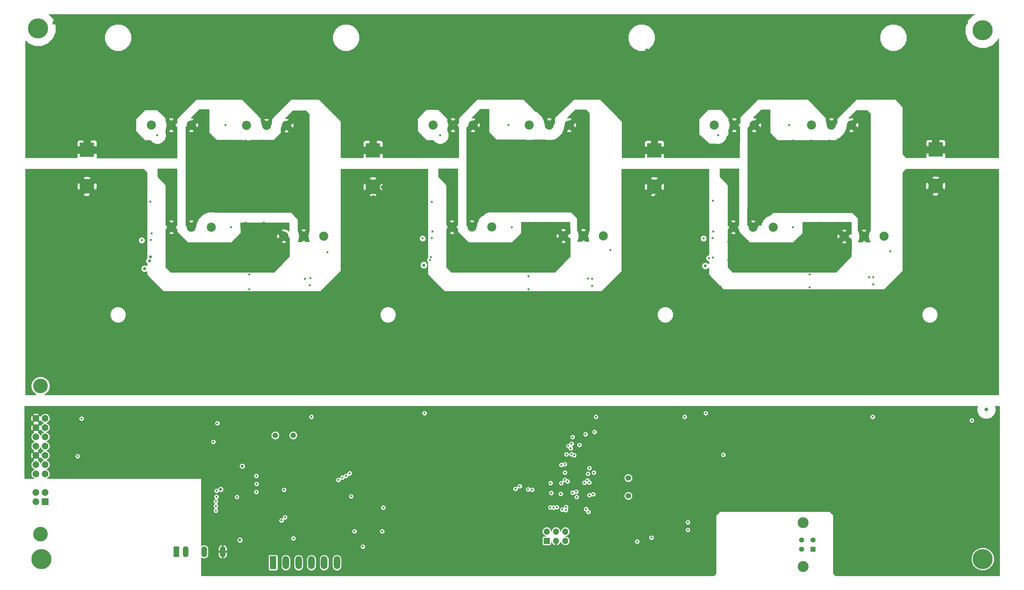
<source format=gbr>
%TF.GenerationSoftware,KiCad,Pcbnew,(5.0.0)*%
%TF.CreationDate,2019-04-29T14:38:46+02:00*%
%TF.ProjectId,Amalga_100,416D616C67615F3130302E6B69636164,rev?*%
%TF.SameCoordinates,Original*%
%TF.FileFunction,Copper,L3,Inr,Plane*%
%TF.FilePolarity,Positive*%
%FSLAX46Y46*%
G04 Gerber Fmt 4.6, Leading zero omitted, Abs format (unit mm)*
G04 Created by KiCad (PCBNEW (5.0.0)) date 04/29/19 14:38:46*
%MOMM*%
%LPD*%
G01*
G04 APERTURE LIST*
%ADD10O,1.700000X1.700000*%
%ADD11R,1.700000X1.700000*%
%ADD12C,3.000000*%
%ADD13C,1.400000*%
%ADD14R,1.400000X1.400000*%
%ADD15C,5.500000*%
%ADD16C,4.000000*%
%ADD17R,4.000000X4.000000*%
%ADD18C,10.000000*%
%ADD19C,0.900000*%
%ADD20C,1.600000*%
%ADD21C,2.500000*%
%ADD22C,1.500000*%
%ADD23O,1.500000X3.000000*%
%ADD24R,1.500000X3.000000*%
%ADD25R,1.850000X1.850000*%
%ADD26C,1.850000*%
%ADD27R,1.800000X3.600000*%
%ADD28O,1.800000X3.600000*%
%ADD29C,0.600000*%
%ADD30C,0.800000*%
%ADD31C,1.000000*%
%ADD32C,0.250000*%
G04 APERTURE END LIST*
D10*
X163480000Y-154960000D03*
X163480000Y-157500000D03*
X160940000Y-154960000D03*
X160940000Y-157500000D03*
X158400000Y-154960000D03*
D11*
X158400000Y-157500000D03*
D12*
X228740000Y-164590000D03*
D13*
X228250000Y-159820000D03*
X228250000Y-157320000D03*
D14*
X231450000Y-159820000D03*
D12*
X228740000Y-152550000D03*
D13*
X231450000Y-157320000D03*
D15*
X277900000Y-162500000D03*
X277900000Y-17500000D03*
X19000000Y-17000000D03*
X19900000Y-162500000D03*
D16*
X110800000Y-60400000D03*
D17*
X110800000Y-50400000D03*
X32400000Y-50300000D03*
D16*
X32400000Y-60300000D03*
X187900000Y-60400000D03*
D17*
X187900000Y-50400000D03*
X265000000Y-50200000D03*
D16*
X265000000Y-60200000D03*
D18*
X25600000Y-82500000D03*
D19*
X29350000Y-82500000D03*
X28251650Y-85151650D03*
X25600000Y-86250000D03*
X22948350Y-85151650D03*
X21850000Y-82500000D03*
X22948350Y-79848350D03*
X25600000Y-78750000D03*
X28251650Y-79848350D03*
X28181650Y-23848350D03*
X25530000Y-22750000D03*
X22878350Y-23848350D03*
X21780000Y-26500000D03*
X22878350Y-29151650D03*
X25530000Y-30250000D03*
X28181650Y-29151650D03*
X29280000Y-26500000D03*
D18*
X25530000Y-26500000D03*
X76100000Y-57500000D03*
D19*
X72350000Y-57500000D03*
X73448350Y-54848350D03*
X76100000Y-53750000D03*
X78751650Y-54848350D03*
X79850000Y-57500000D03*
X78751650Y-60151650D03*
X76100000Y-61250000D03*
X73448350Y-60151650D03*
X156551650Y-60151650D03*
X153900000Y-61250000D03*
X151248350Y-60151650D03*
X150150000Y-57500000D03*
X151248350Y-54848350D03*
X153900000Y-53750000D03*
X156551650Y-54848350D03*
X157650000Y-57500000D03*
D18*
X153900000Y-57500000D03*
X230900000Y-57500000D03*
D19*
X234650000Y-57500000D03*
X233551650Y-54848350D03*
X230900000Y-53750000D03*
X228248350Y-54848350D03*
X227150000Y-57500000D03*
X228248350Y-60151650D03*
X230900000Y-61250000D03*
X233551650Y-60151650D03*
D20*
X30450000Y-105580000D03*
X27910000Y-105570000D03*
X25370000Y-105570000D03*
X22830000Y-105570000D03*
X20290000Y-105570000D03*
X20290000Y-103030000D03*
X22830000Y-103030000D03*
X25370000Y-103030000D03*
X27910000Y-103030000D03*
X30450000Y-103040000D03*
X30450000Y-100500000D03*
X25370000Y-100490000D03*
X22830000Y-100490000D03*
X20290000Y-103030000D03*
X30450000Y-100500000D03*
X27910000Y-100490000D03*
X25370000Y-100490000D03*
X22830000Y-100490000D03*
X20290000Y-100490000D03*
X30450000Y-97950000D03*
X27910000Y-97950000D03*
X25370000Y-97950000D03*
X22830000Y-97950000D03*
X20290000Y-97950000D03*
X30450000Y-95450000D03*
X27910000Y-95450000D03*
X25370000Y-95450000D03*
X22830000Y-95450000D03*
X20290000Y-95450000D03*
D21*
X164560000Y-43500000D03*
X159100000Y-43500000D03*
X153640000Y-43500000D03*
D22*
X180800000Y-140270000D03*
X180800000Y-145150000D03*
X88900000Y-128600000D03*
X84020000Y-128600000D03*
D23*
X69600000Y-160500000D03*
X64520000Y-160500000D03*
X59440000Y-160500000D03*
D24*
X56900000Y-160500000D03*
D25*
X20920000Y-146770000D03*
D26*
X18380000Y-146770000D03*
D16*
X19650000Y-115040000D03*
X19650000Y-155640000D03*
D26*
X20920000Y-144230000D03*
X18380000Y-144230000D03*
X20920000Y-139150000D03*
X18380000Y-139150000D03*
X20920000Y-136610000D03*
X18380000Y-136610000D03*
X20920000Y-134070000D03*
X18380000Y-134070000D03*
X20920000Y-131530000D03*
X18380000Y-131530000D03*
X20920000Y-128990000D03*
X18380000Y-128990000D03*
X20920000Y-126450000D03*
X18380000Y-126450000D03*
X20920000Y-123910000D03*
X18380000Y-123910000D03*
D21*
X209540000Y-71500000D03*
X215000000Y-71500000D03*
X220460000Y-71500000D03*
X239940000Y-74000000D03*
X245400000Y-74000000D03*
X250860000Y-74000000D03*
X173910000Y-73900000D03*
X168450000Y-73900000D03*
X162990000Y-73900000D03*
X143370000Y-71460000D03*
X137910000Y-71460000D03*
X132450000Y-71460000D03*
X55540000Y-71500000D03*
X61000000Y-71500000D03*
X66460000Y-71500000D03*
X230980000Y-43500000D03*
X236440000Y-43500000D03*
X241900000Y-43500000D03*
X204340000Y-43500000D03*
X209800000Y-43500000D03*
X215260000Y-43500000D03*
X138160000Y-43500000D03*
X132700000Y-43500000D03*
X127240000Y-43500000D03*
X87060000Y-43600000D03*
X81600000Y-43600000D03*
X76140000Y-43600000D03*
X86350000Y-73950000D03*
X91810000Y-73950000D03*
X97270000Y-73950000D03*
X50040000Y-43500000D03*
X55500000Y-43500000D03*
X60960000Y-43500000D03*
D27*
X83400000Y-163500000D03*
D28*
X86900000Y-163500000D03*
X90400000Y-163500000D03*
X93900000Y-163500000D03*
X97400000Y-163500000D03*
X100900000Y-163500000D03*
D29*
X246800000Y-85200000D03*
X169800000Y-85600000D03*
X92100000Y-85700000D03*
X71012492Y-130376076D03*
X202400000Y-133900000D03*
X86400000Y-134750000D03*
X175300000Y-142650000D03*
X90900000Y-121500000D03*
X168900000Y-121500000D03*
X200900000Y-121500000D03*
X245900000Y-121500000D03*
X123900000Y-121500000D03*
X93400000Y-144500000D03*
D30*
X201900000Y-82100000D03*
X124700000Y-81900000D03*
D29*
X179900000Y-135500000D03*
X186900000Y-137500000D03*
X173900000Y-140000000D03*
X168343763Y-149356237D03*
X155600000Y-142500000D03*
X77000000Y-153200000D03*
X82380000Y-135490000D03*
X100900000Y-133000000D03*
X115900000Y-135000000D03*
X133400000Y-135000000D03*
X148400000Y-163000000D03*
X148400000Y-153000000D03*
X170900000Y-160500000D03*
X195900000Y-163000000D03*
X195900000Y-140500000D03*
X215900000Y-140500000D03*
X238400000Y-140500000D03*
X228400000Y-130500000D03*
X258400000Y-148000000D03*
X260900000Y-163000000D03*
X38400000Y-123000000D03*
D30*
X54830000Y-134420000D03*
X48200000Y-82850000D03*
X43460000Y-137580000D03*
X41130000Y-138460000D03*
D29*
X28240000Y-138020000D03*
D30*
X40940000Y-134170000D03*
D29*
X89000000Y-144500000D03*
X92000000Y-159900000D03*
X159000000Y-133200000D03*
X174100000Y-144400000D03*
X92000000Y-154600000D03*
X159411944Y-145528046D03*
X170880000Y-149330000D03*
X98960000Y-154470000D03*
X99400000Y-159700000D03*
X146000000Y-135000000D03*
X109700000Y-150200000D03*
X110400000Y-144500000D03*
X114900000Y-158000000D03*
X49860000Y-124870000D03*
X30900000Y-124000000D03*
X166600000Y-145500000D03*
X206600000Y-56300000D03*
X230500000Y-84511855D03*
D31*
X232150000Y-79250000D03*
X227150000Y-79250000D03*
X233400000Y-78000000D03*
X234650000Y-81750000D03*
X235900000Y-83000000D03*
X229650000Y-79250000D03*
X235900000Y-78000000D03*
X234650000Y-79250000D03*
X225900000Y-83000000D03*
X230900000Y-78000000D03*
X225900000Y-80500000D03*
X228400000Y-78000000D03*
X225900000Y-78000000D03*
X235900000Y-80500000D03*
X215900000Y-78000000D03*
X210900000Y-78000000D03*
X213400000Y-80500000D03*
X220900000Y-78000000D03*
X218400000Y-80500000D03*
X223400000Y-80500000D03*
X220900000Y-83000000D03*
X215900000Y-83000000D03*
X210900000Y-83000000D03*
X208400000Y-80500000D03*
X208400000Y-75500000D03*
X213400000Y-75500000D03*
X210900000Y-73000000D03*
X228400000Y-75500000D03*
X233400000Y-75500000D03*
X238400000Y-75500000D03*
X238400000Y-80500000D03*
X240900000Y-78000000D03*
X235900000Y-73000000D03*
X230900000Y-73000000D03*
X233400000Y-70500000D03*
X238400000Y-70500000D03*
D29*
X207500000Y-58200000D03*
X76900000Y-84500000D03*
D31*
X80900000Y-83000000D03*
X77150000Y-79250000D03*
X75900000Y-78000000D03*
X79650000Y-79250000D03*
X75900000Y-80500000D03*
X70900000Y-80500000D03*
X73400000Y-78000000D03*
X78400000Y-80500000D03*
X74650000Y-79250000D03*
X77150000Y-79250000D03*
X78400000Y-78000000D03*
X73400000Y-78000000D03*
X75900000Y-78000000D03*
X75900000Y-80500000D03*
X72150000Y-79250000D03*
X73400000Y-80500000D03*
X73400000Y-78000000D03*
X75900000Y-80500000D03*
X75900000Y-78000000D03*
X78400000Y-78000000D03*
X74650000Y-79250000D03*
X80900000Y-80500000D03*
X75900000Y-78000000D03*
X78400000Y-80500000D03*
X78400000Y-78000000D03*
X70900000Y-80500000D03*
X72150000Y-81750000D03*
X85900000Y-78000000D03*
X70900000Y-78000000D03*
X70900000Y-80500000D03*
X80900000Y-78000000D03*
X80900000Y-80500000D03*
X80900000Y-80500000D03*
X70900000Y-80500000D03*
X80900000Y-78000000D03*
X70900000Y-78000000D03*
X70900000Y-78000000D03*
X70900000Y-83000000D03*
X80900000Y-80500000D03*
X80900000Y-80500000D03*
X80900000Y-80500000D03*
X80900000Y-80500000D03*
X68400000Y-83000000D03*
X58400000Y-83000000D03*
X55900000Y-75500000D03*
X55900000Y-80500000D03*
X58400000Y-78000000D03*
X63400000Y-78000000D03*
X60900000Y-80500000D03*
X63400000Y-83000000D03*
X65900000Y-80500000D03*
X68400000Y-78000000D03*
X83400000Y-83000000D03*
X83400000Y-78000000D03*
X85900000Y-80500000D03*
X83400000Y-73000000D03*
X80900000Y-75500000D03*
X78400000Y-73000000D03*
X75900000Y-75500000D03*
X75900000Y-70500000D03*
X80900000Y-70500000D03*
D29*
X52500000Y-56300000D03*
X53650000Y-58250000D03*
X247900000Y-87210000D03*
X170900000Y-87610000D03*
X93500000Y-87415134D03*
X247750009Y-123500000D03*
X67887500Y-145425000D03*
X93900000Y-123500000D03*
X171900000Y-123500000D03*
X171150000Y-144750000D03*
X170101533Y-137568374D03*
X171323411Y-138791808D03*
X163391303Y-136499978D03*
X162239845Y-144639845D03*
X170100000Y-145000000D03*
X67900002Y-143780000D03*
X196200000Y-123500000D03*
X29800000Y-134300000D03*
X164970000Y-132130000D03*
X159640000Y-144390000D03*
X161200000Y-148300000D03*
D30*
X69040000Y-143420000D03*
X74949992Y-137030008D03*
D29*
X88962500Y-156837500D03*
D30*
X74300000Y-157300000D03*
D29*
X108000000Y-159100000D03*
X67725010Y-147965000D03*
X169175010Y-148793826D03*
X67725010Y-146695000D03*
X169819998Y-149590000D03*
X93680000Y-85465134D03*
X170082317Y-141533785D03*
X247900000Y-85261857D03*
X169548746Y-140937698D03*
D31*
X48400000Y-15500000D03*
X53400000Y-15500000D03*
X58400000Y-15500000D03*
X63400000Y-15500000D03*
X73400000Y-15500000D03*
X78400000Y-15500000D03*
X83400000Y-15500000D03*
X88400000Y-15500000D03*
X88400000Y-15500000D03*
X93400000Y-15500000D03*
X98400000Y-15500000D03*
X108400000Y-15500000D03*
X113400000Y-15500000D03*
X105900000Y-28000000D03*
X103400000Y-30500000D03*
X105900000Y-33000000D03*
X103400000Y-35500000D03*
X108400000Y-30500000D03*
X108400000Y-25500000D03*
X108400000Y-20500000D03*
X110900000Y-18000000D03*
X110900000Y-23000000D03*
X110900000Y-28000000D03*
X110900000Y-33000000D03*
X108400000Y-35500000D03*
X113400000Y-35500000D03*
X113400000Y-30500000D03*
X113400000Y-25500000D03*
X113400000Y-20500000D03*
X115900000Y-18000000D03*
X115900000Y-23000000D03*
X115900000Y-28000000D03*
X115900000Y-33000000D03*
X118400000Y-30500000D03*
X118400000Y-20500000D03*
X118400000Y-15500000D03*
X90900000Y-18000000D03*
X90900000Y-23000000D03*
X90900000Y-28000000D03*
X90900000Y-33000000D03*
X93400000Y-30500000D03*
X93400000Y-25500000D03*
X93400000Y-20500000D03*
X95900000Y-18000000D03*
X98400000Y-20500000D03*
X95900000Y-23000000D03*
X98400000Y-25500000D03*
X95900000Y-28000000D03*
X100900000Y-28000000D03*
X98400000Y-30500000D03*
X95900000Y-33000000D03*
X98400000Y-35500000D03*
X100900000Y-33000000D03*
X93400000Y-35500000D03*
X88400000Y-30500000D03*
X88400000Y-25500000D03*
X88400000Y-20500000D03*
X88400000Y-35500000D03*
X118400000Y-35500000D03*
X120900000Y-33000000D03*
X120900000Y-28000000D03*
X120900000Y-23000000D03*
X120900000Y-18000000D03*
X90900000Y-18000000D03*
X85900000Y-18000000D03*
X80900000Y-18000000D03*
X75900000Y-18000000D03*
X65900000Y-18000000D03*
X60900000Y-18000000D03*
X55900000Y-18000000D03*
X50900000Y-18000000D03*
X65900000Y-23000000D03*
X90900000Y-23000000D03*
X85900000Y-23000000D03*
X60900000Y-23000000D03*
X75900000Y-23000000D03*
X50900000Y-23000000D03*
X80900000Y-23000000D03*
X55900000Y-23000000D03*
X78400000Y-20500000D03*
X83400000Y-20500000D03*
X73400000Y-20500000D03*
X88400000Y-20500000D03*
X58400000Y-20500000D03*
X53400000Y-20500000D03*
X63400000Y-20500000D03*
X85900000Y-28000000D03*
X53400000Y-25500000D03*
X65900000Y-28000000D03*
X50900000Y-28000000D03*
X90900000Y-28000000D03*
X73400000Y-25500000D03*
X83400000Y-25500000D03*
X80900000Y-28000000D03*
X48400000Y-25500000D03*
X88400000Y-25500000D03*
X63400000Y-25500000D03*
X75900000Y-28000000D03*
X78400000Y-25500000D03*
X60900000Y-28000000D03*
X55900000Y-28000000D03*
X73400000Y-30500000D03*
X88400000Y-30500000D03*
X75900000Y-33000000D03*
X48400000Y-30500000D03*
X63400000Y-30500000D03*
X90900000Y-33000000D03*
X78400000Y-30500000D03*
X50900000Y-33000000D03*
X53400000Y-30500000D03*
X65900000Y-33000000D03*
X48400000Y-35500000D03*
X45900000Y-33000000D03*
X45900000Y-28000000D03*
X43400000Y-30500000D03*
X43400000Y-35500000D03*
X40900000Y-33000000D03*
X40900000Y-28000000D03*
X38400000Y-30500000D03*
X38400000Y-35500000D03*
X35900000Y-33000000D03*
X35900000Y-28000000D03*
X33400000Y-30500000D03*
X33400000Y-35500000D03*
X28400000Y-35500000D03*
X23400000Y-35500000D03*
X18400000Y-35500000D03*
X20900000Y-38000000D03*
X25900000Y-38000000D03*
X30900000Y-38000000D03*
X35900000Y-38000000D03*
X40900000Y-38000000D03*
X38400000Y-40500000D03*
X33400000Y-40500000D03*
X28400000Y-40500000D03*
X23400000Y-40500000D03*
X18400000Y-40500000D03*
X20900000Y-43000000D03*
X25900000Y-43000000D03*
X30900000Y-43000000D03*
X35900000Y-43000000D03*
X40900000Y-43000000D03*
X38400000Y-45500000D03*
X23400000Y-45500000D03*
X18400000Y-45500000D03*
X20900000Y-48000000D03*
X25900000Y-48000000D03*
X35900000Y-48000000D03*
X40900000Y-48000000D03*
X123400000Y-35500000D03*
X123400000Y-30500000D03*
X123400000Y-25500000D03*
X123400000Y-20500000D03*
X123400000Y-15500000D03*
X125900000Y-18000000D03*
X128400000Y-15500000D03*
X128400000Y-20500000D03*
X125900000Y-23000000D03*
X125900000Y-28000000D03*
X125900000Y-33000000D03*
X128400000Y-35500000D03*
X128400000Y-30500000D03*
X128400000Y-25500000D03*
X130900000Y-23000000D03*
X130900000Y-18000000D03*
X133400000Y-15500000D03*
X133400000Y-20500000D03*
X133400000Y-25500000D03*
X130900000Y-28000000D03*
X130900000Y-33000000D03*
X140900000Y-33000000D03*
X135900000Y-28000000D03*
X135900000Y-23000000D03*
X135900000Y-18000000D03*
X138400000Y-15500000D03*
X138400000Y-20500000D03*
X138400000Y-25500000D03*
X140900000Y-28000000D03*
X140900000Y-23000000D03*
X140900000Y-18000000D03*
X143400000Y-15500000D03*
X143400000Y-20500000D03*
X143400000Y-25500000D03*
X143400000Y-30500000D03*
X143400000Y-35500000D03*
X150900000Y-33000000D03*
X150900000Y-23000000D03*
X150900000Y-18000000D03*
X153400000Y-15500000D03*
X153400000Y-20500000D03*
X153400000Y-25500000D03*
X150900000Y-28000000D03*
X153400000Y-30500000D03*
X153400000Y-35500000D03*
X155900000Y-33000000D03*
X155900000Y-28000000D03*
X155900000Y-23000000D03*
X155900000Y-18000000D03*
X158400000Y-15500000D03*
X158400000Y-20500000D03*
X158400000Y-25500000D03*
X160900000Y-28000000D03*
X163400000Y-25500000D03*
X160900000Y-23000000D03*
X160900000Y-18000000D03*
X163400000Y-15500000D03*
X163400000Y-20500000D03*
X165900000Y-18000000D03*
X165900000Y-23000000D03*
X165900000Y-28000000D03*
X165900000Y-33000000D03*
X168400000Y-35500000D03*
X168400000Y-30500000D03*
X168400000Y-25500000D03*
X168400000Y-20500000D03*
X168400000Y-15500000D03*
X190900000Y-23000000D03*
X190900000Y-18000000D03*
X190900000Y-28000000D03*
X190900000Y-33000000D03*
X183400000Y-30500000D03*
X185900000Y-28000000D03*
X185900000Y-33000000D03*
X188400000Y-15500000D03*
X168400000Y-15500000D03*
X170900000Y-18000000D03*
X168400000Y-20500000D03*
X178400000Y-30500000D03*
X180900000Y-28000000D03*
X183400000Y-15500000D03*
X170900000Y-23000000D03*
X175900000Y-28000000D03*
X168400000Y-25500000D03*
X178400000Y-15500000D03*
X183400000Y-35500000D03*
X178400000Y-35500000D03*
X173400000Y-35500000D03*
X173400000Y-30500000D03*
X178400000Y-25500000D03*
X183400000Y-25500000D03*
X173400000Y-25500000D03*
X185900000Y-23000000D03*
X175900000Y-18000000D03*
X173400000Y-15500000D03*
X175900000Y-23000000D03*
X175900000Y-33000000D03*
X180900000Y-33000000D03*
X188400000Y-30500000D03*
X173400000Y-20500000D03*
X188400000Y-25500000D03*
X188400000Y-20500000D03*
X188400000Y-35500000D03*
X170900000Y-33000000D03*
X168400000Y-30500000D03*
X170900000Y-28000000D03*
X168400000Y-35500000D03*
X165900000Y-18000000D03*
X165900000Y-23000000D03*
X165900000Y-28000000D03*
X165900000Y-33000000D03*
X208400000Y-30500000D03*
X213400000Y-15500000D03*
X193400000Y-35500000D03*
X220900000Y-23000000D03*
X210900000Y-28000000D03*
X200900000Y-23000000D03*
X198400000Y-20500000D03*
X205900000Y-28000000D03*
X200900000Y-18000000D03*
X198400000Y-25500000D03*
X218400000Y-15500000D03*
X193400000Y-20500000D03*
X193400000Y-15500000D03*
X193400000Y-25500000D03*
X198400000Y-15500000D03*
X210900000Y-18000000D03*
X220900000Y-18000000D03*
X220900000Y-28000000D03*
X220900000Y-33000000D03*
X193400000Y-30500000D03*
X215900000Y-18000000D03*
X215900000Y-28000000D03*
X198400000Y-35500000D03*
X198400000Y-30500000D03*
X208400000Y-20500000D03*
X208400000Y-35500000D03*
X213400000Y-25500000D03*
X218400000Y-25500000D03*
X205900000Y-18000000D03*
X203400000Y-25500000D03*
X203400000Y-15500000D03*
X208400000Y-25500000D03*
X215900000Y-23000000D03*
X205900000Y-23000000D03*
X203400000Y-35500000D03*
X203400000Y-20500000D03*
X203400000Y-30500000D03*
X210900000Y-23000000D03*
X213400000Y-20500000D03*
X205900000Y-33000000D03*
X218400000Y-20500000D03*
X218400000Y-35500000D03*
X200900000Y-33000000D03*
X218400000Y-30500000D03*
X200900000Y-28000000D03*
X208400000Y-15500000D03*
X195900000Y-33000000D03*
X195900000Y-18000000D03*
X195900000Y-28000000D03*
X195900000Y-23000000D03*
X238400000Y-15500000D03*
X235900000Y-28000000D03*
X225900000Y-23000000D03*
X223400000Y-20500000D03*
X230900000Y-28000000D03*
X225900000Y-18000000D03*
X223400000Y-15500000D03*
X235900000Y-18000000D03*
X245900000Y-28000000D03*
X245900000Y-33000000D03*
X240900000Y-28000000D03*
X248400000Y-30500000D03*
X253400000Y-30500000D03*
X258400000Y-15500000D03*
X223400000Y-30500000D03*
X233400000Y-20500000D03*
X238400000Y-25500000D03*
X243400000Y-25500000D03*
X230900000Y-18000000D03*
X228400000Y-25500000D03*
X228400000Y-15500000D03*
X233400000Y-25500000D03*
X230900000Y-23000000D03*
X228400000Y-20500000D03*
X228400000Y-30500000D03*
X235900000Y-23000000D03*
X238400000Y-20500000D03*
X225900000Y-33000000D03*
X243400000Y-30500000D03*
X225900000Y-28000000D03*
X258400000Y-20500000D03*
X258400000Y-25500000D03*
X250900000Y-33000000D03*
X250900000Y-28000000D03*
X233400000Y-15500000D03*
X223400000Y-35500000D03*
X228400000Y-35500000D03*
X243400000Y-35500000D03*
X248400000Y-35500000D03*
X253400000Y-35500000D03*
X240900000Y-23000000D03*
X255900000Y-28000000D03*
X258400000Y-25500000D03*
X258400000Y-20500000D03*
X255900000Y-33000000D03*
X258400000Y-35500000D03*
X248400000Y-20500000D03*
X258400000Y-15500000D03*
X258400000Y-30500000D03*
X263400000Y-35500000D03*
X260900000Y-18000000D03*
X263400000Y-25500000D03*
X260900000Y-23000000D03*
X260900000Y-28000000D03*
X263400000Y-15500000D03*
X263400000Y-30500000D03*
X263400000Y-20500000D03*
X260900000Y-33000000D03*
X268400000Y-20500000D03*
X265900000Y-33000000D03*
X268400000Y-30500000D03*
X265900000Y-28000000D03*
X265900000Y-18000000D03*
X268400000Y-35500000D03*
X268400000Y-25500000D03*
X268400000Y-15500000D03*
X270900000Y-18000000D03*
X273400000Y-30500000D03*
X270900000Y-33000000D03*
X273400000Y-35500000D03*
X273400000Y-15500000D03*
X273400000Y-25500000D03*
X273400000Y-20500000D03*
X270900000Y-23000000D03*
X270900000Y-28000000D03*
X278400000Y-25500000D03*
X278400000Y-35500000D03*
X278400000Y-30500000D03*
X275900000Y-28000000D03*
X275900000Y-33000000D03*
X280900000Y-33000000D03*
X280900000Y-28000000D03*
X280900000Y-23000000D03*
X275900000Y-23000000D03*
X105900000Y-43000000D03*
X105900000Y-38000000D03*
X108400000Y-40500000D03*
X103400000Y-40500000D03*
X113400000Y-40500000D03*
X113400000Y-45500000D03*
X115900000Y-43000000D03*
X110900000Y-43000000D03*
X120900000Y-38000000D03*
X123400000Y-40500000D03*
X118400000Y-40500000D03*
X120900000Y-43000000D03*
X115900000Y-48000000D03*
X120900000Y-48000000D03*
X118400000Y-45500000D03*
X110900000Y-48000000D03*
X103400000Y-45500000D03*
X105900000Y-48000000D03*
X108400000Y-45500000D03*
X110900000Y-38000000D03*
X115900000Y-38000000D03*
X28400000Y-45500000D03*
X33400000Y-45500000D03*
X48400000Y-20500000D03*
X45900000Y-18000000D03*
X45900000Y-23000000D03*
X43400000Y-25500000D03*
X38400000Y-25500000D03*
X35900000Y-23000000D03*
X35900000Y-18000000D03*
X43400000Y-15500000D03*
X38400000Y-15500000D03*
X33400000Y-15500000D03*
X33400000Y-20500000D03*
X33400000Y-25500000D03*
X28400000Y-15500000D03*
X30900000Y-18000000D03*
X25900000Y-18000000D03*
X23400000Y-15500000D03*
X53400000Y-35500000D03*
X63400000Y-35500000D03*
X73400000Y-35500000D03*
X78400000Y-35500000D03*
X80900000Y-38000000D03*
X155900000Y-38000000D03*
X193400000Y-40500000D03*
X190900000Y-43000000D03*
X190900000Y-38000000D03*
X185900000Y-38000000D03*
X183400000Y-40500000D03*
X180900000Y-38000000D03*
X180900000Y-43000000D03*
X185900000Y-43000000D03*
X195900000Y-43000000D03*
X195900000Y-38000000D03*
X198400000Y-40500000D03*
X200900000Y-38000000D03*
X198400000Y-45500000D03*
X193400000Y-45500000D03*
X188400000Y-45500000D03*
X183400000Y-45500000D03*
X180900000Y-48000000D03*
X190900000Y-48000000D03*
X195900000Y-48000000D03*
X200900000Y-48000000D03*
X255900000Y-38000000D03*
X260900000Y-38000000D03*
X265900000Y-38000000D03*
X270900000Y-38000000D03*
X275900000Y-38000000D03*
X280900000Y-38000000D03*
X278400000Y-40500000D03*
X273400000Y-40500000D03*
X268400000Y-40500000D03*
X258400000Y-40500000D03*
X265900000Y-43000000D03*
X260900000Y-43000000D03*
X270900000Y-43000000D03*
X275900000Y-43000000D03*
X280900000Y-43000000D03*
X258400000Y-45500000D03*
X263400000Y-45500000D03*
X268400000Y-45500000D03*
X273400000Y-45500000D03*
X278400000Y-45500000D03*
X280900000Y-48000000D03*
X275900000Y-48000000D03*
X270900000Y-48000000D03*
X260900000Y-48000000D03*
X258400000Y-50500000D03*
X268400000Y-50500000D03*
X278400000Y-50500000D03*
X125900000Y-38000000D03*
X243400000Y-15500000D03*
X248400000Y-15500000D03*
X240900000Y-18000000D03*
X103400000Y-25500000D03*
X265900000Y-23000000D03*
X148400000Y-30500000D03*
X148400000Y-35500000D03*
X148400000Y-15500000D03*
X148400000Y-25500000D03*
X148400000Y-20500000D03*
X145900000Y-28000000D03*
X145900000Y-33000000D03*
X145900000Y-18000000D03*
X145900000Y-23000000D03*
X230900000Y-33000000D03*
X233400000Y-30500000D03*
X233400000Y-35500000D03*
X68400000Y-15500000D03*
X68400000Y-20500000D03*
X68400000Y-25500000D03*
X68400000Y-30500000D03*
X68400000Y-35500000D03*
X70900000Y-33000000D03*
X70900000Y-28000000D03*
X70900000Y-23000000D03*
X70900000Y-18000000D03*
X130900000Y-38000000D03*
X242900000Y-20500000D03*
X245900000Y-18500000D03*
X245900000Y-23000000D03*
X253400000Y-25500000D03*
X50900000Y-38000000D03*
X55900000Y-38000000D03*
X78400000Y-38000000D03*
X53400000Y-38000000D03*
X133400000Y-38000000D03*
X158400000Y-38000000D03*
X205900000Y-38000000D03*
X208400000Y-38000000D03*
X233400000Y-38000000D03*
X235900000Y-38000000D03*
X278900000Y-121500000D03*
X263400000Y-40500000D03*
X273400000Y-50500000D03*
X248400000Y-25500000D03*
X118400000Y-48000000D03*
X103400000Y-48000000D03*
X123400000Y-48000000D03*
X38400000Y-48000000D03*
X28400000Y-48000000D03*
X23400000Y-48000000D03*
X18400000Y-48000000D03*
X183400000Y-48000000D03*
X193399998Y-48000000D03*
X198400000Y-48000000D03*
X260900000Y-50500000D03*
X270900000Y-50500000D03*
X275900000Y-50500000D03*
X280900000Y-50500000D03*
X188400000Y-40500000D03*
X208300000Y-49350000D03*
X204000000Y-51250000D03*
X131300000Y-48850000D03*
X127350000Y-51150000D03*
X46650000Y-51250000D03*
X54400000Y-48900000D03*
X18400000Y-30500000D03*
X18400000Y-25500000D03*
X30900000Y-33000000D03*
X20900000Y-33000000D03*
D29*
X159381212Y-148360918D03*
X160300000Y-148400000D03*
X187100000Y-156625010D03*
X163710000Y-148210000D03*
X183200000Y-157700000D03*
X163650000Y-149090000D03*
X165490000Y-129060000D03*
X165224332Y-130879988D03*
D31*
X150900000Y-78000000D03*
X153400000Y-80500000D03*
X149650000Y-79250000D03*
X154650000Y-79250000D03*
X153400000Y-80500000D03*
X153400000Y-78000000D03*
X150900000Y-80500000D03*
X150900000Y-78000000D03*
X152150000Y-79250000D03*
X153400000Y-78000000D03*
X157150000Y-79250000D03*
X155900000Y-78000000D03*
X155900000Y-80500000D03*
X153400000Y-78000000D03*
X155900000Y-80500000D03*
X152150000Y-79250000D03*
X153400000Y-80500000D03*
X153400000Y-78000000D03*
X154650000Y-79250000D03*
X155900000Y-78000000D03*
X148400000Y-80500000D03*
X148400000Y-80500000D03*
X158400000Y-78000000D03*
X158400000Y-78000000D03*
X148400000Y-78000000D03*
X148400000Y-78000000D03*
X133400000Y-75500000D03*
D29*
X153400000Y-85000000D03*
D31*
X133400000Y-80500000D03*
X135900000Y-78000000D03*
X138400000Y-80500000D03*
X140900000Y-78000000D03*
X143400000Y-80500000D03*
X145900000Y-78000000D03*
X148400000Y-80500000D03*
X150900000Y-78000000D03*
X155900000Y-78000000D03*
X160900000Y-78000000D03*
X158400000Y-75500000D03*
X153400000Y-75500000D03*
X155900000Y-73000000D03*
X145900000Y-83000000D03*
X140900000Y-83000000D03*
X135900000Y-83000000D03*
X160900000Y-73000000D03*
X158400000Y-70500000D03*
X153400000Y-70500000D03*
X148400000Y-80500000D03*
X158400000Y-78000000D03*
X148400000Y-78000000D03*
X149650000Y-81750000D03*
X148400000Y-83000000D03*
X157150000Y-81750000D03*
X158400000Y-83000000D03*
X160900000Y-80500000D03*
X163400000Y-78000000D03*
D29*
X130100000Y-56400000D03*
X130300000Y-58150000D03*
D31*
X158400000Y-80500000D03*
D29*
X170900000Y-85661857D03*
X168700000Y-141600000D03*
X197100000Y-154500000D03*
X166504770Y-144025010D03*
X165475368Y-144306158D03*
X197099989Y-152399989D03*
X51700000Y-46300000D03*
X70400000Y-43500000D03*
X50100000Y-73200000D03*
X224900000Y-43500000D03*
X204100000Y-72700000D03*
X205400000Y-46300000D03*
X105700000Y-154900000D03*
X85700000Y-151900000D03*
X127100000Y-72700000D03*
X147900000Y-43500000D03*
X129200000Y-46300000D03*
X225900000Y-71500000D03*
X203900000Y-74500000D03*
X252600000Y-78100000D03*
X86699996Y-151030004D03*
X113300000Y-154900000D03*
X159460000Y-141670000D03*
D30*
X49791187Y-79644757D03*
D29*
X162400000Y-136700000D03*
D30*
X49509999Y-80710001D03*
D29*
X126400000Y-80500000D03*
X163400000Y-138800000D03*
X126700000Y-79700000D03*
X162400000Y-141700000D03*
X202900000Y-80000000D03*
X163357090Y-140805454D03*
X164100000Y-141200000D03*
X204000004Y-79800000D03*
D31*
X140900000Y-48000000D03*
X140900000Y-53000000D03*
X143400000Y-55500000D03*
X138400000Y-50500000D03*
X143400000Y-50500000D03*
X138400000Y-55500000D03*
X140900000Y-58000000D03*
X145900000Y-58000000D03*
X145900000Y-53000000D03*
X145900000Y-48000000D03*
X150900000Y-48000000D03*
X165900000Y-48000000D03*
X160900000Y-48000000D03*
X155900000Y-48000000D03*
X168400000Y-45500000D03*
X168400000Y-50500000D03*
X168400000Y-40500000D03*
X165900000Y-53000000D03*
X163400000Y-50500000D03*
X163400000Y-55500000D03*
X160900000Y-53000000D03*
X160900000Y-58000000D03*
X160900000Y-63000000D03*
X163400000Y-60500000D03*
X165900000Y-58000000D03*
X168400000Y-55500000D03*
X168400000Y-60500000D03*
X165900000Y-63000000D03*
X168400000Y-65500000D03*
X163400000Y-65500000D03*
X158400000Y-65500000D03*
X153400000Y-65500000D03*
X148400000Y-65500000D03*
X143400000Y-65500000D03*
X143400000Y-60500000D03*
X140900000Y-63000000D03*
X145900000Y-63000000D03*
X140900000Y-68000000D03*
X138400000Y-60500000D03*
X138400000Y-65500000D03*
X148400000Y-50500000D03*
X153400000Y-50500000D03*
X158400000Y-50500000D03*
X140900000Y-43000000D03*
D29*
X126900000Y-64600000D03*
X169020000Y-128270000D03*
D31*
X168300000Y-68700000D03*
X60900000Y-58000000D03*
X60900000Y-63000000D03*
X60900000Y-68000000D03*
X63400000Y-60500000D03*
X65900000Y-58000000D03*
X65900000Y-63000000D03*
X68400000Y-60500000D03*
X63400000Y-65500000D03*
X68400000Y-65500000D03*
X73400000Y-65500000D03*
X78400000Y-65500000D03*
X83400000Y-65500000D03*
X88400000Y-65500000D03*
X85900000Y-63000000D03*
X88400000Y-60500000D03*
X85900000Y-58000000D03*
X83400000Y-60500000D03*
X90900000Y-63000000D03*
X90900000Y-58000000D03*
X88400000Y-55500000D03*
X90900000Y-53000000D03*
X85900000Y-53000000D03*
X83400000Y-55500000D03*
X83400000Y-50500000D03*
X88400000Y-50500000D03*
X90900000Y-48000000D03*
X85900000Y-48000000D03*
X90900000Y-43000000D03*
X80900000Y-48000000D03*
X75900000Y-48000000D03*
X70900000Y-48000000D03*
X65900000Y-48000000D03*
X63400000Y-45500000D03*
X63400000Y-50500000D03*
X68400000Y-50500000D03*
X65900000Y-53000000D03*
X63400000Y-55500000D03*
X68400000Y-55500000D03*
X60900000Y-53000000D03*
X60900000Y-48000000D03*
X63400000Y-40500000D03*
X91500000Y-68800000D03*
X73400000Y-50500000D03*
X78400000Y-50500000D03*
D29*
X167370000Y-131220000D03*
X49774990Y-64500000D03*
D31*
X218400000Y-50500000D03*
X215900000Y-48000000D03*
X220900000Y-48000000D03*
X215900000Y-53000000D03*
X220900000Y-53000000D03*
X218400000Y-55500000D03*
X218400000Y-65500000D03*
X220900000Y-63000000D03*
X220900000Y-58000000D03*
X216500000Y-62900000D03*
X223400000Y-60500000D03*
X223400000Y-55500000D03*
X223400000Y-50500000D03*
X228400000Y-50500000D03*
X225900000Y-48000000D03*
X230900000Y-48000000D03*
X235900000Y-48000000D03*
X240900000Y-48000000D03*
X245900000Y-48000000D03*
X245900000Y-43000000D03*
X245900000Y-53000000D03*
X245900000Y-58000000D03*
X245900000Y-63000000D03*
X245400000Y-68700000D03*
X243400000Y-45500000D03*
X243400000Y-60500000D03*
X243400000Y-65500000D03*
X243400000Y-50500000D03*
X243400000Y-55500000D03*
X240900000Y-48000000D03*
X238400000Y-65500000D03*
X240900000Y-63000000D03*
X240900000Y-53000000D03*
X240900000Y-58000000D03*
X238400000Y-50500000D03*
X238400000Y-55500000D03*
X238400000Y-60500000D03*
X233400000Y-65500000D03*
X228400000Y-65500000D03*
X223400000Y-65500000D03*
X214300000Y-67700000D03*
X233400000Y-50500000D03*
D29*
X171474968Y-127654990D03*
D31*
X216500000Y-58000000D03*
X218400000Y-45500000D03*
X217900000Y-43000000D03*
D29*
X204000000Y-64200000D03*
D31*
X218400000Y-60500000D03*
D29*
X49900000Y-75000000D03*
X71900000Y-71500000D03*
X98300000Y-78400000D03*
X126900000Y-74500000D03*
X148900000Y-71500000D03*
X175900000Y-77800000D03*
X67725010Y-149235000D03*
X162660002Y-148940000D03*
X163810000Y-133800000D03*
X164300000Y-131500000D03*
X169700000Y-139159553D03*
X274900000Y-124500000D03*
X201400000Y-74600000D03*
X124400000Y-74600000D03*
X47400000Y-75100000D03*
X67012492Y-130376076D03*
X68120000Y-125270000D03*
X124900000Y-122500000D03*
X206800000Y-133900000D03*
X201999994Y-122500000D03*
X113600000Y-148400000D03*
D31*
X197150000Y-59250000D03*
X179650000Y-61750000D03*
X195900000Y-60500000D03*
X200900000Y-60500000D03*
X193400000Y-60500000D03*
X179650000Y-59250000D03*
X194650000Y-61750000D03*
X193400000Y-63000000D03*
X195900000Y-63000000D03*
X197150000Y-61750000D03*
X198400000Y-63000000D03*
X199650000Y-61750000D03*
X199650000Y-59250000D03*
X198400000Y-60500000D03*
X192150000Y-59250000D03*
X194650000Y-59250000D03*
X192150000Y-61750000D03*
X190900000Y-63000000D03*
X200900000Y-63000000D03*
X180900000Y-60500000D03*
X190900000Y-60500000D03*
X183400000Y-60500000D03*
X185900000Y-63000000D03*
X183400000Y-63000000D03*
X182150000Y-59250000D03*
X188400000Y-63000000D03*
X180900000Y-63000000D03*
X184650000Y-61750000D03*
X184650000Y-59250000D03*
X182150000Y-61750000D03*
X202150000Y-61750000D03*
X199650000Y-59250000D03*
X202150000Y-59250000D03*
X180900000Y-65500000D03*
X185900000Y-65500000D03*
X190900000Y-65500000D03*
X188400000Y-68000000D03*
X183400000Y-68000000D03*
X180900000Y-70500000D03*
X185900000Y-70500000D03*
X190900000Y-70500000D03*
X188400000Y-73000000D03*
X183400000Y-73000000D03*
X180900000Y-75500000D03*
X185900000Y-75500000D03*
X190900000Y-75500000D03*
X188400000Y-78000000D03*
X183400000Y-78000000D03*
X180900000Y-80500000D03*
X185900000Y-80500000D03*
X190900000Y-80500000D03*
X193400000Y-83000000D03*
X198400000Y-83000000D03*
X188400000Y-83000000D03*
X183400000Y-83000000D03*
X180900000Y-85500000D03*
X185900000Y-85500000D03*
X190900000Y-85500000D03*
X195900000Y-85500000D03*
X200900000Y-88000000D03*
X193400000Y-88000000D03*
X188400000Y-88000000D03*
X183400000Y-88000000D03*
X193400000Y-78000000D03*
X193400000Y-73000000D03*
X193400000Y-68000000D03*
X178400000Y-88000000D03*
X195900000Y-65500000D03*
X200900000Y-85500000D03*
X200900000Y-90500000D03*
X200900000Y-93000000D03*
X200900000Y-95500000D03*
X200900000Y-98000000D03*
X200900000Y-100500000D03*
X200900000Y-103000000D03*
X200900000Y-105500000D03*
X200900000Y-108000000D03*
X200900000Y-110500000D03*
X205900000Y-108000000D03*
X205900000Y-105500000D03*
X205900000Y-103000000D03*
X205900000Y-100500000D03*
X205900000Y-98000000D03*
X205900000Y-95500000D03*
X205900000Y-93000000D03*
X205900000Y-90500000D03*
X205900000Y-88000000D03*
X200900000Y-113000000D03*
X200900000Y-115500000D03*
X205900000Y-113000000D03*
X205900000Y-115500000D03*
D29*
X230500000Y-88000000D03*
D31*
X198400000Y-88000000D03*
D29*
X153400000Y-88500000D03*
X76900000Y-88500000D03*
D31*
X128400000Y-100500000D03*
X128400000Y-98000000D03*
X128400000Y-105500000D03*
X128400000Y-103000000D03*
X128400000Y-90500000D03*
X128400000Y-93000000D03*
X128400000Y-95500000D03*
X128400000Y-110500000D03*
X128400000Y-108000000D03*
X123400000Y-108000000D03*
X123400000Y-105500000D03*
X123400000Y-98000000D03*
X123400000Y-90500000D03*
X123400000Y-100500000D03*
X123400000Y-103000000D03*
X123400000Y-110500000D03*
X123400000Y-95500000D03*
X123400000Y-93000000D03*
X123400000Y-113000000D03*
X123400000Y-115500000D03*
X128400000Y-115500000D03*
X128400000Y-113000000D03*
X123400000Y-88000000D03*
X123400000Y-85500000D03*
X123400000Y-83000000D03*
X120900000Y-88000000D03*
X114650000Y-61750000D03*
X123400000Y-60500000D03*
X113400000Y-63000000D03*
X115900000Y-60500000D03*
X123400000Y-63000000D03*
X103400000Y-60500000D03*
X113400000Y-60500000D03*
X105900000Y-60500000D03*
X118400000Y-60500000D03*
X117150000Y-61750000D03*
X115900000Y-63000000D03*
X118400000Y-63000000D03*
X119650000Y-61750000D03*
X120900000Y-63000000D03*
X119650000Y-59250000D03*
X122150000Y-61750000D03*
X122150000Y-59250000D03*
X114650000Y-59250000D03*
X117150000Y-59250000D03*
X120900000Y-60500000D03*
X115900000Y-88000000D03*
X115900000Y-78000000D03*
X120900000Y-83000000D03*
X110900000Y-88000000D03*
X122150000Y-59250000D03*
X113400000Y-75500000D03*
X113400000Y-70500000D03*
X110900000Y-83000000D03*
X118400000Y-65500000D03*
X108400000Y-75500000D03*
X103400000Y-80500000D03*
X115900000Y-68000000D03*
X107150000Y-61750000D03*
X113400000Y-65500000D03*
X105900000Y-63000000D03*
X110900000Y-63200000D03*
X108400000Y-70500000D03*
X115900000Y-83000000D03*
X103400000Y-70500000D03*
X123400000Y-88000000D03*
X105900000Y-78000000D03*
X110900000Y-73000000D03*
X123400000Y-85500000D03*
X103400000Y-65500000D03*
X118400000Y-85500000D03*
X108400000Y-63000000D03*
X110900000Y-78000000D03*
X105900000Y-88000000D03*
X104650000Y-61750000D03*
X105900000Y-83000000D03*
X103400000Y-85500000D03*
X110900000Y-68000000D03*
X108400000Y-65500000D03*
X115900000Y-73000000D03*
X124650000Y-61750000D03*
X105900000Y-68000000D03*
X103400000Y-75500000D03*
X100900000Y-88000000D03*
X105900000Y-73000000D03*
X108400000Y-80500000D03*
X124650000Y-59250000D03*
X104650000Y-59250000D03*
X113400000Y-85500000D03*
X107150000Y-59250000D03*
X103400000Y-63000000D03*
X113400000Y-80500000D03*
X118400000Y-80500000D03*
X43400000Y-88000000D03*
X37150000Y-61750000D03*
X45900000Y-60500000D03*
X35900000Y-63000000D03*
X38400000Y-60500000D03*
X45900000Y-63000000D03*
X25900000Y-60500000D03*
X35900000Y-60500000D03*
X28400000Y-60500000D03*
X40900000Y-60500000D03*
X24650000Y-59250000D03*
X24650000Y-61750000D03*
X39650000Y-61750000D03*
X38400000Y-63000000D03*
X40900000Y-63000000D03*
X42150000Y-61750000D03*
X43400000Y-63000000D03*
X42150000Y-59250000D03*
X44650000Y-61750000D03*
X44650000Y-59250000D03*
X37150000Y-59250000D03*
X39650000Y-59250000D03*
X43400000Y-60500000D03*
X38400000Y-88000000D03*
X38400000Y-78000000D03*
X43400000Y-83000000D03*
X33400000Y-88000000D03*
X44650000Y-59250000D03*
X35900000Y-75500000D03*
X35900000Y-70500000D03*
X33400000Y-83000000D03*
X40900000Y-65500000D03*
X30900000Y-75500000D03*
X38400000Y-68000000D03*
X29650000Y-61750000D03*
X35900000Y-65500000D03*
X28400000Y-63000000D03*
X33400000Y-63000000D03*
X30900000Y-70500000D03*
X38400000Y-83000000D03*
X25900000Y-70500000D03*
X45900000Y-88000000D03*
X33400000Y-73000000D03*
X45900000Y-85500000D03*
X25900000Y-65500000D03*
X40900000Y-85500000D03*
X30900000Y-63000000D03*
X33400000Y-78000000D03*
X27150000Y-61750000D03*
X33400000Y-68000000D03*
X30900000Y-65500000D03*
X38400000Y-73000000D03*
X28400000Y-68000000D03*
X25900000Y-75500000D03*
X28400000Y-73000000D03*
X27150000Y-59250000D03*
X35900000Y-85500000D03*
X29650000Y-59250000D03*
X25900000Y-63000000D03*
X35900000Y-80500000D03*
X20900000Y-65500000D03*
X20900000Y-70500000D03*
X23400000Y-68000000D03*
X23400000Y-73000000D03*
X20900000Y-75500000D03*
X18400000Y-68000000D03*
X18400000Y-73000000D03*
X23400000Y-60500000D03*
X19650000Y-61750000D03*
X20900000Y-60500000D03*
X19650000Y-59250000D03*
X22150000Y-59250000D03*
X22150000Y-61750000D03*
X18400000Y-60500000D03*
X17150000Y-59250000D03*
X17150000Y-61750000D03*
X47150000Y-59250000D03*
X48400000Y-60500000D03*
X47150000Y-61750000D03*
X47150000Y-59250000D03*
X45900000Y-100500000D03*
X45900000Y-105500000D03*
X45900000Y-93000000D03*
X45900000Y-98000000D03*
X45900000Y-110500000D03*
X45900000Y-103000000D03*
X45900000Y-108000000D03*
X45900000Y-95500000D03*
X45900000Y-113000000D03*
X45900000Y-90500000D03*
X45900000Y-115500000D03*
X45900000Y-93000000D03*
X45900000Y-95500000D03*
X53400000Y-93000000D03*
X53400000Y-90500000D03*
X53400000Y-100500000D03*
X53400000Y-95500000D03*
X53400000Y-108000000D03*
X53400000Y-103000000D03*
X53400000Y-100500000D03*
X53400000Y-113000000D03*
X53400000Y-110500000D03*
X53400000Y-115500000D03*
X53400000Y-105500000D03*
X53400000Y-98000000D03*
X53400000Y-98000000D03*
X245900000Y-105500000D03*
X245900000Y-103000000D03*
X245900000Y-110500000D03*
X245900000Y-108000000D03*
X245900000Y-95500000D03*
X245900000Y-98000000D03*
X245900000Y-93000000D03*
X245900000Y-100500000D03*
X245900000Y-115500000D03*
X245900000Y-113000000D03*
X250900000Y-103000000D03*
X250900000Y-108000000D03*
X250900000Y-95500000D03*
X250900000Y-98000000D03*
X250900000Y-93000000D03*
X250900000Y-100500000D03*
X250900000Y-115500000D03*
X250900000Y-105500000D03*
X250900000Y-110500000D03*
X250900000Y-113000000D03*
X113400000Y-90500000D03*
X118400000Y-90500000D03*
X108400000Y-90500000D03*
X103400000Y-90500000D03*
X98400000Y-90500000D03*
X95900000Y-90500000D03*
X95900000Y-93000000D03*
X95900000Y-95500000D03*
X95900000Y-98000000D03*
X95900000Y-100500000D03*
X95900000Y-103000000D03*
X95900000Y-105500000D03*
X95900000Y-110500000D03*
X95900000Y-113000000D03*
X95900000Y-108000000D03*
X95900000Y-115500000D03*
X180900000Y-90500000D03*
X185900000Y-90500000D03*
X190900000Y-90500000D03*
X195900000Y-90500000D03*
X175900000Y-90500000D03*
X173400000Y-90500000D03*
X168400000Y-90500000D03*
X168400000Y-93000000D03*
X168400000Y-98000000D03*
X168400000Y-95500000D03*
X168400000Y-113000000D03*
X168400000Y-110500000D03*
X168400000Y-103000000D03*
X168400000Y-105500000D03*
X168400000Y-100500000D03*
X168400000Y-108000000D03*
X168400000Y-115500000D03*
X173400000Y-93000000D03*
X173400000Y-98000000D03*
X173400000Y-95500000D03*
X173400000Y-113000000D03*
X173400000Y-103000000D03*
X173400000Y-105500000D03*
X173400000Y-100500000D03*
X173400000Y-115500000D03*
X173400000Y-108000000D03*
X173400000Y-110500000D03*
X178400000Y-93000000D03*
X183400000Y-93000000D03*
X180900000Y-95500000D03*
X175900000Y-95500000D03*
X178400000Y-98000000D03*
X183400000Y-98000000D03*
X180900000Y-100500000D03*
X178400000Y-103000000D03*
X183400000Y-103000000D03*
X185900000Y-100500000D03*
X185900000Y-95500000D03*
X193400000Y-93000000D03*
X195900000Y-95500000D03*
X193400000Y-98000000D03*
X195900000Y-100500000D03*
X198400000Y-98000000D03*
X198400000Y-93000000D03*
X198400000Y-103000000D03*
X193400000Y-103000000D03*
X190900000Y-100500000D03*
X188400000Y-103000000D03*
X185900000Y-105500000D03*
X180900000Y-105500000D03*
X183400000Y-108000000D03*
X188400000Y-108000000D03*
X190900000Y-105500000D03*
X193400000Y-108000000D03*
X195900000Y-105500000D03*
X198400000Y-108000000D03*
X195900000Y-110500000D03*
X198400000Y-113000000D03*
X193400000Y-113000000D03*
X190900000Y-110500000D03*
X188400000Y-113000000D03*
X185900000Y-110500000D03*
X180900000Y-110500000D03*
X183400000Y-113000000D03*
X180900000Y-115500000D03*
X185900000Y-115500000D03*
X195900000Y-115500000D03*
X178400000Y-113000000D03*
X178400000Y-108000000D03*
X175900000Y-110500000D03*
X175900000Y-105500000D03*
X175900000Y-100500000D03*
X175900000Y-115500000D03*
X153400000Y-108000000D03*
X155900000Y-110500000D03*
X155900000Y-100500000D03*
X163400000Y-98000000D03*
X163400000Y-93000000D03*
X160900000Y-100500000D03*
X153400000Y-103000000D03*
X160900000Y-105500000D03*
X158400000Y-108000000D03*
X163400000Y-113000000D03*
X163400000Y-103000000D03*
X153400000Y-113000000D03*
X158400000Y-113000000D03*
X155900000Y-95500000D03*
X158400000Y-103000000D03*
X158400000Y-93000000D03*
X158400000Y-98000000D03*
X155900000Y-105500000D03*
X153400000Y-98000000D03*
X153400000Y-93000000D03*
X163400000Y-108000000D03*
X160900000Y-110500000D03*
X160900000Y-95500000D03*
X140900000Y-100500000D03*
X145900000Y-100500000D03*
X138400000Y-103000000D03*
X145900000Y-105500000D03*
X143400000Y-108000000D03*
X138400000Y-108000000D03*
X140900000Y-110500000D03*
X148400000Y-98000000D03*
X148400000Y-93000000D03*
X138400000Y-93000000D03*
X145900000Y-110500000D03*
X140900000Y-105500000D03*
X143400000Y-98000000D03*
X140900000Y-95500000D03*
X143400000Y-93000000D03*
X143400000Y-113000000D03*
X143400000Y-103000000D03*
X148400000Y-108000000D03*
X138400000Y-98000000D03*
X138400000Y-113000000D03*
X148400000Y-113000000D03*
X148400000Y-103000000D03*
X145900000Y-95500000D03*
X150900000Y-95500000D03*
X150900000Y-100500000D03*
X150900000Y-105500000D03*
X150900000Y-110500000D03*
X165900000Y-110500000D03*
X165900000Y-105500000D03*
X165900000Y-100500000D03*
X165900000Y-95500000D03*
X165900000Y-115500000D03*
X160900000Y-115500000D03*
X155900000Y-115500000D03*
X150900000Y-115500000D03*
X145900000Y-115500000D03*
X140900000Y-115500000D03*
X135900000Y-115500000D03*
X135900000Y-110500000D03*
X135900000Y-105500000D03*
X135900000Y-100500000D03*
X135900000Y-95500000D03*
X133400000Y-93000000D03*
X133400000Y-98000000D03*
X133400000Y-103000000D03*
X133400000Y-108000000D03*
X133400000Y-113000000D03*
X130900000Y-115500000D03*
X130900000Y-110500000D03*
X130900000Y-105500000D03*
X130900000Y-100500000D03*
X130900000Y-95500000D03*
X160900000Y-90500000D03*
X165900000Y-90500000D03*
X150900000Y-93000000D03*
X155900000Y-93000000D03*
X148400000Y-90500000D03*
X158400000Y-90500000D03*
X153400000Y-93000000D03*
X152150000Y-94250000D03*
X154650000Y-94250000D03*
X155900000Y-93000000D03*
X148400000Y-93000000D03*
X147150000Y-94250000D03*
X149650000Y-94250000D03*
X147150000Y-91750000D03*
X150900000Y-93000000D03*
X153400000Y-95500000D03*
X154650000Y-94250000D03*
X157150000Y-94250000D03*
X158400000Y-95500000D03*
X155900000Y-95500000D03*
X148400000Y-95500000D03*
X150900000Y-95500000D03*
X159650000Y-94250000D03*
X160900000Y-95500000D03*
X158400000Y-93000000D03*
X190900000Y-115500000D03*
X105900000Y-93000000D03*
X100900000Y-93000000D03*
X103400000Y-95500000D03*
X98400000Y-95500000D03*
X100900000Y-98000000D03*
X110900000Y-108000000D03*
X105900000Y-108000000D03*
X110900000Y-98000000D03*
X105900000Y-103000000D03*
X108400000Y-100500000D03*
X108400000Y-105500000D03*
X110900000Y-103000000D03*
X105900000Y-98000000D03*
X115900000Y-108000000D03*
X113400000Y-100500000D03*
X115900000Y-103000000D03*
X118400000Y-100500000D03*
X118400000Y-110500000D03*
X118400000Y-105500000D03*
X113400000Y-110500000D03*
X113400000Y-105500000D03*
X98400000Y-100500000D03*
X103400000Y-105500000D03*
X100900000Y-108000000D03*
X103400000Y-110500000D03*
X98400000Y-110500000D03*
X103400000Y-100500000D03*
X100900000Y-103000000D03*
X98400000Y-105500000D03*
X110900000Y-113000000D03*
X113400000Y-115500000D03*
X105900000Y-113000000D03*
X103400000Y-115500000D03*
X108400000Y-110500000D03*
X115900000Y-113000000D03*
X118400000Y-115500000D03*
X120900000Y-113000000D03*
X120900000Y-108000000D03*
X120900000Y-103000000D03*
X120900000Y-98000000D03*
X120900000Y-93000000D03*
X100900000Y-113000000D03*
X98400000Y-115500000D03*
X108400000Y-115500000D03*
X108400000Y-95500000D03*
X110900000Y-93000000D03*
X118400000Y-95500000D03*
X85900000Y-105500000D03*
X83400000Y-108000000D03*
X88400000Y-108000000D03*
X88400000Y-98000000D03*
X85900000Y-115500000D03*
X90900000Y-100500000D03*
X88400000Y-103000000D03*
X90900000Y-115500000D03*
X88400000Y-113000000D03*
X90900000Y-110500000D03*
X85900000Y-100500000D03*
X90900000Y-105500000D03*
X85900000Y-110500000D03*
X83400000Y-98000000D03*
X83400000Y-103000000D03*
X85900000Y-95500000D03*
X90900000Y-95500000D03*
X83400000Y-113000000D03*
X78400000Y-103000000D03*
X78400000Y-113000000D03*
X75900000Y-105500000D03*
X80900000Y-110500000D03*
X73400000Y-108000000D03*
X78400000Y-98000000D03*
X80900000Y-115500000D03*
X78400000Y-108000000D03*
X80900000Y-100500000D03*
X73400000Y-98000000D03*
X75900000Y-110500000D03*
X80900000Y-105500000D03*
X73400000Y-103000000D03*
X75900000Y-100500000D03*
X73400000Y-113000000D03*
X63400000Y-98000000D03*
X70900000Y-95500000D03*
X65900000Y-110500000D03*
X65900000Y-115500000D03*
X63400000Y-108000000D03*
X65900000Y-105500000D03*
X63400000Y-103000000D03*
X70900000Y-115500000D03*
X68400000Y-113000000D03*
X68400000Y-98000000D03*
X68400000Y-103000000D03*
X70900000Y-110500000D03*
X68400000Y-108000000D03*
X70900000Y-100500000D03*
X65900000Y-95500000D03*
X70900000Y-105500000D03*
X65900000Y-100500000D03*
X63400000Y-113000000D03*
X55900000Y-95500000D03*
X55900000Y-100500000D03*
X60900000Y-110500000D03*
X55900000Y-105500000D03*
X60900000Y-105500000D03*
X55900000Y-110500000D03*
X58400000Y-113000000D03*
X60900000Y-95500000D03*
X58400000Y-103000000D03*
X58400000Y-108000000D03*
X58400000Y-98000000D03*
X60900000Y-100500000D03*
X60900000Y-115500000D03*
X55900000Y-115500000D03*
X88400000Y-93000000D03*
X83400000Y-93000000D03*
X68400000Y-93000000D03*
X85900000Y-90500000D03*
X90900000Y-90500000D03*
X80900000Y-90500000D03*
X70900000Y-90500000D03*
X65900000Y-90500000D03*
X63400000Y-93000000D03*
X60900000Y-90500000D03*
X58400000Y-93000000D03*
X55900000Y-90500000D03*
X70900000Y-93000000D03*
X74650000Y-94250000D03*
X73400000Y-95500000D03*
X73400000Y-93000000D03*
X77150000Y-94250000D03*
X78400000Y-93000000D03*
X75900000Y-95500000D03*
X78400000Y-95500000D03*
X80900000Y-95500000D03*
X79650000Y-94250000D03*
X75900000Y-93000000D03*
X80900000Y-93000000D03*
X275900000Y-58000000D03*
X270900000Y-58000000D03*
X260900000Y-58000000D03*
X273400000Y-60500000D03*
X268400000Y-60500000D03*
X258400000Y-60500000D03*
X260900000Y-63000000D03*
X265900000Y-63000000D03*
X270900000Y-63000000D03*
X275900000Y-63000000D03*
X278400000Y-65500000D03*
X273400000Y-65500000D03*
X268400000Y-65500000D03*
X263400000Y-65500000D03*
X258400000Y-65500000D03*
X260900000Y-68000000D03*
X258400000Y-70500000D03*
X263400000Y-70500000D03*
X265900000Y-68000000D03*
X268400000Y-70500000D03*
X270900000Y-68000000D03*
X273400000Y-70500000D03*
X275900000Y-68000000D03*
X278400000Y-70500000D03*
X275900000Y-73000000D03*
X270900000Y-73000000D03*
X265900000Y-73000000D03*
X260900000Y-73000000D03*
X258400000Y-75500000D03*
X258400000Y-80500000D03*
X270900000Y-83000000D03*
X273400000Y-80500000D03*
X270900000Y-78000000D03*
X260900000Y-78000000D03*
X263400000Y-80500000D03*
X275900000Y-78000000D03*
X278400000Y-80500000D03*
X275900000Y-83000000D03*
X260900000Y-83000000D03*
X258400000Y-75500000D03*
X263400000Y-75500000D03*
X268400000Y-75500000D03*
X265900000Y-78000000D03*
X268400000Y-80500000D03*
X265900000Y-83000000D03*
X278400000Y-75500000D03*
X273400000Y-75500000D03*
X258400000Y-90500000D03*
X278400000Y-90500000D03*
X275900000Y-93000000D03*
X270900000Y-88000000D03*
X260900000Y-88000000D03*
X270900000Y-93000000D03*
X268400000Y-85500000D03*
X273400000Y-90500000D03*
X265900000Y-88000000D03*
X278400000Y-85500000D03*
X275900000Y-88000000D03*
X273400000Y-85500000D03*
X278400000Y-105500000D03*
X275900000Y-98000000D03*
X270900000Y-98000000D03*
X275900000Y-103000000D03*
X270900000Y-103000000D03*
X273400000Y-105500000D03*
X273400000Y-100500000D03*
X268400000Y-105500000D03*
X275900000Y-108000000D03*
X268400000Y-100500000D03*
X278400000Y-100500000D03*
X270900000Y-108000000D03*
X273400000Y-95500000D03*
X278400000Y-95500000D03*
X275900000Y-113000000D03*
X273400000Y-110500000D03*
X270900000Y-113000000D03*
X265900000Y-113000000D03*
X265900000Y-108000000D03*
X268400000Y-110500000D03*
X263400000Y-110500000D03*
X263400000Y-105500000D03*
X263400000Y-100500000D03*
X265900000Y-103000000D03*
X260900000Y-103000000D03*
X278400000Y-110500000D03*
X278400000Y-115500000D03*
X263400000Y-115500000D03*
X260900000Y-113000000D03*
X258400000Y-110500000D03*
X260900000Y-108000000D03*
X258400000Y-105500000D03*
X258400000Y-100500000D03*
X258400000Y-95500000D03*
X255900000Y-93000000D03*
X255900000Y-98000000D03*
X255900000Y-103000000D03*
X255900000Y-108000000D03*
X255900000Y-113000000D03*
X253400000Y-110500000D03*
X253400000Y-105500000D03*
X253400000Y-95500000D03*
X253400000Y-90500000D03*
X253400000Y-115500000D03*
X258400000Y-115500000D03*
X243400000Y-113000000D03*
X235900000Y-115500000D03*
X240900000Y-115500000D03*
X240900000Y-110500000D03*
X240900000Y-90500000D03*
X235900000Y-105500000D03*
X240900000Y-105500000D03*
X243400000Y-98000000D03*
X240900000Y-100500000D03*
X238400000Y-103000000D03*
X238400000Y-108000000D03*
X235900000Y-100500000D03*
X243400000Y-103000000D03*
X243400000Y-108000000D03*
X238400000Y-98000000D03*
X235900000Y-90500000D03*
X240900000Y-95500000D03*
X235900000Y-110500000D03*
X238400000Y-113000000D03*
X238400000Y-93000000D03*
X243400000Y-93000000D03*
X235900000Y-95500000D03*
X225900000Y-115500000D03*
X228400000Y-103000000D03*
X228400000Y-108000000D03*
X225900000Y-105500000D03*
X233400000Y-113000000D03*
X225900000Y-100500000D03*
X233400000Y-103000000D03*
X230900000Y-110500000D03*
X230900000Y-115500000D03*
X230900000Y-105500000D03*
X233400000Y-98000000D03*
X230900000Y-100500000D03*
X225900000Y-95500000D03*
X228400000Y-93000000D03*
X230900000Y-95500000D03*
X233400000Y-93000000D03*
X233400000Y-108000000D03*
X225900000Y-110500000D03*
X228400000Y-98000000D03*
X225900000Y-90500000D03*
X228400000Y-113000000D03*
X215900000Y-115500000D03*
X218400000Y-103000000D03*
X215900000Y-105500000D03*
X220900000Y-110500000D03*
X220900000Y-115500000D03*
X223400000Y-113000000D03*
X223400000Y-93000000D03*
X223400000Y-98000000D03*
X223400000Y-108000000D03*
X220900000Y-95500000D03*
X215900000Y-110500000D03*
X215900000Y-100500000D03*
X220900000Y-100500000D03*
X218400000Y-108000000D03*
X220900000Y-105500000D03*
X215900000Y-95500000D03*
X223400000Y-103000000D03*
X218400000Y-93000000D03*
X218400000Y-98000000D03*
X215900000Y-90500000D03*
X218400000Y-113000000D03*
X220900000Y-90500000D03*
X245900000Y-90500000D03*
X250900000Y-90500000D03*
X210900000Y-115500000D03*
X210900000Y-105500000D03*
X213400000Y-103000000D03*
X213400000Y-93000000D03*
X213400000Y-98000000D03*
X210900000Y-110500000D03*
X213400000Y-108000000D03*
X210900000Y-95500000D03*
X210900000Y-90500000D03*
X213400000Y-113000000D03*
X210900000Y-100500000D03*
X208400000Y-93000000D03*
X205900000Y-115500000D03*
X208400000Y-98000000D03*
X208400000Y-108000000D03*
X205900000Y-95500000D03*
X205900000Y-90500000D03*
X208400000Y-113000000D03*
X208400000Y-103000000D03*
X205900000Y-100500000D03*
X205900000Y-105500000D03*
X205900000Y-110500000D03*
X235900000Y-93000000D03*
X230900000Y-93000000D03*
X225900000Y-93000000D03*
X233400000Y-95500000D03*
X232150000Y-94250000D03*
X228400000Y-93000000D03*
X224650000Y-94250000D03*
X232150000Y-94250000D03*
X227150000Y-94250000D03*
X228400000Y-93000000D03*
X233400000Y-93000000D03*
X230900000Y-93000000D03*
X230900000Y-95500000D03*
X233400000Y-93000000D03*
X234650000Y-94250000D03*
X233400000Y-95500000D03*
X228400000Y-95500000D03*
X225900000Y-95500000D03*
X228400000Y-95500000D03*
X224650000Y-91750000D03*
X235900000Y-90500000D03*
X235900000Y-95500000D03*
X229650000Y-94250000D03*
X235900000Y-93000000D03*
X225900000Y-90500000D03*
X225900000Y-93000000D03*
X135900000Y-90500000D03*
X140900000Y-90500000D03*
X145900000Y-90500000D03*
X90900000Y-103000000D03*
X90900000Y-108000000D03*
X90900000Y-113000000D03*
X90900000Y-98000000D03*
X90900000Y-93000000D03*
X75900000Y-115500000D03*
X255900000Y-88000000D03*
X263400000Y-90500000D03*
X268400000Y-90500000D03*
X268400000Y-95500000D03*
X265900000Y-98000000D03*
X260900000Y-93000000D03*
X263400000Y-85500000D03*
X258400000Y-85500000D03*
X35900000Y-90500000D03*
X33400000Y-93000000D03*
X40900000Y-90500000D03*
X35900000Y-95500000D03*
X35900000Y-100500000D03*
X35900000Y-105500000D03*
X35900000Y-110500000D03*
X35900000Y-115500000D03*
X33400000Y-103000000D03*
X33400000Y-113000000D03*
X33400000Y-93000000D03*
X33400000Y-98000000D03*
X33400000Y-108000000D03*
X30900000Y-110500000D03*
X30900000Y-115500000D03*
X28400000Y-113000000D03*
X28400000Y-108000000D03*
X25900000Y-115500000D03*
X25900000Y-110500000D03*
X23400000Y-113000000D03*
X23400000Y-108000000D03*
X20900000Y-110500000D03*
X18400000Y-108000000D03*
X38400000Y-113000000D03*
X38400000Y-108000000D03*
X38400000Y-103000000D03*
X40900000Y-105500000D03*
X40900000Y-100500000D03*
X40900000Y-110500000D03*
X40900000Y-115500000D03*
X43400000Y-108000000D03*
X43400000Y-113000000D03*
X43400000Y-103000000D03*
X130900000Y-90500000D03*
X278400000Y-60500000D03*
X30900000Y-90500000D03*
X30900000Y-90500000D03*
X25900000Y-90500000D03*
X25900000Y-90500000D03*
X20900000Y-90500000D03*
X20900000Y-90500000D03*
X30900000Y-85500000D03*
X30900000Y-85500000D03*
X30900000Y-80500000D03*
X30900000Y-80500000D03*
X18400000Y-78000000D03*
X18400000Y-83000000D03*
X18400000Y-88000000D03*
X18400000Y-93000000D03*
X28400000Y-88000000D03*
X28400000Y-88000000D03*
X23400000Y-93000000D03*
X23400000Y-93000000D03*
X28400000Y-93000000D03*
X28400000Y-93000000D03*
D29*
X149840000Y-143250000D03*
X153300014Y-143400000D03*
X151010000Y-142540000D03*
X154400000Y-143500000D03*
X86400000Y-143500000D03*
X101280000Y-140805010D03*
X78800000Y-139700000D03*
X104400000Y-139000000D03*
X78900000Y-141900000D03*
X103400000Y-139690000D03*
X78800000Y-144100000D03*
X102390000Y-140150000D03*
X165199440Y-133748785D03*
X104800000Y-145300000D03*
X165949919Y-134025916D03*
X73500000Y-145499982D03*
D32*
G36*
X65775000Y-45500000D02*
X65784515Y-45547835D01*
X65811612Y-45588388D01*
X67811612Y-47588388D01*
X67852165Y-47615485D01*
X67900000Y-47625000D01*
X74947409Y-47625000D01*
X75309541Y-47775000D01*
X76970459Y-47775000D01*
X77332591Y-47625000D01*
X83650000Y-47625000D01*
X83697835Y-47615485D01*
X83738388Y-47588388D01*
X85588388Y-45738388D01*
X85615485Y-45697835D01*
X85625000Y-45650000D01*
X85625000Y-45259978D01*
X86283906Y-45259978D01*
X86440471Y-45516022D01*
X87220859Y-45607258D01*
X87679529Y-45516022D01*
X87836094Y-45259978D01*
X87060000Y-44483883D01*
X86283906Y-45259978D01*
X85625000Y-45259978D01*
X85625000Y-44151116D01*
X86176117Y-43600000D01*
X87943883Y-43600000D01*
X88719978Y-44376094D01*
X88976022Y-44219529D01*
X89067258Y-43439141D01*
X88976022Y-42980471D01*
X88719978Y-42823906D01*
X87943883Y-43600000D01*
X86176117Y-43600000D01*
X85985198Y-43409081D01*
X86869081Y-42525198D01*
X87060000Y-42716117D01*
X87836094Y-41940022D01*
X87679529Y-41683978D01*
X86899141Y-41592742D01*
X86824608Y-41607568D01*
X88900109Y-39625000D01*
X92348224Y-39625000D01*
X93275000Y-40551776D01*
X93275000Y-72684983D01*
X93095000Y-73119541D01*
X93095000Y-73548884D01*
X92693883Y-73950000D01*
X93095000Y-74351116D01*
X93095000Y-74780459D01*
X93275000Y-75215017D01*
X93275000Y-75375000D01*
X92351116Y-75375000D01*
X91810000Y-74833883D01*
X91268884Y-75375000D01*
X90278733Y-75375000D01*
X90525000Y-74780459D01*
X90525000Y-74351116D01*
X90926117Y-73950000D01*
X90525000Y-73548884D01*
X90525000Y-73119541D01*
X90275000Y-72515988D01*
X90275000Y-72290022D01*
X91033906Y-72290022D01*
X91810000Y-73066117D01*
X92586094Y-72290022D01*
X92429529Y-72033978D01*
X91649141Y-71942742D01*
X91190471Y-72033978D01*
X91033906Y-72290022D01*
X90275000Y-72290022D01*
X90275000Y-69500000D01*
X90265485Y-69452165D01*
X90244072Y-69417687D01*
X88494072Y-67417687D01*
X88455411Y-67387953D01*
X88400020Y-67375000D01*
X67403169Y-67371686D01*
X67290459Y-67325000D01*
X65629541Y-67325000D01*
X64095053Y-67960606D01*
X62920606Y-69135053D01*
X62285000Y-70669541D01*
X62285000Y-71098884D01*
X61883883Y-71500000D01*
X62074802Y-71690919D01*
X61190919Y-72574802D01*
X61000000Y-72383883D01*
X60809081Y-72574802D01*
X59925198Y-71690919D01*
X60116117Y-71500000D01*
X59525000Y-70908884D01*
X59525000Y-69840022D01*
X60223906Y-69840022D01*
X61000000Y-70616117D01*
X61776094Y-69840022D01*
X61619529Y-69583978D01*
X60839141Y-69492742D01*
X60380471Y-69583978D01*
X60223906Y-69840022D01*
X59525000Y-69840022D01*
X59525000Y-62110240D01*
X75557958Y-62110240D01*
X75590381Y-62334224D01*
X76044088Y-62446715D01*
X76506306Y-62377016D01*
X76609619Y-62334224D01*
X76642042Y-62110240D01*
X76100000Y-61568198D01*
X75557958Y-62110240D01*
X59525000Y-62110240D01*
X59525000Y-61011890D01*
X72906308Y-61011890D01*
X72938731Y-61235874D01*
X73392438Y-61348365D01*
X73854656Y-61278666D01*
X73957969Y-61235874D01*
X73964017Y-61194088D01*
X74903285Y-61194088D01*
X74972984Y-61656306D01*
X75015776Y-61759619D01*
X75239760Y-61792042D01*
X75781802Y-61250000D01*
X76418198Y-61250000D01*
X76960240Y-61792042D01*
X77184224Y-61759619D01*
X77296715Y-61305912D01*
X77252379Y-61011890D01*
X78209608Y-61011890D01*
X78242031Y-61235874D01*
X78695738Y-61348365D01*
X79157956Y-61278666D01*
X79261269Y-61235874D01*
X79293692Y-61011890D01*
X78751650Y-60469848D01*
X78209608Y-61011890D01*
X77252379Y-61011890D01*
X77227016Y-60843694D01*
X77184224Y-60740381D01*
X76960240Y-60707958D01*
X76418198Y-61250000D01*
X75781802Y-61250000D01*
X75239760Y-60707958D01*
X75015776Y-60740381D01*
X74903285Y-61194088D01*
X73964017Y-61194088D01*
X73990392Y-61011890D01*
X73448350Y-60469848D01*
X72906308Y-61011890D01*
X59525000Y-61011890D01*
X59525000Y-60095738D01*
X72251635Y-60095738D01*
X72321334Y-60557956D01*
X72364126Y-60661269D01*
X72588110Y-60693692D01*
X73130152Y-60151650D01*
X73766548Y-60151650D01*
X74308590Y-60693692D01*
X74532574Y-60661269D01*
X74599891Y-60389760D01*
X75557958Y-60389760D01*
X76100000Y-60931802D01*
X76642042Y-60389760D01*
X76609619Y-60165776D01*
X76327137Y-60095738D01*
X77554935Y-60095738D01*
X77624634Y-60557956D01*
X77667426Y-60661269D01*
X77891410Y-60693692D01*
X78433452Y-60151650D01*
X79069848Y-60151650D01*
X79611890Y-60693692D01*
X79835874Y-60661269D01*
X79948365Y-60207562D01*
X79878666Y-59745344D01*
X79835874Y-59642031D01*
X79611890Y-59609608D01*
X79069848Y-60151650D01*
X78433452Y-60151650D01*
X77891410Y-59609608D01*
X77667426Y-59642031D01*
X77554935Y-60095738D01*
X76327137Y-60095738D01*
X76155912Y-60053285D01*
X75693694Y-60122984D01*
X75590381Y-60165776D01*
X75557958Y-60389760D01*
X74599891Y-60389760D01*
X74645065Y-60207562D01*
X74575366Y-59745344D01*
X74532574Y-59642031D01*
X74308590Y-59609608D01*
X73766548Y-60151650D01*
X73130152Y-60151650D01*
X72588110Y-59609608D01*
X72364126Y-59642031D01*
X72251635Y-60095738D01*
X59525000Y-60095738D01*
X59525000Y-59291410D01*
X72906308Y-59291410D01*
X73448350Y-59833452D01*
X73990392Y-59291410D01*
X78209608Y-59291410D01*
X78751650Y-59833452D01*
X79293692Y-59291410D01*
X79261269Y-59067426D01*
X78807562Y-58954935D01*
X78345344Y-59024634D01*
X78242031Y-59067426D01*
X78209608Y-59291410D01*
X73990392Y-59291410D01*
X73957969Y-59067426D01*
X73504262Y-58954935D01*
X73042044Y-59024634D01*
X72938731Y-59067426D01*
X72906308Y-59291410D01*
X59525000Y-59291410D01*
X59525000Y-58360240D01*
X71807958Y-58360240D01*
X71840381Y-58584224D01*
X72294088Y-58696715D01*
X72756306Y-58627016D01*
X72859619Y-58584224D01*
X72892042Y-58360240D01*
X79307958Y-58360240D01*
X79340381Y-58584224D01*
X79794088Y-58696715D01*
X80256306Y-58627016D01*
X80359619Y-58584224D01*
X80392042Y-58360240D01*
X79850000Y-57818198D01*
X79307958Y-58360240D01*
X72892042Y-58360240D01*
X72350000Y-57818198D01*
X71807958Y-58360240D01*
X59525000Y-58360240D01*
X59525000Y-57444088D01*
X71153285Y-57444088D01*
X71222984Y-57906306D01*
X71265776Y-58009619D01*
X71489760Y-58042042D01*
X72031802Y-57500000D01*
X72668198Y-57500000D01*
X73210240Y-58042042D01*
X73434224Y-58009619D01*
X73546715Y-57555912D01*
X73529853Y-57444088D01*
X78653285Y-57444088D01*
X78722984Y-57906306D01*
X78765776Y-58009619D01*
X78989760Y-58042042D01*
X79531802Y-57500000D01*
X80168198Y-57500000D01*
X80710240Y-58042042D01*
X80934224Y-58009619D01*
X81046715Y-57555912D01*
X80977016Y-57093694D01*
X80934224Y-56990381D01*
X80710240Y-56957958D01*
X80168198Y-57500000D01*
X79531802Y-57500000D01*
X78989760Y-56957958D01*
X78765776Y-56990381D01*
X78653285Y-57444088D01*
X73529853Y-57444088D01*
X73477016Y-57093694D01*
X73434224Y-56990381D01*
X73210240Y-56957958D01*
X72668198Y-57500000D01*
X72031802Y-57500000D01*
X71489760Y-56957958D01*
X71265776Y-56990381D01*
X71153285Y-57444088D01*
X59525000Y-57444088D01*
X59525000Y-56639760D01*
X71807958Y-56639760D01*
X72350000Y-57181802D01*
X72892042Y-56639760D01*
X79307958Y-56639760D01*
X79850000Y-57181802D01*
X80392042Y-56639760D01*
X80359619Y-56415776D01*
X79905912Y-56303285D01*
X79443694Y-56372984D01*
X79340381Y-56415776D01*
X79307958Y-56639760D01*
X72892042Y-56639760D01*
X72859619Y-56415776D01*
X72405912Y-56303285D01*
X71943694Y-56372984D01*
X71840381Y-56415776D01*
X71807958Y-56639760D01*
X59525000Y-56639760D01*
X59525000Y-55708590D01*
X72906308Y-55708590D01*
X72938731Y-55932574D01*
X73392438Y-56045065D01*
X73854656Y-55975366D01*
X73957969Y-55932574D01*
X73990392Y-55708590D01*
X78209608Y-55708590D01*
X78242031Y-55932574D01*
X78695738Y-56045065D01*
X79157956Y-55975366D01*
X79261269Y-55932574D01*
X79293692Y-55708590D01*
X78751650Y-55166548D01*
X78209608Y-55708590D01*
X73990392Y-55708590D01*
X73448350Y-55166548D01*
X72906308Y-55708590D01*
X59525000Y-55708590D01*
X59525000Y-54792438D01*
X72251635Y-54792438D01*
X72321334Y-55254656D01*
X72364126Y-55357969D01*
X72588110Y-55390392D01*
X73130152Y-54848350D01*
X73766548Y-54848350D01*
X74308590Y-55390392D01*
X74532574Y-55357969D01*
X74645065Y-54904262D01*
X74600729Y-54610240D01*
X75557958Y-54610240D01*
X75590381Y-54834224D01*
X76044088Y-54946715D01*
X76506306Y-54877016D01*
X76609619Y-54834224D01*
X76615667Y-54792438D01*
X77554935Y-54792438D01*
X77624634Y-55254656D01*
X77667426Y-55357969D01*
X77891410Y-55390392D01*
X78433452Y-54848350D01*
X79069848Y-54848350D01*
X79611890Y-55390392D01*
X79835874Y-55357969D01*
X79948365Y-54904262D01*
X79878666Y-54442044D01*
X79835874Y-54338731D01*
X79611890Y-54306308D01*
X79069848Y-54848350D01*
X78433452Y-54848350D01*
X77891410Y-54306308D01*
X77667426Y-54338731D01*
X77554935Y-54792438D01*
X76615667Y-54792438D01*
X76642042Y-54610240D01*
X76100000Y-54068198D01*
X75557958Y-54610240D01*
X74600729Y-54610240D01*
X74575366Y-54442044D01*
X74532574Y-54338731D01*
X74308590Y-54306308D01*
X73766548Y-54848350D01*
X73130152Y-54848350D01*
X72588110Y-54306308D01*
X72364126Y-54338731D01*
X72251635Y-54792438D01*
X59525000Y-54792438D01*
X59525000Y-53988110D01*
X72906308Y-53988110D01*
X73448350Y-54530152D01*
X73990392Y-53988110D01*
X73957969Y-53764126D01*
X73675487Y-53694088D01*
X74903285Y-53694088D01*
X74972984Y-54156306D01*
X75015776Y-54259619D01*
X75239760Y-54292042D01*
X75781802Y-53750000D01*
X76418198Y-53750000D01*
X76960240Y-54292042D01*
X77184224Y-54259619D01*
X77251541Y-53988110D01*
X78209608Y-53988110D01*
X78751650Y-54530152D01*
X79293692Y-53988110D01*
X79261269Y-53764126D01*
X78807562Y-53651635D01*
X78345344Y-53721334D01*
X78242031Y-53764126D01*
X78209608Y-53988110D01*
X77251541Y-53988110D01*
X77296715Y-53805912D01*
X77227016Y-53343694D01*
X77184224Y-53240381D01*
X76960240Y-53207958D01*
X76418198Y-53750000D01*
X75781802Y-53750000D01*
X75239760Y-53207958D01*
X75015776Y-53240381D01*
X74903285Y-53694088D01*
X73675487Y-53694088D01*
X73504262Y-53651635D01*
X73042044Y-53721334D01*
X72938731Y-53764126D01*
X72906308Y-53988110D01*
X59525000Y-53988110D01*
X59525000Y-52889760D01*
X75557958Y-52889760D01*
X76100000Y-53431802D01*
X76642042Y-52889760D01*
X76609619Y-52665776D01*
X76155912Y-52553285D01*
X75693694Y-52622984D01*
X75590381Y-52665776D01*
X75557958Y-52889760D01*
X59525000Y-52889760D01*
X59525000Y-45159978D01*
X60183906Y-45159978D01*
X60340471Y-45416022D01*
X61120859Y-45507258D01*
X61579529Y-45416022D01*
X61736094Y-45159978D01*
X60960000Y-44383883D01*
X60183906Y-45159978D01*
X59525000Y-45159978D01*
X59525000Y-44051116D01*
X60076117Y-43500000D01*
X61843883Y-43500000D01*
X62619978Y-44276094D01*
X62876022Y-44119529D01*
X62967258Y-43339141D01*
X62876022Y-42880471D01*
X62619978Y-42723906D01*
X61843883Y-43500000D01*
X60076117Y-43500000D01*
X59885198Y-43309081D01*
X60769081Y-42425198D01*
X60960000Y-42616117D01*
X61736094Y-41840022D01*
X61579529Y-41583978D01*
X60964681Y-41512095D01*
X63251776Y-39225000D01*
X65775000Y-39225000D01*
X65775000Y-45500000D01*
X65775000Y-45500000D01*
G37*
X65775000Y-45500000D02*
X65784515Y-45547835D01*
X65811612Y-45588388D01*
X67811612Y-47588388D01*
X67852165Y-47615485D01*
X67900000Y-47625000D01*
X74947409Y-47625000D01*
X75309541Y-47775000D01*
X76970459Y-47775000D01*
X77332591Y-47625000D01*
X83650000Y-47625000D01*
X83697835Y-47615485D01*
X83738388Y-47588388D01*
X85588388Y-45738388D01*
X85615485Y-45697835D01*
X85625000Y-45650000D01*
X85625000Y-45259978D01*
X86283906Y-45259978D01*
X86440471Y-45516022D01*
X87220859Y-45607258D01*
X87679529Y-45516022D01*
X87836094Y-45259978D01*
X87060000Y-44483883D01*
X86283906Y-45259978D01*
X85625000Y-45259978D01*
X85625000Y-44151116D01*
X86176117Y-43600000D01*
X87943883Y-43600000D01*
X88719978Y-44376094D01*
X88976022Y-44219529D01*
X89067258Y-43439141D01*
X88976022Y-42980471D01*
X88719978Y-42823906D01*
X87943883Y-43600000D01*
X86176117Y-43600000D01*
X85985198Y-43409081D01*
X86869081Y-42525198D01*
X87060000Y-42716117D01*
X87836094Y-41940022D01*
X87679529Y-41683978D01*
X86899141Y-41592742D01*
X86824608Y-41607568D01*
X88900109Y-39625000D01*
X92348224Y-39625000D01*
X93275000Y-40551776D01*
X93275000Y-72684983D01*
X93095000Y-73119541D01*
X93095000Y-73548884D01*
X92693883Y-73950000D01*
X93095000Y-74351116D01*
X93095000Y-74780459D01*
X93275000Y-75215017D01*
X93275000Y-75375000D01*
X92351116Y-75375000D01*
X91810000Y-74833883D01*
X91268884Y-75375000D01*
X90278733Y-75375000D01*
X90525000Y-74780459D01*
X90525000Y-74351116D01*
X90926117Y-73950000D01*
X90525000Y-73548884D01*
X90525000Y-73119541D01*
X90275000Y-72515988D01*
X90275000Y-72290022D01*
X91033906Y-72290022D01*
X91810000Y-73066117D01*
X92586094Y-72290022D01*
X92429529Y-72033978D01*
X91649141Y-71942742D01*
X91190471Y-72033978D01*
X91033906Y-72290022D01*
X90275000Y-72290022D01*
X90275000Y-69500000D01*
X90265485Y-69452165D01*
X90244072Y-69417687D01*
X88494072Y-67417687D01*
X88455411Y-67387953D01*
X88400020Y-67375000D01*
X67403169Y-67371686D01*
X67290459Y-67325000D01*
X65629541Y-67325000D01*
X64095053Y-67960606D01*
X62920606Y-69135053D01*
X62285000Y-70669541D01*
X62285000Y-71098884D01*
X61883883Y-71500000D01*
X62074802Y-71690919D01*
X61190919Y-72574802D01*
X61000000Y-72383883D01*
X60809081Y-72574802D01*
X59925198Y-71690919D01*
X60116117Y-71500000D01*
X59525000Y-70908884D01*
X59525000Y-69840022D01*
X60223906Y-69840022D01*
X61000000Y-70616117D01*
X61776094Y-69840022D01*
X61619529Y-69583978D01*
X60839141Y-69492742D01*
X60380471Y-69583978D01*
X60223906Y-69840022D01*
X59525000Y-69840022D01*
X59525000Y-62110240D01*
X75557958Y-62110240D01*
X75590381Y-62334224D01*
X76044088Y-62446715D01*
X76506306Y-62377016D01*
X76609619Y-62334224D01*
X76642042Y-62110240D01*
X76100000Y-61568198D01*
X75557958Y-62110240D01*
X59525000Y-62110240D01*
X59525000Y-61011890D01*
X72906308Y-61011890D01*
X72938731Y-61235874D01*
X73392438Y-61348365D01*
X73854656Y-61278666D01*
X73957969Y-61235874D01*
X73964017Y-61194088D01*
X74903285Y-61194088D01*
X74972984Y-61656306D01*
X75015776Y-61759619D01*
X75239760Y-61792042D01*
X75781802Y-61250000D01*
X76418198Y-61250000D01*
X76960240Y-61792042D01*
X77184224Y-61759619D01*
X77296715Y-61305912D01*
X77252379Y-61011890D01*
X78209608Y-61011890D01*
X78242031Y-61235874D01*
X78695738Y-61348365D01*
X79157956Y-61278666D01*
X79261269Y-61235874D01*
X79293692Y-61011890D01*
X78751650Y-60469848D01*
X78209608Y-61011890D01*
X77252379Y-61011890D01*
X77227016Y-60843694D01*
X77184224Y-60740381D01*
X76960240Y-60707958D01*
X76418198Y-61250000D01*
X75781802Y-61250000D01*
X75239760Y-60707958D01*
X75015776Y-60740381D01*
X74903285Y-61194088D01*
X73964017Y-61194088D01*
X73990392Y-61011890D01*
X73448350Y-60469848D01*
X72906308Y-61011890D01*
X59525000Y-61011890D01*
X59525000Y-60095738D01*
X72251635Y-60095738D01*
X72321334Y-60557956D01*
X72364126Y-60661269D01*
X72588110Y-60693692D01*
X73130152Y-60151650D01*
X73766548Y-60151650D01*
X74308590Y-60693692D01*
X74532574Y-60661269D01*
X74599891Y-60389760D01*
X75557958Y-60389760D01*
X76100000Y-60931802D01*
X76642042Y-60389760D01*
X76609619Y-60165776D01*
X76327137Y-60095738D01*
X77554935Y-60095738D01*
X77624634Y-60557956D01*
X77667426Y-60661269D01*
X77891410Y-60693692D01*
X78433452Y-60151650D01*
X79069848Y-60151650D01*
X79611890Y-60693692D01*
X79835874Y-60661269D01*
X79948365Y-60207562D01*
X79878666Y-59745344D01*
X79835874Y-59642031D01*
X79611890Y-59609608D01*
X79069848Y-60151650D01*
X78433452Y-60151650D01*
X77891410Y-59609608D01*
X77667426Y-59642031D01*
X77554935Y-60095738D01*
X76327137Y-60095738D01*
X76155912Y-60053285D01*
X75693694Y-60122984D01*
X75590381Y-60165776D01*
X75557958Y-60389760D01*
X74599891Y-60389760D01*
X74645065Y-60207562D01*
X74575366Y-59745344D01*
X74532574Y-59642031D01*
X74308590Y-59609608D01*
X73766548Y-60151650D01*
X73130152Y-60151650D01*
X72588110Y-59609608D01*
X72364126Y-59642031D01*
X72251635Y-60095738D01*
X59525000Y-60095738D01*
X59525000Y-59291410D01*
X72906308Y-59291410D01*
X73448350Y-59833452D01*
X73990392Y-59291410D01*
X78209608Y-59291410D01*
X78751650Y-59833452D01*
X79293692Y-59291410D01*
X79261269Y-59067426D01*
X78807562Y-58954935D01*
X78345344Y-59024634D01*
X78242031Y-59067426D01*
X78209608Y-59291410D01*
X73990392Y-59291410D01*
X73957969Y-59067426D01*
X73504262Y-58954935D01*
X73042044Y-59024634D01*
X72938731Y-59067426D01*
X72906308Y-59291410D01*
X59525000Y-59291410D01*
X59525000Y-58360240D01*
X71807958Y-58360240D01*
X71840381Y-58584224D01*
X72294088Y-58696715D01*
X72756306Y-58627016D01*
X72859619Y-58584224D01*
X72892042Y-58360240D01*
X79307958Y-58360240D01*
X79340381Y-58584224D01*
X79794088Y-58696715D01*
X80256306Y-58627016D01*
X80359619Y-58584224D01*
X80392042Y-58360240D01*
X79850000Y-57818198D01*
X79307958Y-58360240D01*
X72892042Y-58360240D01*
X72350000Y-57818198D01*
X71807958Y-58360240D01*
X59525000Y-58360240D01*
X59525000Y-57444088D01*
X71153285Y-57444088D01*
X71222984Y-57906306D01*
X71265776Y-58009619D01*
X71489760Y-58042042D01*
X72031802Y-57500000D01*
X72668198Y-57500000D01*
X73210240Y-58042042D01*
X73434224Y-58009619D01*
X73546715Y-57555912D01*
X73529853Y-57444088D01*
X78653285Y-57444088D01*
X78722984Y-57906306D01*
X78765776Y-58009619D01*
X78989760Y-58042042D01*
X79531802Y-57500000D01*
X80168198Y-57500000D01*
X80710240Y-58042042D01*
X80934224Y-58009619D01*
X81046715Y-57555912D01*
X80977016Y-57093694D01*
X80934224Y-56990381D01*
X80710240Y-56957958D01*
X80168198Y-57500000D01*
X79531802Y-57500000D01*
X78989760Y-56957958D01*
X78765776Y-56990381D01*
X78653285Y-57444088D01*
X73529853Y-57444088D01*
X73477016Y-57093694D01*
X73434224Y-56990381D01*
X73210240Y-56957958D01*
X72668198Y-57500000D01*
X72031802Y-57500000D01*
X71489760Y-56957958D01*
X71265776Y-56990381D01*
X71153285Y-57444088D01*
X59525000Y-57444088D01*
X59525000Y-56639760D01*
X71807958Y-56639760D01*
X72350000Y-57181802D01*
X72892042Y-56639760D01*
X79307958Y-56639760D01*
X79850000Y-57181802D01*
X80392042Y-56639760D01*
X80359619Y-56415776D01*
X79905912Y-56303285D01*
X79443694Y-56372984D01*
X79340381Y-56415776D01*
X79307958Y-56639760D01*
X72892042Y-56639760D01*
X72859619Y-56415776D01*
X72405912Y-56303285D01*
X71943694Y-56372984D01*
X71840381Y-56415776D01*
X71807958Y-56639760D01*
X59525000Y-56639760D01*
X59525000Y-55708590D01*
X72906308Y-55708590D01*
X72938731Y-55932574D01*
X73392438Y-56045065D01*
X73854656Y-55975366D01*
X73957969Y-55932574D01*
X73990392Y-55708590D01*
X78209608Y-55708590D01*
X78242031Y-55932574D01*
X78695738Y-56045065D01*
X79157956Y-55975366D01*
X79261269Y-55932574D01*
X79293692Y-55708590D01*
X78751650Y-55166548D01*
X78209608Y-55708590D01*
X73990392Y-55708590D01*
X73448350Y-55166548D01*
X72906308Y-55708590D01*
X59525000Y-55708590D01*
X59525000Y-54792438D01*
X72251635Y-54792438D01*
X72321334Y-55254656D01*
X72364126Y-55357969D01*
X72588110Y-55390392D01*
X73130152Y-54848350D01*
X73766548Y-54848350D01*
X74308590Y-55390392D01*
X74532574Y-55357969D01*
X74645065Y-54904262D01*
X74600729Y-54610240D01*
X75557958Y-54610240D01*
X75590381Y-54834224D01*
X76044088Y-54946715D01*
X76506306Y-54877016D01*
X76609619Y-54834224D01*
X76615667Y-54792438D01*
X77554935Y-54792438D01*
X77624634Y-55254656D01*
X77667426Y-55357969D01*
X77891410Y-55390392D01*
X78433452Y-54848350D01*
X79069848Y-54848350D01*
X79611890Y-55390392D01*
X79835874Y-55357969D01*
X79948365Y-54904262D01*
X79878666Y-54442044D01*
X79835874Y-54338731D01*
X79611890Y-54306308D01*
X79069848Y-54848350D01*
X78433452Y-54848350D01*
X77891410Y-54306308D01*
X77667426Y-54338731D01*
X77554935Y-54792438D01*
X76615667Y-54792438D01*
X76642042Y-54610240D01*
X76100000Y-54068198D01*
X75557958Y-54610240D01*
X74600729Y-54610240D01*
X74575366Y-54442044D01*
X74532574Y-54338731D01*
X74308590Y-54306308D01*
X73766548Y-54848350D01*
X73130152Y-54848350D01*
X72588110Y-54306308D01*
X72364126Y-54338731D01*
X72251635Y-54792438D01*
X59525000Y-54792438D01*
X59525000Y-53988110D01*
X72906308Y-53988110D01*
X73448350Y-54530152D01*
X73990392Y-53988110D01*
X73957969Y-53764126D01*
X73675487Y-53694088D01*
X74903285Y-53694088D01*
X74972984Y-54156306D01*
X75015776Y-54259619D01*
X75239760Y-54292042D01*
X75781802Y-53750000D01*
X76418198Y-53750000D01*
X76960240Y-54292042D01*
X77184224Y-54259619D01*
X77251541Y-53988110D01*
X78209608Y-53988110D01*
X78751650Y-54530152D01*
X79293692Y-53988110D01*
X79261269Y-53764126D01*
X78807562Y-53651635D01*
X78345344Y-53721334D01*
X78242031Y-53764126D01*
X78209608Y-53988110D01*
X77251541Y-53988110D01*
X77296715Y-53805912D01*
X77227016Y-53343694D01*
X77184224Y-53240381D01*
X76960240Y-53207958D01*
X76418198Y-53750000D01*
X75781802Y-53750000D01*
X75239760Y-53207958D01*
X75015776Y-53240381D01*
X74903285Y-53694088D01*
X73675487Y-53694088D01*
X73504262Y-53651635D01*
X73042044Y-53721334D01*
X72938731Y-53764126D01*
X72906308Y-53988110D01*
X59525000Y-53988110D01*
X59525000Y-52889760D01*
X75557958Y-52889760D01*
X76100000Y-53431802D01*
X76642042Y-52889760D01*
X76609619Y-52665776D01*
X76155912Y-52553285D01*
X75693694Y-52622984D01*
X75590381Y-52665776D01*
X75557958Y-52889760D01*
X59525000Y-52889760D01*
X59525000Y-45159978D01*
X60183906Y-45159978D01*
X60340471Y-45416022D01*
X61120859Y-45507258D01*
X61579529Y-45416022D01*
X61736094Y-45159978D01*
X60960000Y-44383883D01*
X60183906Y-45159978D01*
X59525000Y-45159978D01*
X59525000Y-44051116D01*
X60076117Y-43500000D01*
X61843883Y-43500000D01*
X62619978Y-44276094D01*
X62876022Y-44119529D01*
X62967258Y-43339141D01*
X62876022Y-42880471D01*
X62619978Y-42723906D01*
X61843883Y-43500000D01*
X60076117Y-43500000D01*
X59885198Y-43309081D01*
X60769081Y-42425198D01*
X60960000Y-42616117D01*
X61736094Y-41840022D01*
X61579529Y-41583978D01*
X60964681Y-41512095D01*
X63251776Y-39225000D01*
X65775000Y-39225000D01*
X65775000Y-45500000D01*
G36*
X142525000Y-45450000D02*
X142534515Y-45497835D01*
X142561612Y-45538388D01*
X144561612Y-47538388D01*
X144602165Y-47565485D01*
X144650000Y-47575000D01*
X152568120Y-47575000D01*
X152809541Y-47675000D01*
X154470459Y-47675000D01*
X154711880Y-47575000D01*
X158028120Y-47575000D01*
X158269541Y-47675000D01*
X159930459Y-47675000D01*
X160171880Y-47575000D01*
X160650000Y-47575000D01*
X160697835Y-47565485D01*
X160738388Y-47538388D01*
X161076469Y-47200307D01*
X161464947Y-47039394D01*
X162639394Y-45864947D01*
X162931401Y-45159978D01*
X163783906Y-45159978D01*
X163940471Y-45416022D01*
X164720859Y-45507258D01*
X165179529Y-45416022D01*
X165336094Y-45159978D01*
X164560000Y-44383883D01*
X163783906Y-45159978D01*
X162931401Y-45159978D01*
X163275000Y-44330459D01*
X163275000Y-43901116D01*
X163676117Y-43500000D01*
X165443883Y-43500000D01*
X166219978Y-44276094D01*
X166476022Y-44119529D01*
X166567258Y-43339141D01*
X166476022Y-42880471D01*
X166219978Y-42723906D01*
X165443883Y-43500000D01*
X163676117Y-43500000D01*
X163485198Y-43309081D01*
X164369081Y-42425198D01*
X164560000Y-42616117D01*
X165336094Y-41840022D01*
X165179529Y-41583978D01*
X164399141Y-41492742D01*
X164068206Y-41558570D01*
X166301776Y-39325000D01*
X169098224Y-39325000D01*
X170025000Y-40251776D01*
X170025000Y-72369419D01*
X169735000Y-73069541D01*
X169735000Y-73498884D01*
X169333883Y-73900000D01*
X169735000Y-74301116D01*
X169735000Y-74730459D01*
X169981267Y-75325000D01*
X168991116Y-75325000D01*
X168450000Y-74783883D01*
X167908884Y-75325000D01*
X166918733Y-75325000D01*
X167165000Y-74730459D01*
X167165000Y-74301116D01*
X167566117Y-73900000D01*
X167165000Y-73498884D01*
X167165000Y-73069541D01*
X166821402Y-72240022D01*
X167673906Y-72240022D01*
X168450000Y-73016117D01*
X169226094Y-72240022D01*
X169069529Y-71983978D01*
X168289141Y-71892742D01*
X167830471Y-71983978D01*
X167673906Y-72240022D01*
X166821402Y-72240022D01*
X166775000Y-72127998D01*
X166775000Y-68950000D01*
X166765485Y-68902165D01*
X166738388Y-68861612D01*
X165238388Y-67361612D01*
X165197835Y-67334515D01*
X165150020Y-67325000D01*
X144289078Y-67321707D01*
X144200459Y-67285000D01*
X142539541Y-67285000D01*
X141005053Y-67920606D01*
X139830606Y-69095053D01*
X139195000Y-70629541D01*
X139195000Y-71058884D01*
X138793883Y-71460000D01*
X138984802Y-71650919D01*
X138100919Y-72534802D01*
X137910000Y-72343883D01*
X137719081Y-72534802D01*
X136835198Y-71650919D01*
X137026117Y-71460000D01*
X136477115Y-70910999D01*
X136479010Y-69800022D01*
X137133906Y-69800022D01*
X137910000Y-70576117D01*
X138686094Y-69800022D01*
X138529529Y-69543978D01*
X137749141Y-69452742D01*
X137290471Y-69543978D01*
X137133906Y-69800022D01*
X136479010Y-69800022D01*
X136492130Y-62110240D01*
X153357958Y-62110240D01*
X153390381Y-62334224D01*
X153844088Y-62446715D01*
X154306306Y-62377016D01*
X154409619Y-62334224D01*
X154442042Y-62110240D01*
X153900000Y-61568198D01*
X153357958Y-62110240D01*
X136492130Y-62110240D01*
X136494005Y-61011890D01*
X150706308Y-61011890D01*
X150738731Y-61235874D01*
X151192438Y-61348365D01*
X151654656Y-61278666D01*
X151757969Y-61235874D01*
X151764017Y-61194088D01*
X152703285Y-61194088D01*
X152772984Y-61656306D01*
X152815776Y-61759619D01*
X153039760Y-61792042D01*
X153581802Y-61250000D01*
X154218198Y-61250000D01*
X154760240Y-61792042D01*
X154984224Y-61759619D01*
X155096715Y-61305912D01*
X155052379Y-61011890D01*
X156009608Y-61011890D01*
X156042031Y-61235874D01*
X156495738Y-61348365D01*
X156957956Y-61278666D01*
X157061269Y-61235874D01*
X157093692Y-61011890D01*
X156551650Y-60469848D01*
X156009608Y-61011890D01*
X155052379Y-61011890D01*
X155027016Y-60843694D01*
X154984224Y-60740381D01*
X154760240Y-60707958D01*
X154218198Y-61250000D01*
X153581802Y-61250000D01*
X153039760Y-60707958D01*
X152815776Y-60740381D01*
X152703285Y-61194088D01*
X151764017Y-61194088D01*
X151790392Y-61011890D01*
X151248350Y-60469848D01*
X150706308Y-61011890D01*
X136494005Y-61011890D01*
X136495569Y-60095738D01*
X150051635Y-60095738D01*
X150121334Y-60557956D01*
X150164126Y-60661269D01*
X150388110Y-60693692D01*
X150930152Y-60151650D01*
X151566548Y-60151650D01*
X152108590Y-60693692D01*
X152332574Y-60661269D01*
X152399891Y-60389760D01*
X153357958Y-60389760D01*
X153900000Y-60931802D01*
X154442042Y-60389760D01*
X154409619Y-60165776D01*
X154127137Y-60095738D01*
X155354935Y-60095738D01*
X155424634Y-60557956D01*
X155467426Y-60661269D01*
X155691410Y-60693692D01*
X156233452Y-60151650D01*
X156869848Y-60151650D01*
X157411890Y-60693692D01*
X157635874Y-60661269D01*
X157748365Y-60207562D01*
X157678666Y-59745344D01*
X157635874Y-59642031D01*
X157411890Y-59609608D01*
X156869848Y-60151650D01*
X156233452Y-60151650D01*
X155691410Y-59609608D01*
X155467426Y-59642031D01*
X155354935Y-60095738D01*
X154127137Y-60095738D01*
X153955912Y-60053285D01*
X153493694Y-60122984D01*
X153390381Y-60165776D01*
X153357958Y-60389760D01*
X152399891Y-60389760D01*
X152445065Y-60207562D01*
X152375366Y-59745344D01*
X152332574Y-59642031D01*
X152108590Y-59609608D01*
X151566548Y-60151650D01*
X150930152Y-60151650D01*
X150388110Y-59609608D01*
X150164126Y-59642031D01*
X150051635Y-60095738D01*
X136495569Y-60095738D01*
X136496941Y-59291410D01*
X150706308Y-59291410D01*
X151248350Y-59833452D01*
X151790392Y-59291410D01*
X156009608Y-59291410D01*
X156551650Y-59833452D01*
X157093692Y-59291410D01*
X157061269Y-59067426D01*
X156607562Y-58954935D01*
X156145344Y-59024634D01*
X156042031Y-59067426D01*
X156009608Y-59291410D01*
X151790392Y-59291410D01*
X151757969Y-59067426D01*
X151304262Y-58954935D01*
X150842044Y-59024634D01*
X150738731Y-59067426D01*
X150706308Y-59291410D01*
X136496941Y-59291410D01*
X136498531Y-58360240D01*
X149607958Y-58360240D01*
X149640381Y-58584224D01*
X150094088Y-58696715D01*
X150556306Y-58627016D01*
X150659619Y-58584224D01*
X150692042Y-58360240D01*
X157107958Y-58360240D01*
X157140381Y-58584224D01*
X157594088Y-58696715D01*
X158056306Y-58627016D01*
X158159619Y-58584224D01*
X158192042Y-58360240D01*
X157650000Y-57818198D01*
X157107958Y-58360240D01*
X150692042Y-58360240D01*
X150150000Y-57818198D01*
X149607958Y-58360240D01*
X136498531Y-58360240D01*
X136500095Y-57444088D01*
X148953285Y-57444088D01*
X149022984Y-57906306D01*
X149065776Y-58009619D01*
X149289760Y-58042042D01*
X149831802Y-57500000D01*
X150468198Y-57500000D01*
X151010240Y-58042042D01*
X151234224Y-58009619D01*
X151346715Y-57555912D01*
X151329853Y-57444088D01*
X156453285Y-57444088D01*
X156522984Y-57906306D01*
X156565776Y-58009619D01*
X156789760Y-58042042D01*
X157331802Y-57500000D01*
X157968198Y-57500000D01*
X158510240Y-58042042D01*
X158734224Y-58009619D01*
X158846715Y-57555912D01*
X158777016Y-57093694D01*
X158734224Y-56990381D01*
X158510240Y-56957958D01*
X157968198Y-57500000D01*
X157331802Y-57500000D01*
X156789760Y-56957958D01*
X156565776Y-56990381D01*
X156453285Y-57444088D01*
X151329853Y-57444088D01*
X151277016Y-57093694D01*
X151234224Y-56990381D01*
X151010240Y-56957958D01*
X150468198Y-57500000D01*
X149831802Y-57500000D01*
X149289760Y-56957958D01*
X149065776Y-56990381D01*
X148953285Y-57444088D01*
X136500095Y-57444088D01*
X136501467Y-56639760D01*
X149607958Y-56639760D01*
X150150000Y-57181802D01*
X150692042Y-56639760D01*
X157107958Y-56639760D01*
X157650000Y-57181802D01*
X158192042Y-56639760D01*
X158159619Y-56415776D01*
X157705912Y-56303285D01*
X157243694Y-56372984D01*
X157140381Y-56415776D01*
X157107958Y-56639760D01*
X150692042Y-56639760D01*
X150659619Y-56415776D01*
X150205912Y-56303285D01*
X149743694Y-56372984D01*
X149640381Y-56415776D01*
X149607958Y-56639760D01*
X136501467Y-56639760D01*
X136503055Y-55708590D01*
X150706308Y-55708590D01*
X150738731Y-55932574D01*
X151192438Y-56045065D01*
X151654656Y-55975366D01*
X151757969Y-55932574D01*
X151790392Y-55708590D01*
X156009608Y-55708590D01*
X156042031Y-55932574D01*
X156495738Y-56045065D01*
X156957956Y-55975366D01*
X157061269Y-55932574D01*
X157093692Y-55708590D01*
X156551650Y-55166548D01*
X156009608Y-55708590D01*
X151790392Y-55708590D01*
X151248350Y-55166548D01*
X150706308Y-55708590D01*
X136503055Y-55708590D01*
X136504619Y-54792438D01*
X150051635Y-54792438D01*
X150121334Y-55254656D01*
X150164126Y-55357969D01*
X150388110Y-55390392D01*
X150930152Y-54848350D01*
X151566548Y-54848350D01*
X152108590Y-55390392D01*
X152332574Y-55357969D01*
X152445065Y-54904262D01*
X152400729Y-54610240D01*
X153357958Y-54610240D01*
X153390381Y-54834224D01*
X153844088Y-54946715D01*
X154306306Y-54877016D01*
X154409619Y-54834224D01*
X154415667Y-54792438D01*
X155354935Y-54792438D01*
X155424634Y-55254656D01*
X155467426Y-55357969D01*
X155691410Y-55390392D01*
X156233452Y-54848350D01*
X156869848Y-54848350D01*
X157411890Y-55390392D01*
X157635874Y-55357969D01*
X157748365Y-54904262D01*
X157678666Y-54442044D01*
X157635874Y-54338731D01*
X157411890Y-54306308D01*
X156869848Y-54848350D01*
X156233452Y-54848350D01*
X155691410Y-54306308D01*
X155467426Y-54338731D01*
X155354935Y-54792438D01*
X154415667Y-54792438D01*
X154442042Y-54610240D01*
X153900000Y-54068198D01*
X153357958Y-54610240D01*
X152400729Y-54610240D01*
X152375366Y-54442044D01*
X152332574Y-54338731D01*
X152108590Y-54306308D01*
X151566548Y-54848350D01*
X150930152Y-54848350D01*
X150388110Y-54306308D01*
X150164126Y-54338731D01*
X150051635Y-54792438D01*
X136504619Y-54792438D01*
X136505991Y-53988110D01*
X150706308Y-53988110D01*
X151248350Y-54530152D01*
X151790392Y-53988110D01*
X151757969Y-53764126D01*
X151475487Y-53694088D01*
X152703285Y-53694088D01*
X152772984Y-54156306D01*
X152815776Y-54259619D01*
X153039760Y-54292042D01*
X153581802Y-53750000D01*
X154218198Y-53750000D01*
X154760240Y-54292042D01*
X154984224Y-54259619D01*
X155051541Y-53988110D01*
X156009608Y-53988110D01*
X156551650Y-54530152D01*
X157093692Y-53988110D01*
X157061269Y-53764126D01*
X156607562Y-53651635D01*
X156145344Y-53721334D01*
X156042031Y-53764126D01*
X156009608Y-53988110D01*
X155051541Y-53988110D01*
X155096715Y-53805912D01*
X155027016Y-53343694D01*
X154984224Y-53240381D01*
X154760240Y-53207958D01*
X154218198Y-53750000D01*
X153581802Y-53750000D01*
X153039760Y-53207958D01*
X152815776Y-53240381D01*
X152703285Y-53694088D01*
X151475487Y-53694088D01*
X151304262Y-53651635D01*
X150842044Y-53721334D01*
X150738731Y-53764126D01*
X150706308Y-53988110D01*
X136505991Y-53988110D01*
X136507865Y-52889760D01*
X153357958Y-52889760D01*
X153900000Y-53431802D01*
X154442042Y-52889760D01*
X154409619Y-52665776D01*
X153955912Y-52553285D01*
X153493694Y-52622984D01*
X153390381Y-52665776D01*
X153357958Y-52889760D01*
X136507865Y-52889760D01*
X136521058Y-45159978D01*
X137383906Y-45159978D01*
X137540471Y-45416022D01*
X138320859Y-45507258D01*
X138779529Y-45416022D01*
X138936094Y-45159978D01*
X138160000Y-44383883D01*
X137383906Y-45159978D01*
X136521058Y-45159978D01*
X136522605Y-44253511D01*
X137276117Y-43500000D01*
X139043883Y-43500000D01*
X139819978Y-44276094D01*
X140076022Y-44119529D01*
X140167258Y-43339141D01*
X140076022Y-42880471D01*
X139819978Y-42723906D01*
X139043883Y-43500000D01*
X137276117Y-43500000D01*
X137085198Y-43309081D01*
X137969081Y-42425198D01*
X138160000Y-42616117D01*
X138936094Y-41840022D01*
X138779529Y-41583978D01*
X137999141Y-41492742D01*
X137917868Y-41508908D01*
X140251776Y-39175000D01*
X142525000Y-39175000D01*
X142525000Y-45450000D01*
X142525000Y-45450000D01*
G37*
X142525000Y-45450000D02*
X142534515Y-45497835D01*
X142561612Y-45538388D01*
X144561612Y-47538388D01*
X144602165Y-47565485D01*
X144650000Y-47575000D01*
X152568120Y-47575000D01*
X152809541Y-47675000D01*
X154470459Y-47675000D01*
X154711880Y-47575000D01*
X158028120Y-47575000D01*
X158269541Y-47675000D01*
X159930459Y-47675000D01*
X160171880Y-47575000D01*
X160650000Y-47575000D01*
X160697835Y-47565485D01*
X160738388Y-47538388D01*
X161076469Y-47200307D01*
X161464947Y-47039394D01*
X162639394Y-45864947D01*
X162931401Y-45159978D01*
X163783906Y-45159978D01*
X163940471Y-45416022D01*
X164720859Y-45507258D01*
X165179529Y-45416022D01*
X165336094Y-45159978D01*
X164560000Y-44383883D01*
X163783906Y-45159978D01*
X162931401Y-45159978D01*
X163275000Y-44330459D01*
X163275000Y-43901116D01*
X163676117Y-43500000D01*
X165443883Y-43500000D01*
X166219978Y-44276094D01*
X166476022Y-44119529D01*
X166567258Y-43339141D01*
X166476022Y-42880471D01*
X166219978Y-42723906D01*
X165443883Y-43500000D01*
X163676117Y-43500000D01*
X163485198Y-43309081D01*
X164369081Y-42425198D01*
X164560000Y-42616117D01*
X165336094Y-41840022D01*
X165179529Y-41583978D01*
X164399141Y-41492742D01*
X164068206Y-41558570D01*
X166301776Y-39325000D01*
X169098224Y-39325000D01*
X170025000Y-40251776D01*
X170025000Y-72369419D01*
X169735000Y-73069541D01*
X169735000Y-73498884D01*
X169333883Y-73900000D01*
X169735000Y-74301116D01*
X169735000Y-74730459D01*
X169981267Y-75325000D01*
X168991116Y-75325000D01*
X168450000Y-74783883D01*
X167908884Y-75325000D01*
X166918733Y-75325000D01*
X167165000Y-74730459D01*
X167165000Y-74301116D01*
X167566117Y-73900000D01*
X167165000Y-73498884D01*
X167165000Y-73069541D01*
X166821402Y-72240022D01*
X167673906Y-72240022D01*
X168450000Y-73016117D01*
X169226094Y-72240022D01*
X169069529Y-71983978D01*
X168289141Y-71892742D01*
X167830471Y-71983978D01*
X167673906Y-72240022D01*
X166821402Y-72240022D01*
X166775000Y-72127998D01*
X166775000Y-68950000D01*
X166765485Y-68902165D01*
X166738388Y-68861612D01*
X165238388Y-67361612D01*
X165197835Y-67334515D01*
X165150020Y-67325000D01*
X144289078Y-67321707D01*
X144200459Y-67285000D01*
X142539541Y-67285000D01*
X141005053Y-67920606D01*
X139830606Y-69095053D01*
X139195000Y-70629541D01*
X139195000Y-71058884D01*
X138793883Y-71460000D01*
X138984802Y-71650919D01*
X138100919Y-72534802D01*
X137910000Y-72343883D01*
X137719081Y-72534802D01*
X136835198Y-71650919D01*
X137026117Y-71460000D01*
X136477115Y-70910999D01*
X136479010Y-69800022D01*
X137133906Y-69800022D01*
X137910000Y-70576117D01*
X138686094Y-69800022D01*
X138529529Y-69543978D01*
X137749141Y-69452742D01*
X137290471Y-69543978D01*
X137133906Y-69800022D01*
X136479010Y-69800022D01*
X136492130Y-62110240D01*
X153357958Y-62110240D01*
X153390381Y-62334224D01*
X153844088Y-62446715D01*
X154306306Y-62377016D01*
X154409619Y-62334224D01*
X154442042Y-62110240D01*
X153900000Y-61568198D01*
X153357958Y-62110240D01*
X136492130Y-62110240D01*
X136494005Y-61011890D01*
X150706308Y-61011890D01*
X150738731Y-61235874D01*
X151192438Y-61348365D01*
X151654656Y-61278666D01*
X151757969Y-61235874D01*
X151764017Y-61194088D01*
X152703285Y-61194088D01*
X152772984Y-61656306D01*
X152815776Y-61759619D01*
X153039760Y-61792042D01*
X153581802Y-61250000D01*
X154218198Y-61250000D01*
X154760240Y-61792042D01*
X154984224Y-61759619D01*
X155096715Y-61305912D01*
X155052379Y-61011890D01*
X156009608Y-61011890D01*
X156042031Y-61235874D01*
X156495738Y-61348365D01*
X156957956Y-61278666D01*
X157061269Y-61235874D01*
X157093692Y-61011890D01*
X156551650Y-60469848D01*
X156009608Y-61011890D01*
X155052379Y-61011890D01*
X155027016Y-60843694D01*
X154984224Y-60740381D01*
X154760240Y-60707958D01*
X154218198Y-61250000D01*
X153581802Y-61250000D01*
X153039760Y-60707958D01*
X152815776Y-60740381D01*
X152703285Y-61194088D01*
X151764017Y-61194088D01*
X151790392Y-61011890D01*
X151248350Y-60469848D01*
X150706308Y-61011890D01*
X136494005Y-61011890D01*
X136495569Y-60095738D01*
X150051635Y-60095738D01*
X150121334Y-60557956D01*
X150164126Y-60661269D01*
X150388110Y-60693692D01*
X150930152Y-60151650D01*
X151566548Y-60151650D01*
X152108590Y-60693692D01*
X152332574Y-60661269D01*
X152399891Y-60389760D01*
X153357958Y-60389760D01*
X153900000Y-60931802D01*
X154442042Y-60389760D01*
X154409619Y-60165776D01*
X154127137Y-60095738D01*
X155354935Y-60095738D01*
X155424634Y-60557956D01*
X155467426Y-60661269D01*
X155691410Y-60693692D01*
X156233452Y-60151650D01*
X156869848Y-60151650D01*
X157411890Y-60693692D01*
X157635874Y-60661269D01*
X157748365Y-60207562D01*
X157678666Y-59745344D01*
X157635874Y-59642031D01*
X157411890Y-59609608D01*
X156869848Y-60151650D01*
X156233452Y-60151650D01*
X155691410Y-59609608D01*
X155467426Y-59642031D01*
X155354935Y-60095738D01*
X154127137Y-60095738D01*
X153955912Y-60053285D01*
X153493694Y-60122984D01*
X153390381Y-60165776D01*
X153357958Y-60389760D01*
X152399891Y-60389760D01*
X152445065Y-60207562D01*
X152375366Y-59745344D01*
X152332574Y-59642031D01*
X152108590Y-59609608D01*
X151566548Y-60151650D01*
X150930152Y-60151650D01*
X150388110Y-59609608D01*
X150164126Y-59642031D01*
X150051635Y-60095738D01*
X136495569Y-60095738D01*
X136496941Y-59291410D01*
X150706308Y-59291410D01*
X151248350Y-59833452D01*
X151790392Y-59291410D01*
X156009608Y-59291410D01*
X156551650Y-59833452D01*
X157093692Y-59291410D01*
X157061269Y-59067426D01*
X156607562Y-58954935D01*
X156145344Y-59024634D01*
X156042031Y-59067426D01*
X156009608Y-59291410D01*
X151790392Y-59291410D01*
X151757969Y-59067426D01*
X151304262Y-58954935D01*
X150842044Y-59024634D01*
X150738731Y-59067426D01*
X150706308Y-59291410D01*
X136496941Y-59291410D01*
X136498531Y-58360240D01*
X149607958Y-58360240D01*
X149640381Y-58584224D01*
X150094088Y-58696715D01*
X150556306Y-58627016D01*
X150659619Y-58584224D01*
X150692042Y-58360240D01*
X157107958Y-58360240D01*
X157140381Y-58584224D01*
X157594088Y-58696715D01*
X158056306Y-58627016D01*
X158159619Y-58584224D01*
X158192042Y-58360240D01*
X157650000Y-57818198D01*
X157107958Y-58360240D01*
X150692042Y-58360240D01*
X150150000Y-57818198D01*
X149607958Y-58360240D01*
X136498531Y-58360240D01*
X136500095Y-57444088D01*
X148953285Y-57444088D01*
X149022984Y-57906306D01*
X149065776Y-58009619D01*
X149289760Y-58042042D01*
X149831802Y-57500000D01*
X150468198Y-57500000D01*
X151010240Y-58042042D01*
X151234224Y-58009619D01*
X151346715Y-57555912D01*
X151329853Y-57444088D01*
X156453285Y-57444088D01*
X156522984Y-57906306D01*
X156565776Y-58009619D01*
X156789760Y-58042042D01*
X157331802Y-57500000D01*
X157968198Y-57500000D01*
X158510240Y-58042042D01*
X158734224Y-58009619D01*
X158846715Y-57555912D01*
X158777016Y-57093694D01*
X158734224Y-56990381D01*
X158510240Y-56957958D01*
X157968198Y-57500000D01*
X157331802Y-57500000D01*
X156789760Y-56957958D01*
X156565776Y-56990381D01*
X156453285Y-57444088D01*
X151329853Y-57444088D01*
X151277016Y-57093694D01*
X151234224Y-56990381D01*
X151010240Y-56957958D01*
X150468198Y-57500000D01*
X149831802Y-57500000D01*
X149289760Y-56957958D01*
X149065776Y-56990381D01*
X148953285Y-57444088D01*
X136500095Y-57444088D01*
X136501467Y-56639760D01*
X149607958Y-56639760D01*
X150150000Y-57181802D01*
X150692042Y-56639760D01*
X157107958Y-56639760D01*
X157650000Y-57181802D01*
X158192042Y-56639760D01*
X158159619Y-56415776D01*
X157705912Y-56303285D01*
X157243694Y-56372984D01*
X157140381Y-56415776D01*
X157107958Y-56639760D01*
X150692042Y-56639760D01*
X150659619Y-56415776D01*
X150205912Y-56303285D01*
X149743694Y-56372984D01*
X149640381Y-56415776D01*
X149607958Y-56639760D01*
X136501467Y-56639760D01*
X136503055Y-55708590D01*
X150706308Y-55708590D01*
X150738731Y-55932574D01*
X151192438Y-56045065D01*
X151654656Y-55975366D01*
X151757969Y-55932574D01*
X151790392Y-55708590D01*
X156009608Y-55708590D01*
X156042031Y-55932574D01*
X156495738Y-56045065D01*
X156957956Y-55975366D01*
X157061269Y-55932574D01*
X157093692Y-55708590D01*
X156551650Y-55166548D01*
X156009608Y-55708590D01*
X151790392Y-55708590D01*
X151248350Y-55166548D01*
X150706308Y-55708590D01*
X136503055Y-55708590D01*
X136504619Y-54792438D01*
X150051635Y-54792438D01*
X150121334Y-55254656D01*
X150164126Y-55357969D01*
X150388110Y-55390392D01*
X150930152Y-54848350D01*
X151566548Y-54848350D01*
X152108590Y-55390392D01*
X152332574Y-55357969D01*
X152445065Y-54904262D01*
X152400729Y-54610240D01*
X153357958Y-54610240D01*
X153390381Y-54834224D01*
X153844088Y-54946715D01*
X154306306Y-54877016D01*
X154409619Y-54834224D01*
X154415667Y-54792438D01*
X155354935Y-54792438D01*
X155424634Y-55254656D01*
X155467426Y-55357969D01*
X155691410Y-55390392D01*
X156233452Y-54848350D01*
X156869848Y-54848350D01*
X157411890Y-55390392D01*
X157635874Y-55357969D01*
X157748365Y-54904262D01*
X157678666Y-54442044D01*
X157635874Y-54338731D01*
X157411890Y-54306308D01*
X156869848Y-54848350D01*
X156233452Y-54848350D01*
X155691410Y-54306308D01*
X155467426Y-54338731D01*
X155354935Y-54792438D01*
X154415667Y-54792438D01*
X154442042Y-54610240D01*
X153900000Y-54068198D01*
X153357958Y-54610240D01*
X152400729Y-54610240D01*
X152375366Y-54442044D01*
X152332574Y-54338731D01*
X152108590Y-54306308D01*
X151566548Y-54848350D01*
X150930152Y-54848350D01*
X150388110Y-54306308D01*
X150164126Y-54338731D01*
X150051635Y-54792438D01*
X136504619Y-54792438D01*
X136505991Y-53988110D01*
X150706308Y-53988110D01*
X151248350Y-54530152D01*
X151790392Y-53988110D01*
X151757969Y-53764126D01*
X151475487Y-53694088D01*
X152703285Y-53694088D01*
X152772984Y-54156306D01*
X152815776Y-54259619D01*
X153039760Y-54292042D01*
X153581802Y-53750000D01*
X154218198Y-53750000D01*
X154760240Y-54292042D01*
X154984224Y-54259619D01*
X155051541Y-53988110D01*
X156009608Y-53988110D01*
X156551650Y-54530152D01*
X157093692Y-53988110D01*
X157061269Y-53764126D01*
X156607562Y-53651635D01*
X156145344Y-53721334D01*
X156042031Y-53764126D01*
X156009608Y-53988110D01*
X155051541Y-53988110D01*
X155096715Y-53805912D01*
X155027016Y-53343694D01*
X154984224Y-53240381D01*
X154760240Y-53207958D01*
X154218198Y-53750000D01*
X153581802Y-53750000D01*
X153039760Y-53207958D01*
X152815776Y-53240381D01*
X152703285Y-53694088D01*
X151475487Y-53694088D01*
X151304262Y-53651635D01*
X150842044Y-53721334D01*
X150738731Y-53764126D01*
X150706308Y-53988110D01*
X136505991Y-53988110D01*
X136507865Y-52889760D01*
X153357958Y-52889760D01*
X153900000Y-53431802D01*
X154442042Y-52889760D01*
X154409619Y-52665776D01*
X153955912Y-52553285D01*
X153493694Y-52622984D01*
X153390381Y-52665776D01*
X153357958Y-52889760D01*
X136507865Y-52889760D01*
X136521058Y-45159978D01*
X137383906Y-45159978D01*
X137540471Y-45416022D01*
X138320859Y-45507258D01*
X138779529Y-45416022D01*
X138936094Y-45159978D01*
X138160000Y-44383883D01*
X137383906Y-45159978D01*
X136521058Y-45159978D01*
X136522605Y-44253511D01*
X137276117Y-43500000D01*
X139043883Y-43500000D01*
X139819978Y-44276094D01*
X140076022Y-44119529D01*
X140167258Y-43339141D01*
X140076022Y-42880471D01*
X139819978Y-42723906D01*
X139043883Y-43500000D01*
X137276117Y-43500000D01*
X137085198Y-43309081D01*
X137969081Y-42425198D01*
X138160000Y-42616117D01*
X138936094Y-41840022D01*
X138779529Y-41583978D01*
X137999141Y-41492742D01*
X137917868Y-41508908D01*
X140251776Y-39175000D01*
X142525000Y-39175000D01*
X142525000Y-45450000D01*
G36*
X48775000Y-56551776D02*
X48775000Y-79419596D01*
X48766187Y-79440872D01*
X48766187Y-79848642D01*
X48775000Y-79869918D01*
X48775000Y-79995431D01*
X48641046Y-80129385D01*
X48484999Y-80506116D01*
X48484999Y-80913886D01*
X48641046Y-81290617D01*
X48775000Y-81424571D01*
X48775000Y-81978721D01*
X48403885Y-81825000D01*
X47996115Y-81825000D01*
X47619384Y-81981047D01*
X47331047Y-82269384D01*
X47175000Y-82646115D01*
X47175000Y-83053885D01*
X47331047Y-83430616D01*
X47619384Y-83718953D01*
X47996115Y-83875000D01*
X48403885Y-83875000D01*
X48775000Y-83721279D01*
X48775000Y-84500000D01*
X48784515Y-84547835D01*
X48811612Y-84588388D01*
X53311612Y-89088388D01*
X53352165Y-89115485D01*
X53400000Y-89125000D01*
X96400000Y-89125000D01*
X96447835Y-89115485D01*
X96488388Y-89088388D01*
X101988388Y-83588388D01*
X102015485Y-83547835D01*
X102025000Y-83500000D01*
X102025000Y-81696115D01*
X123675000Y-81696115D01*
X123675000Y-82103885D01*
X123831047Y-82480616D01*
X124119384Y-82768953D01*
X124496115Y-82925000D01*
X124903885Y-82925000D01*
X125280616Y-82768953D01*
X125568953Y-82480616D01*
X125725000Y-82103885D01*
X125725000Y-81696115D01*
X125568953Y-81319384D01*
X125280616Y-81031047D01*
X124903885Y-80875000D01*
X124496115Y-80875000D01*
X124119384Y-81031047D01*
X123831047Y-81319384D01*
X123675000Y-81696115D01*
X102025000Y-81696115D01*
X102025000Y-74416006D01*
X123475000Y-74416006D01*
X123475000Y-74783994D01*
X123615823Y-75123971D01*
X123876029Y-75384177D01*
X124216006Y-75525000D01*
X124583994Y-75525000D01*
X124923971Y-75384177D01*
X125184177Y-75123971D01*
X125325000Y-74783994D01*
X125325000Y-74416006D01*
X125184177Y-74076029D01*
X124923971Y-73815823D01*
X124583994Y-73675000D01*
X124216006Y-73675000D01*
X123876029Y-73815823D01*
X123615823Y-74076029D01*
X123475000Y-74416006D01*
X102025000Y-74416006D01*
X102025000Y-62747807D01*
X109689630Y-62747807D01*
X109957896Y-63047696D01*
X111035226Y-63168411D01*
X111642104Y-63047696D01*
X111910370Y-62747807D01*
X110800000Y-61637437D01*
X109689630Y-62747807D01*
X102025000Y-62747807D01*
X102025000Y-60635226D01*
X108031589Y-60635226D01*
X108152304Y-61242104D01*
X108452193Y-61510370D01*
X109562563Y-60400000D01*
X112037437Y-60400000D01*
X113147807Y-61510370D01*
X113447696Y-61242104D01*
X113568411Y-60164774D01*
X113447696Y-59557896D01*
X113147807Y-59289630D01*
X112037437Y-60400000D01*
X109562563Y-60400000D01*
X108452193Y-59289630D01*
X108152304Y-59557896D01*
X108031589Y-60635226D01*
X102025000Y-60635226D01*
X102025000Y-58052193D01*
X109689630Y-58052193D01*
X110800000Y-59162563D01*
X111910370Y-58052193D01*
X111642104Y-57752304D01*
X110564774Y-57631589D01*
X109957896Y-57752304D01*
X109689630Y-58052193D01*
X102025000Y-58052193D01*
X102025000Y-55625000D01*
X125775000Y-55625000D01*
X125775000Y-79816852D01*
X125615823Y-79976029D01*
X125475000Y-80316006D01*
X125475000Y-80683994D01*
X125615823Y-81023971D01*
X125775000Y-81183148D01*
X125775000Y-84500000D01*
X125784515Y-84547835D01*
X125811612Y-84588388D01*
X130311612Y-89088388D01*
X130352165Y-89115485D01*
X130400000Y-89125000D01*
X173400000Y-89125000D01*
X173447835Y-89115485D01*
X173488388Y-89088388D01*
X178988388Y-83588388D01*
X179015485Y-83547835D01*
X179025000Y-83500000D01*
X179025000Y-74416006D01*
X200475000Y-74416006D01*
X200475000Y-74783994D01*
X200615823Y-75123971D01*
X200876029Y-75384177D01*
X201216006Y-75525000D01*
X201583994Y-75525000D01*
X201923971Y-75384177D01*
X202184177Y-75123971D01*
X202325000Y-74783994D01*
X202325000Y-74416006D01*
X202184177Y-74076029D01*
X201923971Y-73815823D01*
X201583994Y-73675000D01*
X201216006Y-73675000D01*
X200876029Y-73815823D01*
X200615823Y-74076029D01*
X200475000Y-74416006D01*
X179025000Y-74416006D01*
X179025000Y-62747807D01*
X186789630Y-62747807D01*
X187057896Y-63047696D01*
X188135226Y-63168411D01*
X188742104Y-63047696D01*
X189010370Y-62747807D01*
X187900000Y-61637437D01*
X186789630Y-62747807D01*
X179025000Y-62747807D01*
X179025000Y-60635226D01*
X185131589Y-60635226D01*
X185252304Y-61242104D01*
X185552193Y-61510370D01*
X186662563Y-60400000D01*
X189137437Y-60400000D01*
X190247807Y-61510370D01*
X190547696Y-61242104D01*
X190668411Y-60164774D01*
X190547696Y-59557896D01*
X190247807Y-59289630D01*
X189137437Y-60400000D01*
X186662563Y-60400000D01*
X185552193Y-59289630D01*
X185252304Y-59557896D01*
X185131589Y-60635226D01*
X179025000Y-60635226D01*
X179025000Y-58052193D01*
X186789630Y-58052193D01*
X187900000Y-59162563D01*
X189010370Y-58052193D01*
X188742104Y-57752304D01*
X187664774Y-57631589D01*
X187057896Y-57752304D01*
X186789630Y-58052193D01*
X179025000Y-58052193D01*
X179025000Y-55625000D01*
X202775000Y-55625000D01*
X202775000Y-79075000D01*
X202716006Y-79075000D01*
X202376029Y-79215823D01*
X202115823Y-79476029D01*
X201975000Y-79816006D01*
X201975000Y-80183994D01*
X202115823Y-80523971D01*
X202376029Y-80784177D01*
X202716006Y-80925000D01*
X202775000Y-80925000D01*
X202775000Y-81533983D01*
X202768953Y-81519384D01*
X202480616Y-81231047D01*
X202103885Y-81075000D01*
X201696115Y-81075000D01*
X201319384Y-81231047D01*
X201031047Y-81519384D01*
X200875000Y-81896115D01*
X200875000Y-82303885D01*
X201031047Y-82680616D01*
X201319384Y-82968953D01*
X201696115Y-83125000D01*
X202103885Y-83125000D01*
X202480616Y-82968953D01*
X202768953Y-82680616D01*
X202775000Y-82666017D01*
X202775000Y-84500000D01*
X202784515Y-84547835D01*
X202811612Y-84588388D01*
X206811612Y-88588388D01*
X206852165Y-88615485D01*
X206900000Y-88625000D01*
X250900000Y-88625000D01*
X250947835Y-88615485D01*
X250988388Y-88588388D01*
X255988388Y-83588388D01*
X256015485Y-83547835D01*
X256025000Y-83500000D01*
X256025000Y-62547807D01*
X263889630Y-62547807D01*
X264157896Y-62847696D01*
X265235226Y-62968411D01*
X265842104Y-62847696D01*
X266110370Y-62547807D01*
X265000000Y-61437437D01*
X263889630Y-62547807D01*
X256025000Y-62547807D01*
X256025000Y-60435226D01*
X262231589Y-60435226D01*
X262352304Y-61042104D01*
X262652193Y-61310370D01*
X263762563Y-60200000D01*
X266237437Y-60200000D01*
X267347807Y-61310370D01*
X267647696Y-61042104D01*
X267768411Y-59964774D01*
X267647696Y-59357896D01*
X267347807Y-59089630D01*
X266237437Y-60200000D01*
X263762563Y-60200000D01*
X262652193Y-59089630D01*
X262352304Y-59357896D01*
X262231589Y-60435226D01*
X256025000Y-60435226D01*
X256025000Y-57852193D01*
X263889630Y-57852193D01*
X265000000Y-58962563D01*
X266110370Y-57852193D01*
X265842104Y-57552304D01*
X264764774Y-57431589D01*
X264157896Y-57552304D01*
X263889630Y-57852193D01*
X256025000Y-57852193D01*
X256025000Y-56551776D01*
X256951776Y-55625000D01*
X282225000Y-55625000D01*
X282225001Y-117375000D01*
X20872268Y-117375000D01*
X21136943Y-117265368D01*
X21875368Y-116526943D01*
X22275000Y-115562145D01*
X22275000Y-114517855D01*
X21875368Y-113553057D01*
X21136943Y-112814632D01*
X20172145Y-112415000D01*
X19127855Y-112415000D01*
X18163057Y-112814632D01*
X17424632Y-113553057D01*
X17025000Y-114517855D01*
X17025000Y-115562145D01*
X17424632Y-116526943D01*
X18163057Y-117265368D01*
X18427732Y-117375000D01*
X15575000Y-117375000D01*
X15575000Y-95057420D01*
X38675000Y-95057420D01*
X38675000Y-95942580D01*
X39013736Y-96760361D01*
X39639639Y-97386264D01*
X40457420Y-97725000D01*
X41342580Y-97725000D01*
X42160361Y-97386264D01*
X42786264Y-96760361D01*
X43125000Y-95942580D01*
X43125000Y-95057420D01*
X112675000Y-95057420D01*
X112675000Y-95942580D01*
X113013736Y-96760361D01*
X113639639Y-97386264D01*
X114457420Y-97725000D01*
X115342580Y-97725000D01*
X116160361Y-97386264D01*
X116786264Y-96760361D01*
X117125000Y-95942580D01*
X117125000Y-95057420D01*
X188675000Y-95057420D01*
X188675000Y-95942580D01*
X189013736Y-96760361D01*
X189639639Y-97386264D01*
X190457420Y-97725000D01*
X191342580Y-97725000D01*
X192160361Y-97386264D01*
X192786264Y-96760361D01*
X193125000Y-95942580D01*
X193125000Y-95057420D01*
X261175000Y-95057420D01*
X261175000Y-95942580D01*
X261513736Y-96760361D01*
X262139639Y-97386264D01*
X262957420Y-97725000D01*
X263842580Y-97725000D01*
X264660361Y-97386264D01*
X265286264Y-96760361D01*
X265625000Y-95942580D01*
X265625000Y-95057420D01*
X265286264Y-94239639D01*
X264660361Y-93613736D01*
X263842580Y-93275000D01*
X262957420Y-93275000D01*
X262139639Y-93613736D01*
X261513736Y-94239639D01*
X261175000Y-95057420D01*
X193125000Y-95057420D01*
X192786264Y-94239639D01*
X192160361Y-93613736D01*
X191342580Y-93275000D01*
X190457420Y-93275000D01*
X189639639Y-93613736D01*
X189013736Y-94239639D01*
X188675000Y-95057420D01*
X117125000Y-95057420D01*
X116786264Y-94239639D01*
X116160361Y-93613736D01*
X115342580Y-93275000D01*
X114457420Y-93275000D01*
X113639639Y-93613736D01*
X113013736Y-94239639D01*
X112675000Y-95057420D01*
X43125000Y-95057420D01*
X42786264Y-94239639D01*
X42160361Y-93613736D01*
X41342580Y-93275000D01*
X40457420Y-93275000D01*
X39639639Y-93613736D01*
X39013736Y-94239639D01*
X38675000Y-95057420D01*
X15575000Y-95057420D01*
X15575000Y-87110240D01*
X25057958Y-87110240D01*
X25090381Y-87334224D01*
X25544088Y-87446715D01*
X26006306Y-87377016D01*
X26109619Y-87334224D01*
X26142042Y-87110240D01*
X25600000Y-86568198D01*
X25057958Y-87110240D01*
X15575000Y-87110240D01*
X15575000Y-86011890D01*
X22406308Y-86011890D01*
X22438731Y-86235874D01*
X22892438Y-86348365D01*
X23354656Y-86278666D01*
X23457969Y-86235874D01*
X23464017Y-86194088D01*
X24403285Y-86194088D01*
X24472984Y-86656306D01*
X24515776Y-86759619D01*
X24739760Y-86792042D01*
X25281802Y-86250000D01*
X25918198Y-86250000D01*
X26460240Y-86792042D01*
X26684224Y-86759619D01*
X26796715Y-86305912D01*
X26752379Y-86011890D01*
X27709608Y-86011890D01*
X27742031Y-86235874D01*
X28195738Y-86348365D01*
X28657956Y-86278666D01*
X28761269Y-86235874D01*
X28793692Y-86011890D01*
X28251650Y-85469848D01*
X27709608Y-86011890D01*
X26752379Y-86011890D01*
X26727016Y-85843694D01*
X26684224Y-85740381D01*
X26460240Y-85707958D01*
X25918198Y-86250000D01*
X25281802Y-86250000D01*
X24739760Y-85707958D01*
X24515776Y-85740381D01*
X24403285Y-86194088D01*
X23464017Y-86194088D01*
X23490392Y-86011890D01*
X22948350Y-85469848D01*
X22406308Y-86011890D01*
X15575000Y-86011890D01*
X15575000Y-85095738D01*
X21751635Y-85095738D01*
X21821334Y-85557956D01*
X21864126Y-85661269D01*
X22088110Y-85693692D01*
X22630152Y-85151650D01*
X23266548Y-85151650D01*
X23808590Y-85693692D01*
X24032574Y-85661269D01*
X24099891Y-85389760D01*
X25057958Y-85389760D01*
X25600000Y-85931802D01*
X26142042Y-85389760D01*
X26109619Y-85165776D01*
X25827137Y-85095738D01*
X27054935Y-85095738D01*
X27124634Y-85557956D01*
X27167426Y-85661269D01*
X27391410Y-85693692D01*
X27933452Y-85151650D01*
X28569848Y-85151650D01*
X29111890Y-85693692D01*
X29335874Y-85661269D01*
X29448365Y-85207562D01*
X29378666Y-84745344D01*
X29335874Y-84642031D01*
X29111890Y-84609608D01*
X28569848Y-85151650D01*
X27933452Y-85151650D01*
X27391410Y-84609608D01*
X27167426Y-84642031D01*
X27054935Y-85095738D01*
X25827137Y-85095738D01*
X25655912Y-85053285D01*
X25193694Y-85122984D01*
X25090381Y-85165776D01*
X25057958Y-85389760D01*
X24099891Y-85389760D01*
X24145065Y-85207562D01*
X24075366Y-84745344D01*
X24032574Y-84642031D01*
X23808590Y-84609608D01*
X23266548Y-85151650D01*
X22630152Y-85151650D01*
X22088110Y-84609608D01*
X21864126Y-84642031D01*
X21751635Y-85095738D01*
X15575000Y-85095738D01*
X15575000Y-84291410D01*
X22406308Y-84291410D01*
X22948350Y-84833452D01*
X23490392Y-84291410D01*
X27709608Y-84291410D01*
X28251650Y-84833452D01*
X28793692Y-84291410D01*
X28761269Y-84067426D01*
X28307562Y-83954935D01*
X27845344Y-84024634D01*
X27742031Y-84067426D01*
X27709608Y-84291410D01*
X23490392Y-84291410D01*
X23457969Y-84067426D01*
X23004262Y-83954935D01*
X22542044Y-84024634D01*
X22438731Y-84067426D01*
X22406308Y-84291410D01*
X15575000Y-84291410D01*
X15575000Y-83360240D01*
X21307958Y-83360240D01*
X21340381Y-83584224D01*
X21794088Y-83696715D01*
X22256306Y-83627016D01*
X22359619Y-83584224D01*
X22392042Y-83360240D01*
X28807958Y-83360240D01*
X28840381Y-83584224D01*
X29294088Y-83696715D01*
X29756306Y-83627016D01*
X29859619Y-83584224D01*
X29892042Y-83360240D01*
X29350000Y-82818198D01*
X28807958Y-83360240D01*
X22392042Y-83360240D01*
X21850000Y-82818198D01*
X21307958Y-83360240D01*
X15575000Y-83360240D01*
X15575000Y-82444088D01*
X20653285Y-82444088D01*
X20722984Y-82906306D01*
X20765776Y-83009619D01*
X20989760Y-83042042D01*
X21531802Y-82500000D01*
X22168198Y-82500000D01*
X22710240Y-83042042D01*
X22934224Y-83009619D01*
X23046715Y-82555912D01*
X23029853Y-82444088D01*
X28153285Y-82444088D01*
X28222984Y-82906306D01*
X28265776Y-83009619D01*
X28489760Y-83042042D01*
X29031802Y-82500000D01*
X29668198Y-82500000D01*
X30210240Y-83042042D01*
X30434224Y-83009619D01*
X30546715Y-82555912D01*
X30477016Y-82093694D01*
X30434224Y-81990381D01*
X30210240Y-81957958D01*
X29668198Y-82500000D01*
X29031802Y-82500000D01*
X28489760Y-81957958D01*
X28265776Y-81990381D01*
X28153285Y-82444088D01*
X23029853Y-82444088D01*
X22977016Y-82093694D01*
X22934224Y-81990381D01*
X22710240Y-81957958D01*
X22168198Y-82500000D01*
X21531802Y-82500000D01*
X20989760Y-81957958D01*
X20765776Y-81990381D01*
X20653285Y-82444088D01*
X15575000Y-82444088D01*
X15575000Y-81639760D01*
X21307958Y-81639760D01*
X21850000Y-82181802D01*
X22392042Y-81639760D01*
X28807958Y-81639760D01*
X29350000Y-82181802D01*
X29892042Y-81639760D01*
X29859619Y-81415776D01*
X29405912Y-81303285D01*
X28943694Y-81372984D01*
X28840381Y-81415776D01*
X28807958Y-81639760D01*
X22392042Y-81639760D01*
X22359619Y-81415776D01*
X21905912Y-81303285D01*
X21443694Y-81372984D01*
X21340381Y-81415776D01*
X21307958Y-81639760D01*
X15575000Y-81639760D01*
X15575000Y-80708590D01*
X22406308Y-80708590D01*
X22438731Y-80932574D01*
X22892438Y-81045065D01*
X23354656Y-80975366D01*
X23457969Y-80932574D01*
X23490392Y-80708590D01*
X27709608Y-80708590D01*
X27742031Y-80932574D01*
X28195738Y-81045065D01*
X28657956Y-80975366D01*
X28761269Y-80932574D01*
X28793692Y-80708590D01*
X28251650Y-80166548D01*
X27709608Y-80708590D01*
X23490392Y-80708590D01*
X22948350Y-80166548D01*
X22406308Y-80708590D01*
X15575000Y-80708590D01*
X15575000Y-79792438D01*
X21751635Y-79792438D01*
X21821334Y-80254656D01*
X21864126Y-80357969D01*
X22088110Y-80390392D01*
X22630152Y-79848350D01*
X23266548Y-79848350D01*
X23808590Y-80390392D01*
X24032574Y-80357969D01*
X24145065Y-79904262D01*
X24100729Y-79610240D01*
X25057958Y-79610240D01*
X25090381Y-79834224D01*
X25544088Y-79946715D01*
X26006306Y-79877016D01*
X26109619Y-79834224D01*
X26115667Y-79792438D01*
X27054935Y-79792438D01*
X27124634Y-80254656D01*
X27167426Y-80357969D01*
X27391410Y-80390392D01*
X27933452Y-79848350D01*
X28569848Y-79848350D01*
X29111890Y-80390392D01*
X29335874Y-80357969D01*
X29448365Y-79904262D01*
X29378666Y-79442044D01*
X29335874Y-79338731D01*
X29111890Y-79306308D01*
X28569848Y-79848350D01*
X27933452Y-79848350D01*
X27391410Y-79306308D01*
X27167426Y-79338731D01*
X27054935Y-79792438D01*
X26115667Y-79792438D01*
X26142042Y-79610240D01*
X25600000Y-79068198D01*
X25057958Y-79610240D01*
X24100729Y-79610240D01*
X24075366Y-79442044D01*
X24032574Y-79338731D01*
X23808590Y-79306308D01*
X23266548Y-79848350D01*
X22630152Y-79848350D01*
X22088110Y-79306308D01*
X21864126Y-79338731D01*
X21751635Y-79792438D01*
X15575000Y-79792438D01*
X15575000Y-78988110D01*
X22406308Y-78988110D01*
X22948350Y-79530152D01*
X23490392Y-78988110D01*
X23457969Y-78764126D01*
X23175487Y-78694088D01*
X24403285Y-78694088D01*
X24472984Y-79156306D01*
X24515776Y-79259619D01*
X24739760Y-79292042D01*
X25281802Y-78750000D01*
X25918198Y-78750000D01*
X26460240Y-79292042D01*
X26684224Y-79259619D01*
X26751541Y-78988110D01*
X27709608Y-78988110D01*
X28251650Y-79530152D01*
X28793692Y-78988110D01*
X28761269Y-78764126D01*
X28307562Y-78651635D01*
X27845344Y-78721334D01*
X27742031Y-78764126D01*
X27709608Y-78988110D01*
X26751541Y-78988110D01*
X26796715Y-78805912D01*
X26727016Y-78343694D01*
X26684224Y-78240381D01*
X26460240Y-78207958D01*
X25918198Y-78750000D01*
X25281802Y-78750000D01*
X24739760Y-78207958D01*
X24515776Y-78240381D01*
X24403285Y-78694088D01*
X23175487Y-78694088D01*
X23004262Y-78651635D01*
X22542044Y-78721334D01*
X22438731Y-78764126D01*
X22406308Y-78988110D01*
X15575000Y-78988110D01*
X15575000Y-77889760D01*
X25057958Y-77889760D01*
X25600000Y-78431802D01*
X26142042Y-77889760D01*
X26109619Y-77665776D01*
X25655912Y-77553285D01*
X25193694Y-77622984D01*
X25090381Y-77665776D01*
X25057958Y-77889760D01*
X15575000Y-77889760D01*
X15575000Y-74916006D01*
X46475000Y-74916006D01*
X46475000Y-75283994D01*
X46615823Y-75623971D01*
X46876029Y-75884177D01*
X47216006Y-76025000D01*
X47583994Y-76025000D01*
X47923971Y-75884177D01*
X48184177Y-75623971D01*
X48325000Y-75283994D01*
X48325000Y-74916006D01*
X48184177Y-74576029D01*
X47923971Y-74315823D01*
X47583994Y-74175000D01*
X47216006Y-74175000D01*
X46876029Y-74315823D01*
X46615823Y-74576029D01*
X46475000Y-74916006D01*
X15575000Y-74916006D01*
X15575000Y-62647807D01*
X31289630Y-62647807D01*
X31557896Y-62947696D01*
X32635226Y-63068411D01*
X33242104Y-62947696D01*
X33510370Y-62647807D01*
X32400000Y-61537437D01*
X31289630Y-62647807D01*
X15575000Y-62647807D01*
X15575000Y-60535226D01*
X29631589Y-60535226D01*
X29752304Y-61142104D01*
X30052193Y-61410370D01*
X31162563Y-60300000D01*
X33637437Y-60300000D01*
X34747807Y-61410370D01*
X35047696Y-61142104D01*
X35168411Y-60064774D01*
X35047696Y-59457896D01*
X34747807Y-59189630D01*
X33637437Y-60300000D01*
X31162563Y-60300000D01*
X30052193Y-59189630D01*
X29752304Y-59457896D01*
X29631589Y-60535226D01*
X15575000Y-60535226D01*
X15575000Y-57952193D01*
X31289630Y-57952193D01*
X32400000Y-59062563D01*
X33510370Y-57952193D01*
X33242104Y-57652304D01*
X32164774Y-57531589D01*
X31557896Y-57652304D01*
X31289630Y-57952193D01*
X15575000Y-57952193D01*
X15575000Y-55625000D01*
X47848224Y-55625000D01*
X48775000Y-56551776D01*
X48775000Y-56551776D01*
G37*
X48775000Y-56551776D02*
X48775000Y-79419596D01*
X48766187Y-79440872D01*
X48766187Y-79848642D01*
X48775000Y-79869918D01*
X48775000Y-79995431D01*
X48641046Y-80129385D01*
X48484999Y-80506116D01*
X48484999Y-80913886D01*
X48641046Y-81290617D01*
X48775000Y-81424571D01*
X48775000Y-81978721D01*
X48403885Y-81825000D01*
X47996115Y-81825000D01*
X47619384Y-81981047D01*
X47331047Y-82269384D01*
X47175000Y-82646115D01*
X47175000Y-83053885D01*
X47331047Y-83430616D01*
X47619384Y-83718953D01*
X47996115Y-83875000D01*
X48403885Y-83875000D01*
X48775000Y-83721279D01*
X48775000Y-84500000D01*
X48784515Y-84547835D01*
X48811612Y-84588388D01*
X53311612Y-89088388D01*
X53352165Y-89115485D01*
X53400000Y-89125000D01*
X96400000Y-89125000D01*
X96447835Y-89115485D01*
X96488388Y-89088388D01*
X101988388Y-83588388D01*
X102015485Y-83547835D01*
X102025000Y-83500000D01*
X102025000Y-81696115D01*
X123675000Y-81696115D01*
X123675000Y-82103885D01*
X123831047Y-82480616D01*
X124119384Y-82768953D01*
X124496115Y-82925000D01*
X124903885Y-82925000D01*
X125280616Y-82768953D01*
X125568953Y-82480616D01*
X125725000Y-82103885D01*
X125725000Y-81696115D01*
X125568953Y-81319384D01*
X125280616Y-81031047D01*
X124903885Y-80875000D01*
X124496115Y-80875000D01*
X124119384Y-81031047D01*
X123831047Y-81319384D01*
X123675000Y-81696115D01*
X102025000Y-81696115D01*
X102025000Y-74416006D01*
X123475000Y-74416006D01*
X123475000Y-74783994D01*
X123615823Y-75123971D01*
X123876029Y-75384177D01*
X124216006Y-75525000D01*
X124583994Y-75525000D01*
X124923971Y-75384177D01*
X125184177Y-75123971D01*
X125325000Y-74783994D01*
X125325000Y-74416006D01*
X125184177Y-74076029D01*
X124923971Y-73815823D01*
X124583994Y-73675000D01*
X124216006Y-73675000D01*
X123876029Y-73815823D01*
X123615823Y-74076029D01*
X123475000Y-74416006D01*
X102025000Y-74416006D01*
X102025000Y-62747807D01*
X109689630Y-62747807D01*
X109957896Y-63047696D01*
X111035226Y-63168411D01*
X111642104Y-63047696D01*
X111910370Y-62747807D01*
X110800000Y-61637437D01*
X109689630Y-62747807D01*
X102025000Y-62747807D01*
X102025000Y-60635226D01*
X108031589Y-60635226D01*
X108152304Y-61242104D01*
X108452193Y-61510370D01*
X109562563Y-60400000D01*
X112037437Y-60400000D01*
X113147807Y-61510370D01*
X113447696Y-61242104D01*
X113568411Y-60164774D01*
X113447696Y-59557896D01*
X113147807Y-59289630D01*
X112037437Y-60400000D01*
X109562563Y-60400000D01*
X108452193Y-59289630D01*
X108152304Y-59557896D01*
X108031589Y-60635226D01*
X102025000Y-60635226D01*
X102025000Y-58052193D01*
X109689630Y-58052193D01*
X110800000Y-59162563D01*
X111910370Y-58052193D01*
X111642104Y-57752304D01*
X110564774Y-57631589D01*
X109957896Y-57752304D01*
X109689630Y-58052193D01*
X102025000Y-58052193D01*
X102025000Y-55625000D01*
X125775000Y-55625000D01*
X125775000Y-79816852D01*
X125615823Y-79976029D01*
X125475000Y-80316006D01*
X125475000Y-80683994D01*
X125615823Y-81023971D01*
X125775000Y-81183148D01*
X125775000Y-84500000D01*
X125784515Y-84547835D01*
X125811612Y-84588388D01*
X130311612Y-89088388D01*
X130352165Y-89115485D01*
X130400000Y-89125000D01*
X173400000Y-89125000D01*
X173447835Y-89115485D01*
X173488388Y-89088388D01*
X178988388Y-83588388D01*
X179015485Y-83547835D01*
X179025000Y-83500000D01*
X179025000Y-74416006D01*
X200475000Y-74416006D01*
X200475000Y-74783994D01*
X200615823Y-75123971D01*
X200876029Y-75384177D01*
X201216006Y-75525000D01*
X201583994Y-75525000D01*
X201923971Y-75384177D01*
X202184177Y-75123971D01*
X202325000Y-74783994D01*
X202325000Y-74416006D01*
X202184177Y-74076029D01*
X201923971Y-73815823D01*
X201583994Y-73675000D01*
X201216006Y-73675000D01*
X200876029Y-73815823D01*
X200615823Y-74076029D01*
X200475000Y-74416006D01*
X179025000Y-74416006D01*
X179025000Y-62747807D01*
X186789630Y-62747807D01*
X187057896Y-63047696D01*
X188135226Y-63168411D01*
X188742104Y-63047696D01*
X189010370Y-62747807D01*
X187900000Y-61637437D01*
X186789630Y-62747807D01*
X179025000Y-62747807D01*
X179025000Y-60635226D01*
X185131589Y-60635226D01*
X185252304Y-61242104D01*
X185552193Y-61510370D01*
X186662563Y-60400000D01*
X189137437Y-60400000D01*
X190247807Y-61510370D01*
X190547696Y-61242104D01*
X190668411Y-60164774D01*
X190547696Y-59557896D01*
X190247807Y-59289630D01*
X189137437Y-60400000D01*
X186662563Y-60400000D01*
X185552193Y-59289630D01*
X185252304Y-59557896D01*
X185131589Y-60635226D01*
X179025000Y-60635226D01*
X179025000Y-58052193D01*
X186789630Y-58052193D01*
X187900000Y-59162563D01*
X189010370Y-58052193D01*
X188742104Y-57752304D01*
X187664774Y-57631589D01*
X187057896Y-57752304D01*
X186789630Y-58052193D01*
X179025000Y-58052193D01*
X179025000Y-55625000D01*
X202775000Y-55625000D01*
X202775000Y-79075000D01*
X202716006Y-79075000D01*
X202376029Y-79215823D01*
X202115823Y-79476029D01*
X201975000Y-79816006D01*
X201975000Y-80183994D01*
X202115823Y-80523971D01*
X202376029Y-80784177D01*
X202716006Y-80925000D01*
X202775000Y-80925000D01*
X202775000Y-81533983D01*
X202768953Y-81519384D01*
X202480616Y-81231047D01*
X202103885Y-81075000D01*
X201696115Y-81075000D01*
X201319384Y-81231047D01*
X201031047Y-81519384D01*
X200875000Y-81896115D01*
X200875000Y-82303885D01*
X201031047Y-82680616D01*
X201319384Y-82968953D01*
X201696115Y-83125000D01*
X202103885Y-83125000D01*
X202480616Y-82968953D01*
X202768953Y-82680616D01*
X202775000Y-82666017D01*
X202775000Y-84500000D01*
X202784515Y-84547835D01*
X202811612Y-84588388D01*
X206811612Y-88588388D01*
X206852165Y-88615485D01*
X206900000Y-88625000D01*
X250900000Y-88625000D01*
X250947835Y-88615485D01*
X250988388Y-88588388D01*
X255988388Y-83588388D01*
X256015485Y-83547835D01*
X256025000Y-83500000D01*
X256025000Y-62547807D01*
X263889630Y-62547807D01*
X264157896Y-62847696D01*
X265235226Y-62968411D01*
X265842104Y-62847696D01*
X266110370Y-62547807D01*
X265000000Y-61437437D01*
X263889630Y-62547807D01*
X256025000Y-62547807D01*
X256025000Y-60435226D01*
X262231589Y-60435226D01*
X262352304Y-61042104D01*
X262652193Y-61310370D01*
X263762563Y-60200000D01*
X266237437Y-60200000D01*
X267347807Y-61310370D01*
X267647696Y-61042104D01*
X267768411Y-59964774D01*
X267647696Y-59357896D01*
X267347807Y-59089630D01*
X266237437Y-60200000D01*
X263762563Y-60200000D01*
X262652193Y-59089630D01*
X262352304Y-59357896D01*
X262231589Y-60435226D01*
X256025000Y-60435226D01*
X256025000Y-57852193D01*
X263889630Y-57852193D01*
X265000000Y-58962563D01*
X266110370Y-57852193D01*
X265842104Y-57552304D01*
X264764774Y-57431589D01*
X264157896Y-57552304D01*
X263889630Y-57852193D01*
X256025000Y-57852193D01*
X256025000Y-56551776D01*
X256951776Y-55625000D01*
X282225000Y-55625000D01*
X282225001Y-117375000D01*
X20872268Y-117375000D01*
X21136943Y-117265368D01*
X21875368Y-116526943D01*
X22275000Y-115562145D01*
X22275000Y-114517855D01*
X21875368Y-113553057D01*
X21136943Y-112814632D01*
X20172145Y-112415000D01*
X19127855Y-112415000D01*
X18163057Y-112814632D01*
X17424632Y-113553057D01*
X17025000Y-114517855D01*
X17025000Y-115562145D01*
X17424632Y-116526943D01*
X18163057Y-117265368D01*
X18427732Y-117375000D01*
X15575000Y-117375000D01*
X15575000Y-95057420D01*
X38675000Y-95057420D01*
X38675000Y-95942580D01*
X39013736Y-96760361D01*
X39639639Y-97386264D01*
X40457420Y-97725000D01*
X41342580Y-97725000D01*
X42160361Y-97386264D01*
X42786264Y-96760361D01*
X43125000Y-95942580D01*
X43125000Y-95057420D01*
X112675000Y-95057420D01*
X112675000Y-95942580D01*
X113013736Y-96760361D01*
X113639639Y-97386264D01*
X114457420Y-97725000D01*
X115342580Y-97725000D01*
X116160361Y-97386264D01*
X116786264Y-96760361D01*
X117125000Y-95942580D01*
X117125000Y-95057420D01*
X188675000Y-95057420D01*
X188675000Y-95942580D01*
X189013736Y-96760361D01*
X189639639Y-97386264D01*
X190457420Y-97725000D01*
X191342580Y-97725000D01*
X192160361Y-97386264D01*
X192786264Y-96760361D01*
X193125000Y-95942580D01*
X193125000Y-95057420D01*
X261175000Y-95057420D01*
X261175000Y-95942580D01*
X261513736Y-96760361D01*
X262139639Y-97386264D01*
X262957420Y-97725000D01*
X263842580Y-97725000D01*
X264660361Y-97386264D01*
X265286264Y-96760361D01*
X265625000Y-95942580D01*
X265625000Y-95057420D01*
X265286264Y-94239639D01*
X264660361Y-93613736D01*
X263842580Y-93275000D01*
X262957420Y-93275000D01*
X262139639Y-93613736D01*
X261513736Y-94239639D01*
X261175000Y-95057420D01*
X193125000Y-95057420D01*
X192786264Y-94239639D01*
X192160361Y-93613736D01*
X191342580Y-93275000D01*
X190457420Y-93275000D01*
X189639639Y-93613736D01*
X189013736Y-94239639D01*
X188675000Y-95057420D01*
X117125000Y-95057420D01*
X116786264Y-94239639D01*
X116160361Y-93613736D01*
X115342580Y-93275000D01*
X114457420Y-93275000D01*
X113639639Y-93613736D01*
X113013736Y-94239639D01*
X112675000Y-95057420D01*
X43125000Y-95057420D01*
X42786264Y-94239639D01*
X42160361Y-93613736D01*
X41342580Y-93275000D01*
X40457420Y-93275000D01*
X39639639Y-93613736D01*
X39013736Y-94239639D01*
X38675000Y-95057420D01*
X15575000Y-95057420D01*
X15575000Y-87110240D01*
X25057958Y-87110240D01*
X25090381Y-87334224D01*
X25544088Y-87446715D01*
X26006306Y-87377016D01*
X26109619Y-87334224D01*
X26142042Y-87110240D01*
X25600000Y-86568198D01*
X25057958Y-87110240D01*
X15575000Y-87110240D01*
X15575000Y-86011890D01*
X22406308Y-86011890D01*
X22438731Y-86235874D01*
X22892438Y-86348365D01*
X23354656Y-86278666D01*
X23457969Y-86235874D01*
X23464017Y-86194088D01*
X24403285Y-86194088D01*
X24472984Y-86656306D01*
X24515776Y-86759619D01*
X24739760Y-86792042D01*
X25281802Y-86250000D01*
X25918198Y-86250000D01*
X26460240Y-86792042D01*
X26684224Y-86759619D01*
X26796715Y-86305912D01*
X26752379Y-86011890D01*
X27709608Y-86011890D01*
X27742031Y-86235874D01*
X28195738Y-86348365D01*
X28657956Y-86278666D01*
X28761269Y-86235874D01*
X28793692Y-86011890D01*
X28251650Y-85469848D01*
X27709608Y-86011890D01*
X26752379Y-86011890D01*
X26727016Y-85843694D01*
X26684224Y-85740381D01*
X26460240Y-85707958D01*
X25918198Y-86250000D01*
X25281802Y-86250000D01*
X24739760Y-85707958D01*
X24515776Y-85740381D01*
X24403285Y-86194088D01*
X23464017Y-86194088D01*
X23490392Y-86011890D01*
X22948350Y-85469848D01*
X22406308Y-86011890D01*
X15575000Y-86011890D01*
X15575000Y-85095738D01*
X21751635Y-85095738D01*
X21821334Y-85557956D01*
X21864126Y-85661269D01*
X22088110Y-85693692D01*
X22630152Y-85151650D01*
X23266548Y-85151650D01*
X23808590Y-85693692D01*
X24032574Y-85661269D01*
X24099891Y-85389760D01*
X25057958Y-85389760D01*
X25600000Y-85931802D01*
X26142042Y-85389760D01*
X26109619Y-85165776D01*
X25827137Y-85095738D01*
X27054935Y-85095738D01*
X27124634Y-85557956D01*
X27167426Y-85661269D01*
X27391410Y-85693692D01*
X27933452Y-85151650D01*
X28569848Y-85151650D01*
X29111890Y-85693692D01*
X29335874Y-85661269D01*
X29448365Y-85207562D01*
X29378666Y-84745344D01*
X29335874Y-84642031D01*
X29111890Y-84609608D01*
X28569848Y-85151650D01*
X27933452Y-85151650D01*
X27391410Y-84609608D01*
X27167426Y-84642031D01*
X27054935Y-85095738D01*
X25827137Y-85095738D01*
X25655912Y-85053285D01*
X25193694Y-85122984D01*
X25090381Y-85165776D01*
X25057958Y-85389760D01*
X24099891Y-85389760D01*
X24145065Y-85207562D01*
X24075366Y-84745344D01*
X24032574Y-84642031D01*
X23808590Y-84609608D01*
X23266548Y-85151650D01*
X22630152Y-85151650D01*
X22088110Y-84609608D01*
X21864126Y-84642031D01*
X21751635Y-85095738D01*
X15575000Y-85095738D01*
X15575000Y-84291410D01*
X22406308Y-84291410D01*
X22948350Y-84833452D01*
X23490392Y-84291410D01*
X27709608Y-84291410D01*
X28251650Y-84833452D01*
X28793692Y-84291410D01*
X28761269Y-84067426D01*
X28307562Y-83954935D01*
X27845344Y-84024634D01*
X27742031Y-84067426D01*
X27709608Y-84291410D01*
X23490392Y-84291410D01*
X23457969Y-84067426D01*
X23004262Y-83954935D01*
X22542044Y-84024634D01*
X22438731Y-84067426D01*
X22406308Y-84291410D01*
X15575000Y-84291410D01*
X15575000Y-83360240D01*
X21307958Y-83360240D01*
X21340381Y-83584224D01*
X21794088Y-83696715D01*
X22256306Y-83627016D01*
X22359619Y-83584224D01*
X22392042Y-83360240D01*
X28807958Y-83360240D01*
X28840381Y-83584224D01*
X29294088Y-83696715D01*
X29756306Y-83627016D01*
X29859619Y-83584224D01*
X29892042Y-83360240D01*
X29350000Y-82818198D01*
X28807958Y-83360240D01*
X22392042Y-83360240D01*
X21850000Y-82818198D01*
X21307958Y-83360240D01*
X15575000Y-83360240D01*
X15575000Y-82444088D01*
X20653285Y-82444088D01*
X20722984Y-82906306D01*
X20765776Y-83009619D01*
X20989760Y-83042042D01*
X21531802Y-82500000D01*
X22168198Y-82500000D01*
X22710240Y-83042042D01*
X22934224Y-83009619D01*
X23046715Y-82555912D01*
X23029853Y-82444088D01*
X28153285Y-82444088D01*
X28222984Y-82906306D01*
X28265776Y-83009619D01*
X28489760Y-83042042D01*
X29031802Y-82500000D01*
X29668198Y-82500000D01*
X30210240Y-83042042D01*
X30434224Y-83009619D01*
X30546715Y-82555912D01*
X30477016Y-82093694D01*
X30434224Y-81990381D01*
X30210240Y-81957958D01*
X29668198Y-82500000D01*
X29031802Y-82500000D01*
X28489760Y-81957958D01*
X28265776Y-81990381D01*
X28153285Y-82444088D01*
X23029853Y-82444088D01*
X22977016Y-82093694D01*
X22934224Y-81990381D01*
X22710240Y-81957958D01*
X22168198Y-82500000D01*
X21531802Y-82500000D01*
X20989760Y-81957958D01*
X20765776Y-81990381D01*
X20653285Y-82444088D01*
X15575000Y-82444088D01*
X15575000Y-81639760D01*
X21307958Y-81639760D01*
X21850000Y-82181802D01*
X22392042Y-81639760D01*
X28807958Y-81639760D01*
X29350000Y-82181802D01*
X29892042Y-81639760D01*
X29859619Y-81415776D01*
X29405912Y-81303285D01*
X28943694Y-81372984D01*
X28840381Y-81415776D01*
X28807958Y-81639760D01*
X22392042Y-81639760D01*
X22359619Y-81415776D01*
X21905912Y-81303285D01*
X21443694Y-81372984D01*
X21340381Y-81415776D01*
X21307958Y-81639760D01*
X15575000Y-81639760D01*
X15575000Y-80708590D01*
X22406308Y-80708590D01*
X22438731Y-80932574D01*
X22892438Y-81045065D01*
X23354656Y-80975366D01*
X23457969Y-80932574D01*
X23490392Y-80708590D01*
X27709608Y-80708590D01*
X27742031Y-80932574D01*
X28195738Y-81045065D01*
X28657956Y-80975366D01*
X28761269Y-80932574D01*
X28793692Y-80708590D01*
X28251650Y-80166548D01*
X27709608Y-80708590D01*
X23490392Y-80708590D01*
X22948350Y-80166548D01*
X22406308Y-80708590D01*
X15575000Y-80708590D01*
X15575000Y-79792438D01*
X21751635Y-79792438D01*
X21821334Y-80254656D01*
X21864126Y-80357969D01*
X22088110Y-80390392D01*
X22630152Y-79848350D01*
X23266548Y-79848350D01*
X23808590Y-80390392D01*
X24032574Y-80357969D01*
X24145065Y-79904262D01*
X24100729Y-79610240D01*
X25057958Y-79610240D01*
X25090381Y-79834224D01*
X25544088Y-79946715D01*
X26006306Y-79877016D01*
X26109619Y-79834224D01*
X26115667Y-79792438D01*
X27054935Y-79792438D01*
X27124634Y-80254656D01*
X27167426Y-80357969D01*
X27391410Y-80390392D01*
X27933452Y-79848350D01*
X28569848Y-79848350D01*
X29111890Y-80390392D01*
X29335874Y-80357969D01*
X29448365Y-79904262D01*
X29378666Y-79442044D01*
X29335874Y-79338731D01*
X29111890Y-79306308D01*
X28569848Y-79848350D01*
X27933452Y-79848350D01*
X27391410Y-79306308D01*
X27167426Y-79338731D01*
X27054935Y-79792438D01*
X26115667Y-79792438D01*
X26142042Y-79610240D01*
X25600000Y-79068198D01*
X25057958Y-79610240D01*
X24100729Y-79610240D01*
X24075366Y-79442044D01*
X24032574Y-79338731D01*
X23808590Y-79306308D01*
X23266548Y-79848350D01*
X22630152Y-79848350D01*
X22088110Y-79306308D01*
X21864126Y-79338731D01*
X21751635Y-79792438D01*
X15575000Y-79792438D01*
X15575000Y-78988110D01*
X22406308Y-78988110D01*
X22948350Y-79530152D01*
X23490392Y-78988110D01*
X23457969Y-78764126D01*
X23175487Y-78694088D01*
X24403285Y-78694088D01*
X24472984Y-79156306D01*
X24515776Y-79259619D01*
X24739760Y-79292042D01*
X25281802Y-78750000D01*
X25918198Y-78750000D01*
X26460240Y-79292042D01*
X26684224Y-79259619D01*
X26751541Y-78988110D01*
X27709608Y-78988110D01*
X28251650Y-79530152D01*
X28793692Y-78988110D01*
X28761269Y-78764126D01*
X28307562Y-78651635D01*
X27845344Y-78721334D01*
X27742031Y-78764126D01*
X27709608Y-78988110D01*
X26751541Y-78988110D01*
X26796715Y-78805912D01*
X26727016Y-78343694D01*
X26684224Y-78240381D01*
X26460240Y-78207958D01*
X25918198Y-78750000D01*
X25281802Y-78750000D01*
X24739760Y-78207958D01*
X24515776Y-78240381D01*
X24403285Y-78694088D01*
X23175487Y-78694088D01*
X23004262Y-78651635D01*
X22542044Y-78721334D01*
X22438731Y-78764126D01*
X22406308Y-78988110D01*
X15575000Y-78988110D01*
X15575000Y-77889760D01*
X25057958Y-77889760D01*
X25600000Y-78431802D01*
X26142042Y-77889760D01*
X26109619Y-77665776D01*
X25655912Y-77553285D01*
X25193694Y-77622984D01*
X25090381Y-77665776D01*
X25057958Y-77889760D01*
X15575000Y-77889760D01*
X15575000Y-74916006D01*
X46475000Y-74916006D01*
X46475000Y-75283994D01*
X46615823Y-75623971D01*
X46876029Y-75884177D01*
X47216006Y-76025000D01*
X47583994Y-76025000D01*
X47923971Y-75884177D01*
X48184177Y-75623971D01*
X48325000Y-75283994D01*
X48325000Y-74916006D01*
X48184177Y-74576029D01*
X47923971Y-74315823D01*
X47583994Y-74175000D01*
X47216006Y-74175000D01*
X46876029Y-74315823D01*
X46615823Y-74576029D01*
X46475000Y-74916006D01*
X15575000Y-74916006D01*
X15575000Y-62647807D01*
X31289630Y-62647807D01*
X31557896Y-62947696D01*
X32635226Y-63068411D01*
X33242104Y-62947696D01*
X33510370Y-62647807D01*
X32400000Y-61537437D01*
X31289630Y-62647807D01*
X15575000Y-62647807D01*
X15575000Y-60535226D01*
X29631589Y-60535226D01*
X29752304Y-61142104D01*
X30052193Y-61410370D01*
X31162563Y-60300000D01*
X33637437Y-60300000D01*
X34747807Y-61410370D01*
X35047696Y-61142104D01*
X35168411Y-60064774D01*
X35047696Y-59457896D01*
X34747807Y-59189630D01*
X33637437Y-60300000D01*
X31162563Y-60300000D01*
X30052193Y-59189630D01*
X29752304Y-59457896D01*
X29631589Y-60535226D01*
X15575000Y-60535226D01*
X15575000Y-57952193D01*
X31289630Y-57952193D01*
X32400000Y-59062563D01*
X33510370Y-57952193D01*
X33242104Y-57652304D01*
X32164774Y-57531589D01*
X31557896Y-57652304D01*
X31289630Y-57952193D01*
X15575000Y-57952193D01*
X15575000Y-55625000D01*
X47848224Y-55625000D01*
X48775000Y-56551776D01*
G36*
X276275000Y-120977855D02*
X276275000Y-122022145D01*
X276674632Y-122986943D01*
X277413057Y-123725368D01*
X278377855Y-124125000D01*
X279422145Y-124125000D01*
X280386943Y-123725368D01*
X281125368Y-122986943D01*
X281525000Y-122022145D01*
X281525000Y-120977855D01*
X281378843Y-120625000D01*
X282425001Y-120625000D01*
X282425001Y-167025000D01*
X237601776Y-167025000D01*
X237025000Y-166448224D01*
X237025000Y-161868453D01*
X274725000Y-161868453D01*
X274725000Y-163131547D01*
X275208365Y-164298493D01*
X276101507Y-165191635D01*
X277268453Y-165675000D01*
X278531547Y-165675000D01*
X279698493Y-165191635D01*
X280591635Y-164298493D01*
X281075000Y-163131547D01*
X281075000Y-161868453D01*
X280591635Y-160701507D01*
X279698493Y-159808365D01*
X278531547Y-159325000D01*
X277268453Y-159325000D01*
X276101507Y-159808365D01*
X275208365Y-160701507D01*
X274725000Y-161868453D01*
X237025000Y-161868453D01*
X237025000Y-150500000D01*
X237015485Y-150452165D01*
X236988388Y-150411612D01*
X235988388Y-149411612D01*
X235947835Y-149384515D01*
X235900000Y-149375000D01*
X205900000Y-149375000D01*
X205852165Y-149384515D01*
X205811612Y-149411612D01*
X204811612Y-150411612D01*
X204784515Y-150452165D01*
X204775000Y-150500000D01*
X204775000Y-166448224D01*
X204198224Y-167025000D01*
X63775000Y-167025000D01*
X63775000Y-162165366D01*
X64061539Y-162356825D01*
X64520000Y-162448019D01*
X64978462Y-162356825D01*
X65367127Y-162097127D01*
X65626825Y-161708462D01*
X65695000Y-161365724D01*
X65695000Y-160625000D01*
X68325000Y-160625000D01*
X68325000Y-161375000D01*
X68469889Y-161853406D01*
X68786827Y-162239949D01*
X69227563Y-162475781D01*
X69278046Y-162483682D01*
X69475000Y-162386899D01*
X69475000Y-160625000D01*
X69725000Y-160625000D01*
X69725000Y-162386899D01*
X69921954Y-162483682D01*
X69972437Y-162475781D01*
X70413173Y-162239949D01*
X70730111Y-161853406D01*
X70776571Y-161700000D01*
X82066674Y-161700000D01*
X82066674Y-165300000D01*
X82099659Y-165465827D01*
X82193592Y-165606408D01*
X82334173Y-165700341D01*
X82500000Y-165733326D01*
X84300000Y-165733326D01*
X84465827Y-165700341D01*
X84606408Y-165606408D01*
X84700341Y-165465827D01*
X84733326Y-165300000D01*
X84733326Y-162469502D01*
X85575000Y-162469502D01*
X85575001Y-164530499D01*
X85651879Y-164916989D01*
X85944729Y-165355272D01*
X86383012Y-165648122D01*
X86900000Y-165750958D01*
X87416989Y-165648122D01*
X87855272Y-165355272D01*
X88148122Y-164916989D01*
X88225000Y-164530499D01*
X88225000Y-162469502D01*
X89075000Y-162469502D01*
X89075001Y-164530499D01*
X89151879Y-164916989D01*
X89444729Y-165355272D01*
X89883012Y-165648122D01*
X90400000Y-165750958D01*
X90916989Y-165648122D01*
X91355272Y-165355272D01*
X91648122Y-164916989D01*
X91725000Y-164530499D01*
X91725000Y-162469502D01*
X92575000Y-162469502D01*
X92575001Y-164530499D01*
X92651879Y-164916989D01*
X92944729Y-165355272D01*
X93383012Y-165648122D01*
X93900000Y-165750958D01*
X94416989Y-165648122D01*
X94855272Y-165355272D01*
X95148122Y-164916989D01*
X95225000Y-164530499D01*
X95225000Y-162469502D01*
X96075000Y-162469502D01*
X96075001Y-164530499D01*
X96151879Y-164916989D01*
X96444729Y-165355272D01*
X96883012Y-165648122D01*
X97400000Y-165750958D01*
X97916989Y-165648122D01*
X98355272Y-165355272D01*
X98648122Y-164916989D01*
X98725000Y-164530499D01*
X98725000Y-162469502D01*
X99575000Y-162469502D01*
X99575001Y-164530499D01*
X99651879Y-164916989D01*
X99944729Y-165355272D01*
X100383012Y-165648122D01*
X100900000Y-165750958D01*
X101416989Y-165648122D01*
X101855272Y-165355272D01*
X102148122Y-164916989D01*
X102225000Y-164530499D01*
X102225000Y-162469501D01*
X102148122Y-162083011D01*
X101855271Y-161644728D01*
X101416988Y-161351878D01*
X100900000Y-161249042D01*
X100383011Y-161351878D01*
X99944728Y-161644729D01*
X99651878Y-162083012D01*
X99575000Y-162469502D01*
X98725000Y-162469502D01*
X98725000Y-162469501D01*
X98648122Y-162083011D01*
X98355271Y-161644728D01*
X97916988Y-161351878D01*
X97400000Y-161249042D01*
X96883011Y-161351878D01*
X96444728Y-161644729D01*
X96151878Y-162083012D01*
X96075000Y-162469502D01*
X95225000Y-162469502D01*
X95225000Y-162469501D01*
X95148122Y-162083011D01*
X94855271Y-161644728D01*
X94416988Y-161351878D01*
X93900000Y-161249042D01*
X93383011Y-161351878D01*
X92944728Y-161644729D01*
X92651878Y-162083012D01*
X92575000Y-162469502D01*
X91725000Y-162469502D01*
X91725000Y-162469501D01*
X91648122Y-162083011D01*
X91355271Y-161644728D01*
X90916988Y-161351878D01*
X90400000Y-161249042D01*
X89883011Y-161351878D01*
X89444728Y-161644729D01*
X89151878Y-162083012D01*
X89075000Y-162469502D01*
X88225000Y-162469502D01*
X88225000Y-162469501D01*
X88148122Y-162083011D01*
X87855271Y-161644728D01*
X87416988Y-161351878D01*
X86900000Y-161249042D01*
X86383011Y-161351878D01*
X85944728Y-161644729D01*
X85651878Y-162083012D01*
X85575000Y-162469502D01*
X84733326Y-162469502D01*
X84733326Y-161700000D01*
X84700341Y-161534173D01*
X84606408Y-161393592D01*
X84465827Y-161299659D01*
X84300000Y-161266674D01*
X82500000Y-161266674D01*
X82334173Y-161299659D01*
X82193592Y-161393592D01*
X82099659Y-161534173D01*
X82066674Y-161700000D01*
X70776571Y-161700000D01*
X70875000Y-161375000D01*
X70875000Y-160625000D01*
X69725000Y-160625000D01*
X69475000Y-160625000D01*
X68325000Y-160625000D01*
X65695000Y-160625000D01*
X65695000Y-159634276D01*
X65693155Y-159625000D01*
X68325000Y-159625000D01*
X68325000Y-160375000D01*
X69475000Y-160375000D01*
X69475000Y-158613101D01*
X69725000Y-158613101D01*
X69725000Y-160375000D01*
X70875000Y-160375000D01*
X70875000Y-159625000D01*
X70730111Y-159146594D01*
X70573664Y-158955788D01*
X107275000Y-158955788D01*
X107275000Y-159244212D01*
X107385374Y-159510680D01*
X107589320Y-159714626D01*
X107855788Y-159825000D01*
X108144212Y-159825000D01*
X108410680Y-159714626D01*
X108614626Y-159510680D01*
X108725000Y-159244212D01*
X108725000Y-158955788D01*
X108614626Y-158689320D01*
X108410680Y-158485374D01*
X108144212Y-158375000D01*
X107855788Y-158375000D01*
X107589320Y-158485374D01*
X107385374Y-158689320D01*
X107275000Y-158955788D01*
X70573664Y-158955788D01*
X70413173Y-158760051D01*
X69972437Y-158524219D01*
X69921954Y-158516318D01*
X69725000Y-158613101D01*
X69475000Y-158613101D01*
X69278046Y-158516318D01*
X69227563Y-158524219D01*
X68786827Y-158760051D01*
X68469889Y-159146594D01*
X68325000Y-159625000D01*
X65693155Y-159625000D01*
X65626825Y-159291538D01*
X65367127Y-158902873D01*
X64978461Y-158643175D01*
X64520000Y-158551981D01*
X64061538Y-158643175D01*
X63775000Y-158834634D01*
X63775000Y-157135897D01*
X73475000Y-157135897D01*
X73475000Y-157464103D01*
X73600599Y-157767325D01*
X73832675Y-157999401D01*
X74135897Y-158125000D01*
X74464103Y-158125000D01*
X74767325Y-157999401D01*
X74999401Y-157767325D01*
X75125000Y-157464103D01*
X75125000Y-157135897D01*
X74999401Y-156832675D01*
X74860014Y-156693288D01*
X88237500Y-156693288D01*
X88237500Y-156981712D01*
X88347874Y-157248180D01*
X88551820Y-157452126D01*
X88818288Y-157562500D01*
X89106712Y-157562500D01*
X89373180Y-157452126D01*
X89577126Y-157248180D01*
X89687500Y-156981712D01*
X89687500Y-156693288D01*
X89577126Y-156426820D01*
X89373180Y-156222874D01*
X89106712Y-156112500D01*
X88818288Y-156112500D01*
X88551820Y-156222874D01*
X88347874Y-156426820D01*
X88237500Y-156693288D01*
X74860014Y-156693288D01*
X74767325Y-156600599D01*
X74464103Y-156475000D01*
X74135897Y-156475000D01*
X73832675Y-156600599D01*
X73600599Y-156832675D01*
X73475000Y-157135897D01*
X63775000Y-157135897D01*
X63775000Y-154755788D01*
X104975000Y-154755788D01*
X104975000Y-155044212D01*
X105085374Y-155310680D01*
X105289320Y-155514626D01*
X105555788Y-155625000D01*
X105844212Y-155625000D01*
X106110680Y-155514626D01*
X106314626Y-155310680D01*
X106425000Y-155044212D01*
X106425000Y-154755788D01*
X112575000Y-154755788D01*
X112575000Y-155044212D01*
X112685374Y-155310680D01*
X112889320Y-155514626D01*
X113155788Y-155625000D01*
X113444212Y-155625000D01*
X113710680Y-155514626D01*
X113914626Y-155310680D01*
X114025000Y-155044212D01*
X114025000Y-154960000D01*
X157100022Y-154960000D01*
X157198977Y-155457480D01*
X157480777Y-155879223D01*
X157902520Y-156161023D01*
X158182296Y-156216674D01*
X157550000Y-156216674D01*
X157384173Y-156249659D01*
X157243592Y-156343592D01*
X157149659Y-156484173D01*
X157116674Y-156650000D01*
X157116674Y-158350000D01*
X157149659Y-158515827D01*
X157243592Y-158656408D01*
X157384173Y-158750341D01*
X157550000Y-158783326D01*
X159250000Y-158783326D01*
X159415827Y-158750341D01*
X159556408Y-158656408D01*
X159650341Y-158515827D01*
X159683326Y-158350000D01*
X159683326Y-157997734D01*
X159837778Y-158322046D01*
X160236263Y-158681274D01*
X160602332Y-158832893D01*
X160815000Y-158737453D01*
X160815000Y-157625000D01*
X160795000Y-157625000D01*
X160795000Y-157375000D01*
X160815000Y-157375000D01*
X160815000Y-157355000D01*
X161065000Y-157355000D01*
X161065000Y-157375000D01*
X161085000Y-157375000D01*
X161085000Y-157625000D01*
X161065000Y-157625000D01*
X161065000Y-158737453D01*
X161277668Y-158832893D01*
X161643737Y-158681274D01*
X162042222Y-158322046D01*
X162254765Y-157875757D01*
X162278977Y-157997480D01*
X162560777Y-158419223D01*
X162982520Y-158701023D01*
X163354427Y-158775000D01*
X163605573Y-158775000D01*
X163977480Y-158701023D01*
X164399223Y-158419223D01*
X164681023Y-157997480D01*
X164768881Y-157555788D01*
X182475000Y-157555788D01*
X182475000Y-157844212D01*
X182585374Y-158110680D01*
X182789320Y-158314626D01*
X183055788Y-158425000D01*
X183344212Y-158425000D01*
X183610680Y-158314626D01*
X183814626Y-158110680D01*
X183925000Y-157844212D01*
X183925000Y-157555788D01*
X183814626Y-157289320D01*
X183610680Y-157085374D01*
X183344212Y-156975000D01*
X183055788Y-156975000D01*
X182789320Y-157085374D01*
X182585374Y-157289320D01*
X182475000Y-157555788D01*
X164768881Y-157555788D01*
X164779978Y-157500000D01*
X164681023Y-157002520D01*
X164399223Y-156580777D01*
X164249595Y-156480798D01*
X186375000Y-156480798D01*
X186375000Y-156769222D01*
X186485374Y-157035690D01*
X186689320Y-157239636D01*
X186955788Y-157350010D01*
X187244212Y-157350010D01*
X187510680Y-157239636D01*
X187714626Y-157035690D01*
X187825000Y-156769222D01*
X187825000Y-156480798D01*
X187714626Y-156214330D01*
X187510680Y-156010384D01*
X187244212Y-155900010D01*
X186955788Y-155900010D01*
X186689320Y-156010384D01*
X186485374Y-156214330D01*
X186375000Y-156480798D01*
X164249595Y-156480798D01*
X163977480Y-156298977D01*
X163630710Y-156230000D01*
X163977480Y-156161023D01*
X164399223Y-155879223D01*
X164681023Y-155457480D01*
X164779978Y-154960000D01*
X164681023Y-154462520D01*
X164609707Y-154355788D01*
X196375000Y-154355788D01*
X196375000Y-154644212D01*
X196485374Y-154910680D01*
X196689320Y-155114626D01*
X196955788Y-155225000D01*
X197244212Y-155225000D01*
X197510680Y-155114626D01*
X197714626Y-154910680D01*
X197825000Y-154644212D01*
X197825000Y-154355788D01*
X197714626Y-154089320D01*
X197510680Y-153885374D01*
X197244212Y-153775000D01*
X196955788Y-153775000D01*
X196689320Y-153885374D01*
X196485374Y-154089320D01*
X196375000Y-154355788D01*
X164609707Y-154355788D01*
X164399223Y-154040777D01*
X163977480Y-153758977D01*
X163605573Y-153685000D01*
X163354427Y-153685000D01*
X162982520Y-153758977D01*
X162560777Y-154040777D01*
X162278977Y-154462520D01*
X162210000Y-154809291D01*
X162141023Y-154462520D01*
X161859223Y-154040777D01*
X161437480Y-153758977D01*
X161065573Y-153685000D01*
X160814427Y-153685000D01*
X160442520Y-153758977D01*
X160020777Y-154040777D01*
X159738977Y-154462520D01*
X159670000Y-154809291D01*
X159601023Y-154462520D01*
X159319223Y-154040777D01*
X158897480Y-153758977D01*
X158525573Y-153685000D01*
X158274427Y-153685000D01*
X157902520Y-153758977D01*
X157480777Y-154040777D01*
X157198977Y-154462520D01*
X157100022Y-154960000D01*
X114025000Y-154960000D01*
X114025000Y-154755788D01*
X113914626Y-154489320D01*
X113710680Y-154285374D01*
X113444212Y-154175000D01*
X113155788Y-154175000D01*
X112889320Y-154285374D01*
X112685374Y-154489320D01*
X112575000Y-154755788D01*
X106425000Y-154755788D01*
X106314626Y-154489320D01*
X106110680Y-154285374D01*
X105844212Y-154175000D01*
X105555788Y-154175000D01*
X105289320Y-154285374D01*
X105085374Y-154489320D01*
X104975000Y-154755788D01*
X63775000Y-154755788D01*
X63775000Y-151755788D01*
X84975000Y-151755788D01*
X84975000Y-152044212D01*
X85085374Y-152310680D01*
X85289320Y-152514626D01*
X85555788Y-152625000D01*
X85844212Y-152625000D01*
X86110680Y-152514626D01*
X86314626Y-152310680D01*
X86337367Y-152255777D01*
X196374989Y-152255777D01*
X196374989Y-152544201D01*
X196485363Y-152810669D01*
X196689309Y-153014615D01*
X196955777Y-153124989D01*
X197244201Y-153124989D01*
X197510669Y-153014615D01*
X197714615Y-152810669D01*
X197824989Y-152544201D01*
X197824989Y-152255777D01*
X197714615Y-151989309D01*
X197510669Y-151785363D01*
X197244201Y-151674989D01*
X196955777Y-151674989D01*
X196689309Y-151785363D01*
X196485363Y-151989309D01*
X196374989Y-152255777D01*
X86337367Y-152255777D01*
X86425000Y-152044212D01*
X86425000Y-151755788D01*
X86397522Y-151689450D01*
X86555784Y-151755004D01*
X86844208Y-151755004D01*
X87110676Y-151644630D01*
X87314622Y-151440684D01*
X87424996Y-151174216D01*
X87424996Y-150885792D01*
X87314622Y-150619324D01*
X87110676Y-150415378D01*
X86844208Y-150305004D01*
X86555784Y-150305004D01*
X86289316Y-150415378D01*
X86085370Y-150619324D01*
X85974996Y-150885792D01*
X85974996Y-151174216D01*
X86002474Y-151240554D01*
X85844212Y-151175000D01*
X85555788Y-151175000D01*
X85289320Y-151285374D01*
X85085374Y-151489320D01*
X84975000Y-151755788D01*
X63775000Y-151755788D01*
X63775000Y-146550788D01*
X67000010Y-146550788D01*
X67000010Y-146839212D01*
X67110384Y-147105680D01*
X67314330Y-147309626D01*
X67363517Y-147330000D01*
X67314330Y-147350374D01*
X67110384Y-147554320D01*
X67000010Y-147820788D01*
X67000010Y-148109212D01*
X67110384Y-148375680D01*
X67314330Y-148579626D01*
X67363517Y-148600000D01*
X67314330Y-148620374D01*
X67110384Y-148824320D01*
X67000010Y-149090788D01*
X67000010Y-149379212D01*
X67110384Y-149645680D01*
X67314330Y-149849626D01*
X67580798Y-149960000D01*
X67869222Y-149960000D01*
X68135690Y-149849626D01*
X68339636Y-149645680D01*
X68450010Y-149379212D01*
X68450010Y-149090788D01*
X68339636Y-148824320D01*
X68135690Y-148620374D01*
X68086503Y-148600000D01*
X68135690Y-148579626D01*
X68339636Y-148375680D01*
X68389296Y-148255788D01*
X112875000Y-148255788D01*
X112875000Y-148544212D01*
X112985374Y-148810680D01*
X113189320Y-149014626D01*
X113455788Y-149125000D01*
X113744212Y-149125000D01*
X114010680Y-149014626D01*
X114214626Y-148810680D01*
X114325000Y-148544212D01*
X114325000Y-148255788D01*
X114308812Y-148216706D01*
X158656212Y-148216706D01*
X158656212Y-148505130D01*
X158766586Y-148771598D01*
X158970532Y-148975544D01*
X159237000Y-149085918D01*
X159525424Y-149085918D01*
X159791892Y-148975544D01*
X159821065Y-148946371D01*
X159889320Y-149014626D01*
X160155788Y-149125000D01*
X160444212Y-149125000D01*
X160710680Y-149014626D01*
X160804424Y-148920882D01*
X161055788Y-149025000D01*
X161344212Y-149025000D01*
X161610680Y-148914626D01*
X161729518Y-148795788D01*
X161935002Y-148795788D01*
X161935002Y-149084212D01*
X162045376Y-149350680D01*
X162249322Y-149554626D01*
X162515790Y-149665000D01*
X162804214Y-149665000D01*
X163070682Y-149554626D01*
X163080001Y-149545307D01*
X163239320Y-149704626D01*
X163505788Y-149815000D01*
X163794212Y-149815000D01*
X164060680Y-149704626D01*
X164264626Y-149500680D01*
X164375000Y-149234212D01*
X164375000Y-148945788D01*
X164265024Y-148680282D01*
X164295692Y-148649614D01*
X168450010Y-148649614D01*
X168450010Y-148938038D01*
X168560384Y-149204506D01*
X168764330Y-149408452D01*
X169030798Y-149518826D01*
X169094998Y-149518826D01*
X169094998Y-149734212D01*
X169205372Y-150000680D01*
X169409318Y-150204626D01*
X169675786Y-150315000D01*
X169964210Y-150315000D01*
X170230678Y-150204626D01*
X170434624Y-150000680D01*
X170544998Y-149734212D01*
X170544998Y-149445788D01*
X170434624Y-149179320D01*
X170230678Y-148975374D01*
X169964210Y-148865000D01*
X169900010Y-148865000D01*
X169900010Y-148649614D01*
X169789636Y-148383146D01*
X169585690Y-148179200D01*
X169319222Y-148068826D01*
X169030798Y-148068826D01*
X168764330Y-148179200D01*
X168560384Y-148383146D01*
X168450010Y-148649614D01*
X164295692Y-148649614D01*
X164324626Y-148620680D01*
X164435000Y-148354212D01*
X164435000Y-148065788D01*
X164324626Y-147799320D01*
X164120680Y-147595374D01*
X163854212Y-147485000D01*
X163565788Y-147485000D01*
X163299320Y-147595374D01*
X163095374Y-147799320D01*
X162985000Y-148065788D01*
X162985000Y-148289884D01*
X162804214Y-148215000D01*
X162515790Y-148215000D01*
X162249322Y-148325374D01*
X162045376Y-148529320D01*
X161935002Y-148795788D01*
X161729518Y-148795788D01*
X161814626Y-148710680D01*
X161925000Y-148444212D01*
X161925000Y-148155788D01*
X161814626Y-147889320D01*
X161610680Y-147685374D01*
X161344212Y-147575000D01*
X161055788Y-147575000D01*
X160789320Y-147685374D01*
X160695576Y-147779118D01*
X160444212Y-147675000D01*
X160155788Y-147675000D01*
X159889320Y-147785374D01*
X159860147Y-147814547D01*
X159791892Y-147746292D01*
X159525424Y-147635918D01*
X159237000Y-147635918D01*
X158970532Y-147746292D01*
X158766586Y-147950238D01*
X158656212Y-148216706D01*
X114308812Y-148216706D01*
X114214626Y-147989320D01*
X114010680Y-147785374D01*
X113744212Y-147675000D01*
X113455788Y-147675000D01*
X113189320Y-147785374D01*
X112985374Y-147989320D01*
X112875000Y-148255788D01*
X68389296Y-148255788D01*
X68450010Y-148109212D01*
X68450010Y-147820788D01*
X68339636Y-147554320D01*
X68135690Y-147350374D01*
X68086503Y-147330000D01*
X68135690Y-147309626D01*
X68339636Y-147105680D01*
X68450010Y-146839212D01*
X68450010Y-146550788D01*
X68339636Y-146284320D01*
X68154469Y-146099153D01*
X68298180Y-146039626D01*
X68502126Y-145835680D01*
X68612500Y-145569212D01*
X68612500Y-145355770D01*
X72775000Y-145355770D01*
X72775000Y-145644194D01*
X72885374Y-145910662D01*
X73089320Y-146114608D01*
X73355788Y-146224982D01*
X73644212Y-146224982D01*
X73910680Y-146114608D01*
X74114626Y-145910662D01*
X74225000Y-145644194D01*
X74225000Y-145355770D01*
X74142166Y-145155788D01*
X104075000Y-145155788D01*
X104075000Y-145444212D01*
X104185374Y-145710680D01*
X104389320Y-145914626D01*
X104655788Y-146025000D01*
X104944212Y-146025000D01*
X105210680Y-145914626D01*
X105414626Y-145710680D01*
X105525000Y-145444212D01*
X105525000Y-145155788D01*
X105414626Y-144889320D01*
X105210680Y-144685374D01*
X104944212Y-144575000D01*
X104655788Y-144575000D01*
X104389320Y-144685374D01*
X104185374Y-144889320D01*
X104075000Y-145155788D01*
X74142166Y-145155788D01*
X74114626Y-145089302D01*
X73910680Y-144885356D01*
X73644212Y-144774982D01*
X73355788Y-144774982D01*
X73089320Y-144885356D01*
X72885374Y-145089302D01*
X72775000Y-145355770D01*
X68612500Y-145355770D01*
X68612500Y-145280788D01*
X68502126Y-145014320D01*
X68298180Y-144810374D01*
X68031712Y-144700000D01*
X67743288Y-144700000D01*
X67476820Y-144810374D01*
X67272874Y-145014320D01*
X67162500Y-145280788D01*
X67162500Y-145569212D01*
X67272874Y-145835680D01*
X67458041Y-146020847D01*
X67314330Y-146080374D01*
X67110384Y-146284320D01*
X67000010Y-146550788D01*
X63775000Y-146550788D01*
X63775000Y-143635788D01*
X67175002Y-143635788D01*
X67175002Y-143924212D01*
X67285376Y-144190680D01*
X67489322Y-144394626D01*
X67755790Y-144505000D01*
X68044214Y-144505000D01*
X68310682Y-144394626D01*
X68514628Y-144190680D01*
X68552507Y-144099233D01*
X68572675Y-144119401D01*
X68875897Y-144245000D01*
X69204103Y-144245000D01*
X69507325Y-144119401D01*
X69670938Y-143955788D01*
X78075000Y-143955788D01*
X78075000Y-144244212D01*
X78185374Y-144510680D01*
X78389320Y-144714626D01*
X78655788Y-144825000D01*
X78944212Y-144825000D01*
X79210680Y-144714626D01*
X79414626Y-144510680D01*
X79524347Y-144245788D01*
X158915000Y-144245788D01*
X158915000Y-144534212D01*
X159025374Y-144800680D01*
X159229320Y-145004626D01*
X159495788Y-145115000D01*
X159784212Y-145115000D01*
X160050680Y-145004626D01*
X160254626Y-144800680D01*
X160365000Y-144534212D01*
X160365000Y-144495633D01*
X161514845Y-144495633D01*
X161514845Y-144784057D01*
X161625219Y-145050525D01*
X161829165Y-145254471D01*
X162095633Y-145364845D01*
X162384057Y-145364845D01*
X162405922Y-145355788D01*
X165875000Y-145355788D01*
X165875000Y-145644212D01*
X165985374Y-145910680D01*
X166189320Y-146114626D01*
X166455788Y-146225000D01*
X166744212Y-146225000D01*
X167010680Y-146114626D01*
X167214626Y-145910680D01*
X167325000Y-145644212D01*
X167325000Y-145355788D01*
X167214626Y-145089320D01*
X167010680Y-144885374D01*
X166939253Y-144855788D01*
X169375000Y-144855788D01*
X169375000Y-145144212D01*
X169485374Y-145410680D01*
X169689320Y-145614626D01*
X169955788Y-145725000D01*
X170244212Y-145725000D01*
X170510680Y-145614626D01*
X170714626Y-145410680D01*
X170735348Y-145360654D01*
X170739320Y-145364626D01*
X171005788Y-145475000D01*
X171294212Y-145475000D01*
X171560680Y-145364626D01*
X171764626Y-145160680D01*
X171865860Y-144916278D01*
X179625000Y-144916278D01*
X179625000Y-145383722D01*
X179803883Y-145815584D01*
X180134416Y-146146117D01*
X180566278Y-146325000D01*
X181033722Y-146325000D01*
X181465584Y-146146117D01*
X181796117Y-145815584D01*
X181975000Y-145383722D01*
X181975000Y-144916278D01*
X181796117Y-144484416D01*
X181465584Y-144153883D01*
X181033722Y-143975000D01*
X180566278Y-143975000D01*
X180134416Y-144153883D01*
X179803883Y-144484416D01*
X179625000Y-144916278D01*
X171865860Y-144916278D01*
X171875000Y-144894212D01*
X171875000Y-144605788D01*
X171764626Y-144339320D01*
X171560680Y-144135374D01*
X171294212Y-144025000D01*
X171005788Y-144025000D01*
X170739320Y-144135374D01*
X170535374Y-144339320D01*
X170514652Y-144389346D01*
X170510680Y-144385374D01*
X170244212Y-144275000D01*
X169955788Y-144275000D01*
X169689320Y-144385374D01*
X169485374Y-144589320D01*
X169375000Y-144855788D01*
X166939253Y-144855788D01*
X166744212Y-144775000D01*
X166455788Y-144775000D01*
X166189320Y-144885374D01*
X165985374Y-145089320D01*
X165875000Y-145355788D01*
X162405922Y-145355788D01*
X162650525Y-145254471D01*
X162854471Y-145050525D01*
X162964845Y-144784057D01*
X162964845Y-144495633D01*
X162854471Y-144229165D01*
X162787252Y-144161946D01*
X164750368Y-144161946D01*
X164750368Y-144450370D01*
X164860742Y-144716838D01*
X165064688Y-144920784D01*
X165331156Y-145031158D01*
X165619580Y-145031158D01*
X165886048Y-144920784D01*
X166089994Y-144716838D01*
X166117889Y-144649494D01*
X166360558Y-144750010D01*
X166648982Y-144750010D01*
X166915450Y-144639636D01*
X167119396Y-144435690D01*
X167229770Y-144169222D01*
X167229770Y-143880798D01*
X167119396Y-143614330D01*
X166915450Y-143410384D01*
X166648982Y-143300010D01*
X166360558Y-143300010D01*
X166094090Y-143410384D01*
X165890144Y-143614330D01*
X165862249Y-143681674D01*
X165619580Y-143581158D01*
X165331156Y-143581158D01*
X165064688Y-143691532D01*
X164860742Y-143895478D01*
X164750368Y-144161946D01*
X162787252Y-144161946D01*
X162650525Y-144025219D01*
X162384057Y-143914845D01*
X162095633Y-143914845D01*
X161829165Y-144025219D01*
X161625219Y-144229165D01*
X161514845Y-144495633D01*
X160365000Y-144495633D01*
X160365000Y-144245788D01*
X160254626Y-143979320D01*
X160050680Y-143775374D01*
X159784212Y-143665000D01*
X159495788Y-143665000D01*
X159229320Y-143775374D01*
X159025374Y-143979320D01*
X158915000Y-144245788D01*
X79524347Y-144245788D01*
X79525000Y-144244212D01*
X79525000Y-143955788D01*
X79414626Y-143689320D01*
X79210680Y-143485374D01*
X78944212Y-143375000D01*
X78655788Y-143375000D01*
X78389320Y-143485374D01*
X78185374Y-143689320D01*
X78075000Y-143955788D01*
X69670938Y-143955788D01*
X69739401Y-143887325D01*
X69865000Y-143584103D01*
X69865000Y-143355788D01*
X85675000Y-143355788D01*
X85675000Y-143644212D01*
X85785374Y-143910680D01*
X85989320Y-144114626D01*
X86255788Y-144225000D01*
X86544212Y-144225000D01*
X86810680Y-144114626D01*
X87014626Y-143910680D01*
X87125000Y-143644212D01*
X87125000Y-143355788D01*
X87021448Y-143105788D01*
X149115000Y-143105788D01*
X149115000Y-143394212D01*
X149225374Y-143660680D01*
X149429320Y-143864626D01*
X149695788Y-143975000D01*
X149984212Y-143975000D01*
X150250680Y-143864626D01*
X150454626Y-143660680D01*
X150565000Y-143394212D01*
X150565000Y-143120306D01*
X150599320Y-143154626D01*
X150865788Y-143265000D01*
X151154212Y-143265000D01*
X151176451Y-143255788D01*
X152575014Y-143255788D01*
X152575014Y-143544212D01*
X152685388Y-143810680D01*
X152889334Y-144014626D01*
X153155802Y-144125000D01*
X153444226Y-144125000D01*
X153710694Y-144014626D01*
X153800007Y-143925313D01*
X153989320Y-144114626D01*
X154255788Y-144225000D01*
X154544212Y-144225000D01*
X154810680Y-144114626D01*
X155014626Y-143910680D01*
X155125000Y-143644212D01*
X155125000Y-143355788D01*
X155014626Y-143089320D01*
X154810680Y-142885374D01*
X154544212Y-142775000D01*
X154255788Y-142775000D01*
X153989320Y-142885374D01*
X153900007Y-142974687D01*
X153710694Y-142785374D01*
X153444226Y-142675000D01*
X153155802Y-142675000D01*
X152889334Y-142785374D01*
X152685388Y-142989320D01*
X152575014Y-143255788D01*
X151176451Y-143255788D01*
X151420680Y-143154626D01*
X151624626Y-142950680D01*
X151735000Y-142684212D01*
X151735000Y-142395788D01*
X151624626Y-142129320D01*
X151420680Y-141925374D01*
X151154212Y-141815000D01*
X150865788Y-141815000D01*
X150599320Y-141925374D01*
X150395374Y-142129320D01*
X150285000Y-142395788D01*
X150285000Y-142669694D01*
X150250680Y-142635374D01*
X149984212Y-142525000D01*
X149695788Y-142525000D01*
X149429320Y-142635374D01*
X149225374Y-142839320D01*
X149115000Y-143105788D01*
X87021448Y-143105788D01*
X87014626Y-143089320D01*
X86810680Y-142885374D01*
X86544212Y-142775000D01*
X86255788Y-142775000D01*
X85989320Y-142885374D01*
X85785374Y-143089320D01*
X85675000Y-143355788D01*
X69865000Y-143355788D01*
X69865000Y-143255897D01*
X69739401Y-142952675D01*
X69507325Y-142720599D01*
X69204103Y-142595000D01*
X68875897Y-142595000D01*
X68572675Y-142720599D01*
X68340599Y-142952675D01*
X68261017Y-143144802D01*
X68044214Y-143055000D01*
X67755790Y-143055000D01*
X67489322Y-143165374D01*
X67285376Y-143369320D01*
X67175002Y-143635788D01*
X63775000Y-143635788D01*
X63775000Y-141755788D01*
X78175000Y-141755788D01*
X78175000Y-142044212D01*
X78285374Y-142310680D01*
X78489320Y-142514626D01*
X78755788Y-142625000D01*
X79044212Y-142625000D01*
X79310680Y-142514626D01*
X79514626Y-142310680D01*
X79625000Y-142044212D01*
X79625000Y-141755788D01*
X79514626Y-141489320D01*
X79310680Y-141285374D01*
X79044212Y-141175000D01*
X78755788Y-141175000D01*
X78489320Y-141285374D01*
X78285374Y-141489320D01*
X78175000Y-141755788D01*
X63775000Y-141755788D01*
X63775000Y-140660798D01*
X100555000Y-140660798D01*
X100555000Y-140949222D01*
X100665374Y-141215690D01*
X100869320Y-141419636D01*
X101135788Y-141530010D01*
X101424212Y-141530010D01*
X101434404Y-141525788D01*
X158735000Y-141525788D01*
X158735000Y-141814212D01*
X158845374Y-142080680D01*
X159049320Y-142284626D01*
X159315788Y-142395000D01*
X159604212Y-142395000D01*
X159870680Y-142284626D01*
X160074626Y-142080680D01*
X160185000Y-141814212D01*
X160185000Y-141555788D01*
X161675000Y-141555788D01*
X161675000Y-141844212D01*
X161785374Y-142110680D01*
X161989320Y-142314626D01*
X162255788Y-142425000D01*
X162544212Y-142425000D01*
X162810680Y-142314626D01*
X163014626Y-142110680D01*
X163125000Y-141844212D01*
X163125000Y-141555788D01*
X163094133Y-141481269D01*
X163212878Y-141530454D01*
X163452144Y-141530454D01*
X163485374Y-141610680D01*
X163689320Y-141814626D01*
X163955788Y-141925000D01*
X164244212Y-141925000D01*
X164510680Y-141814626D01*
X164714626Y-141610680D01*
X164778783Y-141455788D01*
X167975000Y-141455788D01*
X167975000Y-141744212D01*
X168085374Y-142010680D01*
X168289320Y-142214626D01*
X168555788Y-142325000D01*
X168844212Y-142325000D01*
X169110680Y-142214626D01*
X169314626Y-142010680D01*
X169404872Y-141792806D01*
X169467691Y-141944465D01*
X169671637Y-142148411D01*
X169938105Y-142258785D01*
X170226529Y-142258785D01*
X170492997Y-142148411D01*
X170696943Y-141944465D01*
X170807317Y-141677997D01*
X170807317Y-141389573D01*
X170696943Y-141123105D01*
X170492997Y-140919159D01*
X170273746Y-140828343D01*
X170273746Y-140793486D01*
X170163372Y-140527018D01*
X169959426Y-140323072D01*
X169692958Y-140212698D01*
X169404534Y-140212698D01*
X169138066Y-140323072D01*
X168934120Y-140527018D01*
X168823746Y-140793486D01*
X168823746Y-140875000D01*
X168555788Y-140875000D01*
X168289320Y-140985374D01*
X168085374Y-141189320D01*
X167975000Y-141455788D01*
X164778783Y-141455788D01*
X164825000Y-141344212D01*
X164825000Y-141055788D01*
X164714626Y-140789320D01*
X164510680Y-140585374D01*
X164244212Y-140475000D01*
X164004946Y-140475000D01*
X163971716Y-140394774D01*
X163767770Y-140190828D01*
X163501302Y-140080454D01*
X163212878Y-140080454D01*
X162946410Y-140190828D01*
X162742464Y-140394774D01*
X162632090Y-140661242D01*
X162632090Y-140949666D01*
X162662957Y-141024185D01*
X162544212Y-140975000D01*
X162255788Y-140975000D01*
X161989320Y-141085374D01*
X161785374Y-141289320D01*
X161675000Y-141555788D01*
X160185000Y-141555788D01*
X160185000Y-141525788D01*
X160074626Y-141259320D01*
X159870680Y-141055374D01*
X159604212Y-140945000D01*
X159315788Y-140945000D01*
X159049320Y-141055374D01*
X158845374Y-141259320D01*
X158735000Y-141525788D01*
X101434404Y-141525788D01*
X101690680Y-141419636D01*
X101894626Y-141215690D01*
X102005000Y-140949222D01*
X102005000Y-140775263D01*
X102245788Y-140875000D01*
X102534212Y-140875000D01*
X102800680Y-140764626D01*
X103004626Y-140560680D01*
X103092913Y-140347535D01*
X103255788Y-140415000D01*
X103544212Y-140415000D01*
X103810680Y-140304626D01*
X104014626Y-140100680D01*
X104041302Y-140036278D01*
X179625000Y-140036278D01*
X179625000Y-140503722D01*
X179803883Y-140935584D01*
X180134416Y-141266117D01*
X180566278Y-141445000D01*
X181033722Y-141445000D01*
X181465584Y-141266117D01*
X181796117Y-140935584D01*
X181975000Y-140503722D01*
X181975000Y-140036278D01*
X181796117Y-139604416D01*
X181465584Y-139273883D01*
X181033722Y-139095000D01*
X180566278Y-139095000D01*
X180134416Y-139273883D01*
X179803883Y-139604416D01*
X179625000Y-140036278D01*
X104041302Y-140036278D01*
X104125000Y-139834212D01*
X104125000Y-139670826D01*
X104255788Y-139725000D01*
X104544212Y-139725000D01*
X104810680Y-139614626D01*
X105014626Y-139410680D01*
X105125000Y-139144212D01*
X105125000Y-138855788D01*
X105042158Y-138655788D01*
X162675000Y-138655788D01*
X162675000Y-138944212D01*
X162785374Y-139210680D01*
X162989320Y-139414626D01*
X163255788Y-139525000D01*
X163544212Y-139525000D01*
X163810680Y-139414626D01*
X164014626Y-139210680D01*
X164095537Y-139015341D01*
X168975000Y-139015341D01*
X168975000Y-139303765D01*
X169085374Y-139570233D01*
X169289320Y-139774179D01*
X169555788Y-139884553D01*
X169844212Y-139884553D01*
X170110680Y-139774179D01*
X170314626Y-139570233D01*
X170425000Y-139303765D01*
X170425000Y-139015341D01*
X170314626Y-138748873D01*
X170213349Y-138647596D01*
X170598411Y-138647596D01*
X170598411Y-138936020D01*
X170708785Y-139202488D01*
X170912731Y-139406434D01*
X171179199Y-139516808D01*
X171467623Y-139516808D01*
X171734091Y-139406434D01*
X171938037Y-139202488D01*
X172048411Y-138936020D01*
X172048411Y-138647596D01*
X171938037Y-138381128D01*
X171734091Y-138177182D01*
X171467623Y-138066808D01*
X171179199Y-138066808D01*
X170912731Y-138177182D01*
X170708785Y-138381128D01*
X170598411Y-138647596D01*
X170213349Y-138647596D01*
X170110680Y-138544927D01*
X169844212Y-138434553D01*
X169555788Y-138434553D01*
X169289320Y-138544927D01*
X169085374Y-138748873D01*
X168975000Y-139015341D01*
X164095537Y-139015341D01*
X164125000Y-138944212D01*
X164125000Y-138655788D01*
X164014626Y-138389320D01*
X163810680Y-138185374D01*
X163544212Y-138075000D01*
X163255788Y-138075000D01*
X162989320Y-138185374D01*
X162785374Y-138389320D01*
X162675000Y-138655788D01*
X105042158Y-138655788D01*
X105014626Y-138589320D01*
X104810680Y-138385374D01*
X104544212Y-138275000D01*
X104255788Y-138275000D01*
X103989320Y-138385374D01*
X103785374Y-138589320D01*
X103675000Y-138855788D01*
X103675000Y-139019174D01*
X103544212Y-138965000D01*
X103255788Y-138965000D01*
X102989320Y-139075374D01*
X102785374Y-139279320D01*
X102697087Y-139492465D01*
X102534212Y-139425000D01*
X102245788Y-139425000D01*
X101979320Y-139535374D01*
X101775374Y-139739320D01*
X101665000Y-140005788D01*
X101665000Y-140179747D01*
X101424212Y-140080010D01*
X101135788Y-140080010D01*
X100869320Y-140190384D01*
X100665374Y-140394330D01*
X100555000Y-140660798D01*
X63775000Y-140660798D01*
X63775000Y-140500000D01*
X63765485Y-140452165D01*
X63738388Y-140411612D01*
X63697835Y-140384515D01*
X63650000Y-140375000D01*
X21490309Y-140375000D01*
X21684714Y-140294475D01*
X22064475Y-139914714D01*
X22213146Y-139555788D01*
X78075000Y-139555788D01*
X78075000Y-139844212D01*
X78185374Y-140110680D01*
X78389320Y-140314626D01*
X78655788Y-140425000D01*
X78944212Y-140425000D01*
X79210680Y-140314626D01*
X79414626Y-140110680D01*
X79525000Y-139844212D01*
X79525000Y-139555788D01*
X79414626Y-139289320D01*
X79210680Y-139085374D01*
X78944212Y-138975000D01*
X78655788Y-138975000D01*
X78389320Y-139085374D01*
X78185374Y-139289320D01*
X78075000Y-139555788D01*
X22213146Y-139555788D01*
X22270000Y-139418532D01*
X22270000Y-138881468D01*
X22064475Y-138385286D01*
X21684714Y-138005525D01*
X21381669Y-137880000D01*
X21684714Y-137754475D01*
X22064475Y-137374714D01*
X22270000Y-136878532D01*
X22270000Y-136865905D01*
X74124992Y-136865905D01*
X74124992Y-137194111D01*
X74250591Y-137497333D01*
X74482667Y-137729409D01*
X74785889Y-137855008D01*
X75114095Y-137855008D01*
X75417317Y-137729409D01*
X75649393Y-137497333D01*
X75774992Y-137194111D01*
X75774992Y-136865905D01*
X75649393Y-136562683D01*
X75642498Y-136555788D01*
X161675000Y-136555788D01*
X161675000Y-136844212D01*
X161785374Y-137110680D01*
X161989320Y-137314626D01*
X162255788Y-137425000D01*
X162544212Y-137425000D01*
X162546235Y-137424162D01*
X169376533Y-137424162D01*
X169376533Y-137712586D01*
X169486907Y-137979054D01*
X169690853Y-138183000D01*
X169957321Y-138293374D01*
X170245745Y-138293374D01*
X170512213Y-138183000D01*
X170716159Y-137979054D01*
X170826533Y-137712586D01*
X170826533Y-137424162D01*
X170716159Y-137157694D01*
X170512213Y-136953748D01*
X170245745Y-136843374D01*
X169957321Y-136843374D01*
X169690853Y-136953748D01*
X169486907Y-137157694D01*
X169376533Y-137424162D01*
X162546235Y-137424162D01*
X162810680Y-137314626D01*
X163001892Y-137123414D01*
X163247091Y-137224978D01*
X163535515Y-137224978D01*
X163801983Y-137114604D01*
X164005929Y-136910658D01*
X164116303Y-136644190D01*
X164116303Y-136355766D01*
X164005929Y-136089298D01*
X163801983Y-135885352D01*
X163535515Y-135774978D01*
X163247091Y-135774978D01*
X162980623Y-135885352D01*
X162789411Y-136076564D01*
X162544212Y-135975000D01*
X162255788Y-135975000D01*
X161989320Y-136085374D01*
X161785374Y-136289320D01*
X161675000Y-136555788D01*
X75642498Y-136555788D01*
X75417317Y-136330607D01*
X75114095Y-136205008D01*
X74785889Y-136205008D01*
X74482667Y-136330607D01*
X74250591Y-136562683D01*
X74124992Y-136865905D01*
X22270000Y-136865905D01*
X22270000Y-136341468D01*
X22064475Y-135845286D01*
X21684714Y-135465525D01*
X21381669Y-135340000D01*
X21684714Y-135214475D01*
X22064475Y-134834714D01*
X22270000Y-134338532D01*
X22270000Y-134155788D01*
X29075000Y-134155788D01*
X29075000Y-134444212D01*
X29185374Y-134710680D01*
X29389320Y-134914626D01*
X29655788Y-135025000D01*
X29944212Y-135025000D01*
X30210680Y-134914626D01*
X30414626Y-134710680D01*
X30525000Y-134444212D01*
X30525000Y-134155788D01*
X30414626Y-133889320D01*
X30210680Y-133685374D01*
X30139253Y-133655788D01*
X163085000Y-133655788D01*
X163085000Y-133944212D01*
X163195374Y-134210680D01*
X163399320Y-134414626D01*
X163665788Y-134525000D01*
X163954212Y-134525000D01*
X164220680Y-134414626D01*
X164424626Y-134210680D01*
X164515327Y-133991707D01*
X164584814Y-134159465D01*
X164788760Y-134363411D01*
X165055228Y-134473785D01*
X165343652Y-134473785D01*
X165364038Y-134465341D01*
X165539239Y-134640542D01*
X165805707Y-134750916D01*
X166094131Y-134750916D01*
X166360599Y-134640542D01*
X166564545Y-134436596D01*
X166674919Y-134170128D01*
X166674919Y-133881704D01*
X166622764Y-133755788D01*
X206075000Y-133755788D01*
X206075000Y-134044212D01*
X206185374Y-134310680D01*
X206389320Y-134514626D01*
X206655788Y-134625000D01*
X206944212Y-134625000D01*
X207210680Y-134514626D01*
X207414626Y-134310680D01*
X207525000Y-134044212D01*
X207525000Y-133755788D01*
X207414626Y-133489320D01*
X207210680Y-133285374D01*
X206944212Y-133175000D01*
X206655788Y-133175000D01*
X206389320Y-133285374D01*
X206185374Y-133489320D01*
X206075000Y-133755788D01*
X166622764Y-133755788D01*
X166564545Y-133615236D01*
X166360599Y-133411290D01*
X166094131Y-133300916D01*
X165805707Y-133300916D01*
X165785321Y-133309360D01*
X165610120Y-133134159D01*
X165343652Y-133023785D01*
X165055228Y-133023785D01*
X164788760Y-133134159D01*
X164584814Y-133338105D01*
X164494113Y-133557078D01*
X164424626Y-133389320D01*
X164220680Y-133185374D01*
X163954212Y-133075000D01*
X163665788Y-133075000D01*
X163399320Y-133185374D01*
X163195374Y-133389320D01*
X163085000Y-133655788D01*
X30139253Y-133655788D01*
X29944212Y-133575000D01*
X29655788Y-133575000D01*
X29389320Y-133685374D01*
X29185374Y-133889320D01*
X29075000Y-134155788D01*
X22270000Y-134155788D01*
X22270000Y-133801468D01*
X22064475Y-133305286D01*
X21684714Y-132925525D01*
X21381669Y-132800000D01*
X21684714Y-132674475D01*
X22064475Y-132294714D01*
X22270000Y-131798532D01*
X22270000Y-131355788D01*
X163575000Y-131355788D01*
X163575000Y-131644212D01*
X163685374Y-131910680D01*
X163889320Y-132114626D01*
X164155788Y-132225000D01*
X164245000Y-132225000D01*
X164245000Y-132274212D01*
X164355374Y-132540680D01*
X164559320Y-132744626D01*
X164825788Y-132855000D01*
X165114212Y-132855000D01*
X165380680Y-132744626D01*
X165584626Y-132540680D01*
X165695000Y-132274212D01*
X165695000Y-131985788D01*
X165584626Y-131719320D01*
X165440492Y-131575186D01*
X165635012Y-131494614D01*
X165838958Y-131290668D01*
X165927963Y-131075788D01*
X166645000Y-131075788D01*
X166645000Y-131364212D01*
X166755374Y-131630680D01*
X166959320Y-131834626D01*
X167225788Y-131945000D01*
X167514212Y-131945000D01*
X167780680Y-131834626D01*
X167984626Y-131630680D01*
X168095000Y-131364212D01*
X168095000Y-131075788D01*
X167984626Y-130809320D01*
X167780680Y-130605374D01*
X167514212Y-130495000D01*
X167225788Y-130495000D01*
X166959320Y-130605374D01*
X166755374Y-130809320D01*
X166645000Y-131075788D01*
X165927963Y-131075788D01*
X165949332Y-131024200D01*
X165949332Y-130735776D01*
X165838958Y-130469308D01*
X165635012Y-130265362D01*
X165368544Y-130154988D01*
X165080120Y-130154988D01*
X164813652Y-130265362D01*
X164609706Y-130469308D01*
X164499332Y-130735776D01*
X164499332Y-130797831D01*
X164444212Y-130775000D01*
X164155788Y-130775000D01*
X163889320Y-130885374D01*
X163685374Y-131089320D01*
X163575000Y-131355788D01*
X22270000Y-131355788D01*
X22270000Y-131261468D01*
X22064475Y-130765286D01*
X21684714Y-130385525D01*
X21381669Y-130260000D01*
X21449595Y-130231864D01*
X66287492Y-130231864D01*
X66287492Y-130520288D01*
X66397866Y-130786756D01*
X66601812Y-130990702D01*
X66868280Y-131101076D01*
X67156704Y-131101076D01*
X67423172Y-130990702D01*
X67627118Y-130786756D01*
X67737492Y-130520288D01*
X67737492Y-130231864D01*
X67627118Y-129965396D01*
X67423172Y-129761450D01*
X67156704Y-129651076D01*
X66868280Y-129651076D01*
X66601812Y-129761450D01*
X66397866Y-129965396D01*
X66287492Y-130231864D01*
X21449595Y-130231864D01*
X21684714Y-130134475D01*
X22064475Y-129754714D01*
X22270000Y-129258532D01*
X22270000Y-128721468D01*
X22122876Y-128366278D01*
X82845000Y-128366278D01*
X82845000Y-128833722D01*
X83023883Y-129265584D01*
X83354416Y-129596117D01*
X83786278Y-129775000D01*
X84253722Y-129775000D01*
X84685584Y-129596117D01*
X85016117Y-129265584D01*
X85195000Y-128833722D01*
X85195000Y-128366278D01*
X87725000Y-128366278D01*
X87725000Y-128833722D01*
X87903883Y-129265584D01*
X88234416Y-129596117D01*
X88666278Y-129775000D01*
X89133722Y-129775000D01*
X89565584Y-129596117D01*
X89896117Y-129265584D01*
X90041007Y-128915788D01*
X164765000Y-128915788D01*
X164765000Y-129204212D01*
X164875374Y-129470680D01*
X165079320Y-129674626D01*
X165345788Y-129785000D01*
X165634212Y-129785000D01*
X165900680Y-129674626D01*
X166104626Y-129470680D01*
X166215000Y-129204212D01*
X166215000Y-128915788D01*
X166104626Y-128649320D01*
X165900680Y-128445374D01*
X165634212Y-128335000D01*
X165345788Y-128335000D01*
X165079320Y-128445374D01*
X164875374Y-128649320D01*
X164765000Y-128915788D01*
X90041007Y-128915788D01*
X90075000Y-128833722D01*
X90075000Y-128366278D01*
X89975386Y-128125788D01*
X168295000Y-128125788D01*
X168295000Y-128414212D01*
X168405374Y-128680680D01*
X168609320Y-128884626D01*
X168875788Y-128995000D01*
X169164212Y-128995000D01*
X169430680Y-128884626D01*
X169634626Y-128680680D01*
X169745000Y-128414212D01*
X169745000Y-128125788D01*
X169634626Y-127859320D01*
X169430680Y-127655374D01*
X169164212Y-127545000D01*
X168875788Y-127545000D01*
X168609320Y-127655374D01*
X168405374Y-127859320D01*
X168295000Y-128125788D01*
X89975386Y-128125788D01*
X89896117Y-127934416D01*
X89565584Y-127603883D01*
X89340809Y-127510778D01*
X170749968Y-127510778D01*
X170749968Y-127799202D01*
X170860342Y-128065670D01*
X171064288Y-128269616D01*
X171330756Y-128379990D01*
X171619180Y-128379990D01*
X171885648Y-128269616D01*
X172089594Y-128065670D01*
X172199968Y-127799202D01*
X172199968Y-127510778D01*
X172089594Y-127244310D01*
X171885648Y-127040364D01*
X171619180Y-126929990D01*
X171330756Y-126929990D01*
X171064288Y-127040364D01*
X170860342Y-127244310D01*
X170749968Y-127510778D01*
X89340809Y-127510778D01*
X89133722Y-127425000D01*
X88666278Y-127425000D01*
X88234416Y-127603883D01*
X87903883Y-127934416D01*
X87725000Y-128366278D01*
X85195000Y-128366278D01*
X85016117Y-127934416D01*
X84685584Y-127603883D01*
X84253722Y-127425000D01*
X83786278Y-127425000D01*
X83354416Y-127603883D01*
X83023883Y-127934416D01*
X82845000Y-128366278D01*
X22122876Y-128366278D01*
X22064475Y-128225286D01*
X21684714Y-127845525D01*
X21381669Y-127720000D01*
X21684714Y-127594475D01*
X22064475Y-127214714D01*
X22270000Y-126718532D01*
X22270000Y-126181468D01*
X22064475Y-125685286D01*
X21684714Y-125305525D01*
X21381669Y-125180000D01*
X21512548Y-125125788D01*
X67395000Y-125125788D01*
X67395000Y-125414212D01*
X67505374Y-125680680D01*
X67709320Y-125884626D01*
X67975788Y-125995000D01*
X68264212Y-125995000D01*
X68530680Y-125884626D01*
X68734626Y-125680680D01*
X68845000Y-125414212D01*
X68845000Y-125125788D01*
X68734626Y-124859320D01*
X68530680Y-124655374D01*
X68264212Y-124545000D01*
X67975788Y-124545000D01*
X67709320Y-124655374D01*
X67505374Y-124859320D01*
X67395000Y-125125788D01*
X21512548Y-125125788D01*
X21684714Y-125054475D01*
X22064475Y-124674714D01*
X22270000Y-124178532D01*
X22270000Y-123855788D01*
X30175000Y-123855788D01*
X30175000Y-124144212D01*
X30285374Y-124410680D01*
X30489320Y-124614626D01*
X30755788Y-124725000D01*
X31044212Y-124725000D01*
X31310680Y-124614626D01*
X31514626Y-124410680D01*
X31537362Y-124355788D01*
X274175000Y-124355788D01*
X274175000Y-124644212D01*
X274285374Y-124910680D01*
X274489320Y-125114626D01*
X274755788Y-125225000D01*
X275044212Y-125225000D01*
X275310680Y-125114626D01*
X275514626Y-124910680D01*
X275625000Y-124644212D01*
X275625000Y-124355788D01*
X275514626Y-124089320D01*
X275310680Y-123885374D01*
X275044212Y-123775000D01*
X274755788Y-123775000D01*
X274489320Y-123885374D01*
X274285374Y-124089320D01*
X274175000Y-124355788D01*
X31537362Y-124355788D01*
X31625000Y-124144212D01*
X31625000Y-123855788D01*
X31514626Y-123589320D01*
X31310680Y-123385374D01*
X31239253Y-123355788D01*
X93175000Y-123355788D01*
X93175000Y-123644212D01*
X93285374Y-123910680D01*
X93489320Y-124114626D01*
X93755788Y-124225000D01*
X94044212Y-124225000D01*
X94310680Y-124114626D01*
X94514626Y-123910680D01*
X94625000Y-123644212D01*
X94625000Y-123355788D01*
X171175000Y-123355788D01*
X171175000Y-123644212D01*
X171285374Y-123910680D01*
X171489320Y-124114626D01*
X171755788Y-124225000D01*
X172044212Y-124225000D01*
X172310680Y-124114626D01*
X172514626Y-123910680D01*
X172625000Y-123644212D01*
X172625000Y-123355788D01*
X195475000Y-123355788D01*
X195475000Y-123644212D01*
X195585374Y-123910680D01*
X195789320Y-124114626D01*
X196055788Y-124225000D01*
X196344212Y-124225000D01*
X196610680Y-124114626D01*
X196814626Y-123910680D01*
X196925000Y-123644212D01*
X196925000Y-123355788D01*
X247025009Y-123355788D01*
X247025009Y-123644212D01*
X247135383Y-123910680D01*
X247339329Y-124114626D01*
X247605797Y-124225000D01*
X247894221Y-124225000D01*
X248160689Y-124114626D01*
X248364635Y-123910680D01*
X248475009Y-123644212D01*
X248475009Y-123355788D01*
X248364635Y-123089320D01*
X248160689Y-122885374D01*
X247894221Y-122775000D01*
X247605797Y-122775000D01*
X247339329Y-122885374D01*
X247135383Y-123089320D01*
X247025009Y-123355788D01*
X196925000Y-123355788D01*
X196814626Y-123089320D01*
X196610680Y-122885374D01*
X196344212Y-122775000D01*
X196055788Y-122775000D01*
X195789320Y-122885374D01*
X195585374Y-123089320D01*
X195475000Y-123355788D01*
X172625000Y-123355788D01*
X172514626Y-123089320D01*
X172310680Y-122885374D01*
X172044212Y-122775000D01*
X171755788Y-122775000D01*
X171489320Y-122885374D01*
X171285374Y-123089320D01*
X171175000Y-123355788D01*
X94625000Y-123355788D01*
X94514626Y-123089320D01*
X94310680Y-122885374D01*
X94044212Y-122775000D01*
X93755788Y-122775000D01*
X93489320Y-122885374D01*
X93285374Y-123089320D01*
X93175000Y-123355788D01*
X31239253Y-123355788D01*
X31044212Y-123275000D01*
X30755788Y-123275000D01*
X30489320Y-123385374D01*
X30285374Y-123589320D01*
X30175000Y-123855788D01*
X22270000Y-123855788D01*
X22270000Y-123641468D01*
X22064475Y-123145286D01*
X21684714Y-122765525D01*
X21188532Y-122560000D01*
X20651468Y-122560000D01*
X20155286Y-122765525D01*
X19775525Y-123145286D01*
X19710393Y-123302529D01*
X19645247Y-123145253D01*
X19416862Y-123049914D01*
X18556777Y-123910000D01*
X19416862Y-124770086D01*
X19645247Y-124674747D01*
X19706010Y-124506890D01*
X19775525Y-124674714D01*
X20155286Y-125054475D01*
X20458331Y-125180000D01*
X20155286Y-125305525D01*
X19775525Y-125685286D01*
X19710393Y-125842529D01*
X19645247Y-125685253D01*
X19416862Y-125589914D01*
X18556777Y-126450000D01*
X19416862Y-127310086D01*
X19645247Y-127214747D01*
X19706010Y-127046890D01*
X19775525Y-127214714D01*
X20155286Y-127594475D01*
X20458331Y-127720000D01*
X20155286Y-127845525D01*
X19775525Y-128225286D01*
X19650000Y-128528331D01*
X19524475Y-128225286D01*
X19144714Y-127845525D01*
X18987471Y-127780393D01*
X19144747Y-127715247D01*
X19240086Y-127486862D01*
X18380000Y-126626777D01*
X17519914Y-127486862D01*
X17615253Y-127715247D01*
X17783110Y-127776010D01*
X17615286Y-127845525D01*
X17235525Y-128225286D01*
X17030000Y-128721468D01*
X17030000Y-129258532D01*
X17235525Y-129754714D01*
X17615286Y-130134475D01*
X17918331Y-130260000D01*
X17615286Y-130385525D01*
X17235525Y-130765286D01*
X17030000Y-131261468D01*
X17030000Y-131798532D01*
X17235525Y-132294714D01*
X17615286Y-132674475D01*
X17772529Y-132739607D01*
X17615253Y-132804753D01*
X17519914Y-133033138D01*
X18380000Y-133893223D01*
X19240086Y-133033138D01*
X19144747Y-132804753D01*
X18976890Y-132743990D01*
X19144714Y-132674475D01*
X19524475Y-132294714D01*
X19650000Y-131991669D01*
X19775525Y-132294714D01*
X20155286Y-132674475D01*
X20458331Y-132800000D01*
X20155286Y-132925525D01*
X19775525Y-133305286D01*
X19710393Y-133462529D01*
X19645247Y-133305253D01*
X19416862Y-133209914D01*
X18556777Y-134070000D01*
X19416862Y-134930086D01*
X19645247Y-134834747D01*
X19706010Y-134666890D01*
X19775525Y-134834714D01*
X20155286Y-135214475D01*
X20458331Y-135340000D01*
X20155286Y-135465525D01*
X19775525Y-135845286D01*
X19650000Y-136148331D01*
X19524475Y-135845286D01*
X19144714Y-135465525D01*
X18987471Y-135400393D01*
X19144747Y-135335247D01*
X19240086Y-135106862D01*
X18380000Y-134246777D01*
X17519914Y-135106862D01*
X17615253Y-135335247D01*
X17783110Y-135396010D01*
X17615286Y-135465525D01*
X17235525Y-135845286D01*
X17030000Y-136341468D01*
X17030000Y-136878532D01*
X17235525Y-137374714D01*
X17615286Y-137754475D01*
X17918331Y-137880000D01*
X17615286Y-138005525D01*
X17235525Y-138385286D01*
X17030000Y-138881468D01*
X17030000Y-139418532D01*
X17235525Y-139914714D01*
X17615286Y-140294475D01*
X17809691Y-140375000D01*
X15375000Y-140375000D01*
X15375000Y-133847655D01*
X16918408Y-133847655D01*
X16944577Y-134423907D01*
X17114753Y-134834747D01*
X17343138Y-134930086D01*
X18203223Y-134070000D01*
X17343138Y-133209914D01*
X17114753Y-133305253D01*
X16918408Y-133847655D01*
X15375000Y-133847655D01*
X15375000Y-126227655D01*
X16918408Y-126227655D01*
X16944577Y-126803907D01*
X17114753Y-127214747D01*
X17343138Y-127310086D01*
X18203223Y-126450000D01*
X17343138Y-125589914D01*
X17114753Y-125685253D01*
X16918408Y-126227655D01*
X15375000Y-126227655D01*
X15375000Y-124946862D01*
X17519914Y-124946862D01*
X17615253Y-125175247D01*
X17627500Y-125179680D01*
X17615253Y-125184753D01*
X17519914Y-125413138D01*
X18380000Y-126273223D01*
X19240086Y-125413138D01*
X19144747Y-125184753D01*
X19132500Y-125180320D01*
X19144747Y-125175247D01*
X19240086Y-124946862D01*
X18380000Y-124086777D01*
X17519914Y-124946862D01*
X15375000Y-124946862D01*
X15375000Y-123687655D01*
X16918408Y-123687655D01*
X16944577Y-124263907D01*
X17114753Y-124674747D01*
X17343138Y-124770086D01*
X18203223Y-123910000D01*
X17343138Y-123049914D01*
X17114753Y-123145253D01*
X16918408Y-123687655D01*
X15375000Y-123687655D01*
X15375000Y-122873138D01*
X17519914Y-122873138D01*
X18380000Y-123733223D01*
X19240086Y-122873138D01*
X19144747Y-122644753D01*
X18602345Y-122448408D01*
X18026093Y-122474577D01*
X17615253Y-122644753D01*
X17519914Y-122873138D01*
X15375000Y-122873138D01*
X15375000Y-122355788D01*
X124175000Y-122355788D01*
X124175000Y-122644212D01*
X124285374Y-122910680D01*
X124489320Y-123114626D01*
X124755788Y-123225000D01*
X125044212Y-123225000D01*
X125310680Y-123114626D01*
X125514626Y-122910680D01*
X125625000Y-122644212D01*
X125625000Y-122355788D01*
X201274994Y-122355788D01*
X201274994Y-122644212D01*
X201385368Y-122910680D01*
X201589314Y-123114626D01*
X201855782Y-123225000D01*
X202144206Y-123225000D01*
X202410674Y-123114626D01*
X202614620Y-122910680D01*
X202724994Y-122644212D01*
X202724994Y-122355788D01*
X202614620Y-122089320D01*
X202410674Y-121885374D01*
X202144206Y-121775000D01*
X201855782Y-121775000D01*
X201589314Y-121885374D01*
X201385368Y-122089320D01*
X201274994Y-122355788D01*
X125625000Y-122355788D01*
X125514626Y-122089320D01*
X125310680Y-121885374D01*
X125044212Y-121775000D01*
X124755788Y-121775000D01*
X124489320Y-121885374D01*
X124285374Y-122089320D01*
X124175000Y-122355788D01*
X15375000Y-122355788D01*
X15375000Y-120625000D01*
X276421157Y-120625000D01*
X276275000Y-120977855D01*
X276275000Y-120977855D01*
G37*
X276275000Y-120977855D02*
X276275000Y-122022145D01*
X276674632Y-122986943D01*
X277413057Y-123725368D01*
X278377855Y-124125000D01*
X279422145Y-124125000D01*
X280386943Y-123725368D01*
X281125368Y-122986943D01*
X281525000Y-122022145D01*
X281525000Y-120977855D01*
X281378843Y-120625000D01*
X282425001Y-120625000D01*
X282425001Y-167025000D01*
X237601776Y-167025000D01*
X237025000Y-166448224D01*
X237025000Y-161868453D01*
X274725000Y-161868453D01*
X274725000Y-163131547D01*
X275208365Y-164298493D01*
X276101507Y-165191635D01*
X277268453Y-165675000D01*
X278531547Y-165675000D01*
X279698493Y-165191635D01*
X280591635Y-164298493D01*
X281075000Y-163131547D01*
X281075000Y-161868453D01*
X280591635Y-160701507D01*
X279698493Y-159808365D01*
X278531547Y-159325000D01*
X277268453Y-159325000D01*
X276101507Y-159808365D01*
X275208365Y-160701507D01*
X274725000Y-161868453D01*
X237025000Y-161868453D01*
X237025000Y-150500000D01*
X237015485Y-150452165D01*
X236988388Y-150411612D01*
X235988388Y-149411612D01*
X235947835Y-149384515D01*
X235900000Y-149375000D01*
X205900000Y-149375000D01*
X205852165Y-149384515D01*
X205811612Y-149411612D01*
X204811612Y-150411612D01*
X204784515Y-150452165D01*
X204775000Y-150500000D01*
X204775000Y-166448224D01*
X204198224Y-167025000D01*
X63775000Y-167025000D01*
X63775000Y-162165366D01*
X64061539Y-162356825D01*
X64520000Y-162448019D01*
X64978462Y-162356825D01*
X65367127Y-162097127D01*
X65626825Y-161708462D01*
X65695000Y-161365724D01*
X65695000Y-160625000D01*
X68325000Y-160625000D01*
X68325000Y-161375000D01*
X68469889Y-161853406D01*
X68786827Y-162239949D01*
X69227563Y-162475781D01*
X69278046Y-162483682D01*
X69475000Y-162386899D01*
X69475000Y-160625000D01*
X69725000Y-160625000D01*
X69725000Y-162386899D01*
X69921954Y-162483682D01*
X69972437Y-162475781D01*
X70413173Y-162239949D01*
X70730111Y-161853406D01*
X70776571Y-161700000D01*
X82066674Y-161700000D01*
X82066674Y-165300000D01*
X82099659Y-165465827D01*
X82193592Y-165606408D01*
X82334173Y-165700341D01*
X82500000Y-165733326D01*
X84300000Y-165733326D01*
X84465827Y-165700341D01*
X84606408Y-165606408D01*
X84700341Y-165465827D01*
X84733326Y-165300000D01*
X84733326Y-162469502D01*
X85575000Y-162469502D01*
X85575001Y-164530499D01*
X85651879Y-164916989D01*
X85944729Y-165355272D01*
X86383012Y-165648122D01*
X86900000Y-165750958D01*
X87416989Y-165648122D01*
X87855272Y-165355272D01*
X88148122Y-164916989D01*
X88225000Y-164530499D01*
X88225000Y-162469502D01*
X89075000Y-162469502D01*
X89075001Y-164530499D01*
X89151879Y-164916989D01*
X89444729Y-165355272D01*
X89883012Y-165648122D01*
X90400000Y-165750958D01*
X90916989Y-165648122D01*
X91355272Y-165355272D01*
X91648122Y-164916989D01*
X91725000Y-164530499D01*
X91725000Y-162469502D01*
X92575000Y-162469502D01*
X92575001Y-164530499D01*
X92651879Y-164916989D01*
X92944729Y-165355272D01*
X93383012Y-165648122D01*
X93900000Y-165750958D01*
X94416989Y-165648122D01*
X94855272Y-165355272D01*
X95148122Y-164916989D01*
X95225000Y-164530499D01*
X95225000Y-162469502D01*
X96075000Y-162469502D01*
X96075001Y-164530499D01*
X96151879Y-164916989D01*
X96444729Y-165355272D01*
X96883012Y-165648122D01*
X97400000Y-165750958D01*
X97916989Y-165648122D01*
X98355272Y-165355272D01*
X98648122Y-164916989D01*
X98725000Y-164530499D01*
X98725000Y-162469502D01*
X99575000Y-162469502D01*
X99575001Y-164530499D01*
X99651879Y-164916989D01*
X99944729Y-165355272D01*
X100383012Y-165648122D01*
X100900000Y-165750958D01*
X101416989Y-165648122D01*
X101855272Y-165355272D01*
X102148122Y-164916989D01*
X102225000Y-164530499D01*
X102225000Y-162469501D01*
X102148122Y-162083011D01*
X101855271Y-161644728D01*
X101416988Y-161351878D01*
X100900000Y-161249042D01*
X100383011Y-161351878D01*
X99944728Y-161644729D01*
X99651878Y-162083012D01*
X99575000Y-162469502D01*
X98725000Y-162469502D01*
X98725000Y-162469501D01*
X98648122Y-162083011D01*
X98355271Y-161644728D01*
X97916988Y-161351878D01*
X97400000Y-161249042D01*
X96883011Y-161351878D01*
X96444728Y-161644729D01*
X96151878Y-162083012D01*
X96075000Y-162469502D01*
X95225000Y-162469502D01*
X95225000Y-162469501D01*
X95148122Y-162083011D01*
X94855271Y-161644728D01*
X94416988Y-161351878D01*
X93900000Y-161249042D01*
X93383011Y-161351878D01*
X92944728Y-161644729D01*
X92651878Y-162083012D01*
X92575000Y-162469502D01*
X91725000Y-162469502D01*
X91725000Y-162469501D01*
X91648122Y-162083011D01*
X91355271Y-161644728D01*
X90916988Y-161351878D01*
X90400000Y-161249042D01*
X89883011Y-161351878D01*
X89444728Y-161644729D01*
X89151878Y-162083012D01*
X89075000Y-162469502D01*
X88225000Y-162469502D01*
X88225000Y-162469501D01*
X88148122Y-162083011D01*
X87855271Y-161644728D01*
X87416988Y-161351878D01*
X86900000Y-161249042D01*
X86383011Y-161351878D01*
X85944728Y-161644729D01*
X85651878Y-162083012D01*
X85575000Y-162469502D01*
X84733326Y-162469502D01*
X84733326Y-161700000D01*
X84700341Y-161534173D01*
X84606408Y-161393592D01*
X84465827Y-161299659D01*
X84300000Y-161266674D01*
X82500000Y-161266674D01*
X82334173Y-161299659D01*
X82193592Y-161393592D01*
X82099659Y-161534173D01*
X82066674Y-161700000D01*
X70776571Y-161700000D01*
X70875000Y-161375000D01*
X70875000Y-160625000D01*
X69725000Y-160625000D01*
X69475000Y-160625000D01*
X68325000Y-160625000D01*
X65695000Y-160625000D01*
X65695000Y-159634276D01*
X65693155Y-159625000D01*
X68325000Y-159625000D01*
X68325000Y-160375000D01*
X69475000Y-160375000D01*
X69475000Y-158613101D01*
X69725000Y-158613101D01*
X69725000Y-160375000D01*
X70875000Y-160375000D01*
X70875000Y-159625000D01*
X70730111Y-159146594D01*
X70573664Y-158955788D01*
X107275000Y-158955788D01*
X107275000Y-159244212D01*
X107385374Y-159510680D01*
X107589320Y-159714626D01*
X107855788Y-159825000D01*
X108144212Y-159825000D01*
X108410680Y-159714626D01*
X108614626Y-159510680D01*
X108725000Y-159244212D01*
X108725000Y-158955788D01*
X108614626Y-158689320D01*
X108410680Y-158485374D01*
X108144212Y-158375000D01*
X107855788Y-158375000D01*
X107589320Y-158485374D01*
X107385374Y-158689320D01*
X107275000Y-158955788D01*
X70573664Y-158955788D01*
X70413173Y-158760051D01*
X69972437Y-158524219D01*
X69921954Y-158516318D01*
X69725000Y-158613101D01*
X69475000Y-158613101D01*
X69278046Y-158516318D01*
X69227563Y-158524219D01*
X68786827Y-158760051D01*
X68469889Y-159146594D01*
X68325000Y-159625000D01*
X65693155Y-159625000D01*
X65626825Y-159291538D01*
X65367127Y-158902873D01*
X64978461Y-158643175D01*
X64520000Y-158551981D01*
X64061538Y-158643175D01*
X63775000Y-158834634D01*
X63775000Y-157135897D01*
X73475000Y-157135897D01*
X73475000Y-157464103D01*
X73600599Y-157767325D01*
X73832675Y-157999401D01*
X74135897Y-158125000D01*
X74464103Y-158125000D01*
X74767325Y-157999401D01*
X74999401Y-157767325D01*
X75125000Y-157464103D01*
X75125000Y-157135897D01*
X74999401Y-156832675D01*
X74860014Y-156693288D01*
X88237500Y-156693288D01*
X88237500Y-156981712D01*
X88347874Y-157248180D01*
X88551820Y-157452126D01*
X88818288Y-157562500D01*
X89106712Y-157562500D01*
X89373180Y-157452126D01*
X89577126Y-157248180D01*
X89687500Y-156981712D01*
X89687500Y-156693288D01*
X89577126Y-156426820D01*
X89373180Y-156222874D01*
X89106712Y-156112500D01*
X88818288Y-156112500D01*
X88551820Y-156222874D01*
X88347874Y-156426820D01*
X88237500Y-156693288D01*
X74860014Y-156693288D01*
X74767325Y-156600599D01*
X74464103Y-156475000D01*
X74135897Y-156475000D01*
X73832675Y-156600599D01*
X73600599Y-156832675D01*
X73475000Y-157135897D01*
X63775000Y-157135897D01*
X63775000Y-154755788D01*
X104975000Y-154755788D01*
X104975000Y-155044212D01*
X105085374Y-155310680D01*
X105289320Y-155514626D01*
X105555788Y-155625000D01*
X105844212Y-155625000D01*
X106110680Y-155514626D01*
X106314626Y-155310680D01*
X106425000Y-155044212D01*
X106425000Y-154755788D01*
X112575000Y-154755788D01*
X112575000Y-155044212D01*
X112685374Y-155310680D01*
X112889320Y-155514626D01*
X113155788Y-155625000D01*
X113444212Y-155625000D01*
X113710680Y-155514626D01*
X113914626Y-155310680D01*
X114025000Y-155044212D01*
X114025000Y-154960000D01*
X157100022Y-154960000D01*
X157198977Y-155457480D01*
X157480777Y-155879223D01*
X157902520Y-156161023D01*
X158182296Y-156216674D01*
X157550000Y-156216674D01*
X157384173Y-156249659D01*
X157243592Y-156343592D01*
X157149659Y-156484173D01*
X157116674Y-156650000D01*
X157116674Y-158350000D01*
X157149659Y-158515827D01*
X157243592Y-158656408D01*
X157384173Y-158750341D01*
X157550000Y-158783326D01*
X159250000Y-158783326D01*
X159415827Y-158750341D01*
X159556408Y-158656408D01*
X159650341Y-158515827D01*
X159683326Y-158350000D01*
X159683326Y-157997734D01*
X159837778Y-158322046D01*
X160236263Y-158681274D01*
X160602332Y-158832893D01*
X160815000Y-158737453D01*
X160815000Y-157625000D01*
X160795000Y-157625000D01*
X160795000Y-157375000D01*
X160815000Y-157375000D01*
X160815000Y-157355000D01*
X161065000Y-157355000D01*
X161065000Y-157375000D01*
X161085000Y-157375000D01*
X161085000Y-157625000D01*
X161065000Y-157625000D01*
X161065000Y-158737453D01*
X161277668Y-158832893D01*
X161643737Y-158681274D01*
X162042222Y-158322046D01*
X162254765Y-157875757D01*
X162278977Y-157997480D01*
X162560777Y-158419223D01*
X162982520Y-158701023D01*
X163354427Y-158775000D01*
X163605573Y-158775000D01*
X163977480Y-158701023D01*
X164399223Y-158419223D01*
X164681023Y-157997480D01*
X164768881Y-157555788D01*
X182475000Y-157555788D01*
X182475000Y-157844212D01*
X182585374Y-158110680D01*
X182789320Y-158314626D01*
X183055788Y-158425000D01*
X183344212Y-158425000D01*
X183610680Y-158314626D01*
X183814626Y-158110680D01*
X183925000Y-157844212D01*
X183925000Y-157555788D01*
X183814626Y-157289320D01*
X183610680Y-157085374D01*
X183344212Y-156975000D01*
X183055788Y-156975000D01*
X182789320Y-157085374D01*
X182585374Y-157289320D01*
X182475000Y-157555788D01*
X164768881Y-157555788D01*
X164779978Y-157500000D01*
X164681023Y-157002520D01*
X164399223Y-156580777D01*
X164249595Y-156480798D01*
X186375000Y-156480798D01*
X186375000Y-156769222D01*
X186485374Y-157035690D01*
X186689320Y-157239636D01*
X186955788Y-157350010D01*
X187244212Y-157350010D01*
X187510680Y-157239636D01*
X187714626Y-157035690D01*
X187825000Y-156769222D01*
X187825000Y-156480798D01*
X187714626Y-156214330D01*
X187510680Y-156010384D01*
X187244212Y-155900010D01*
X186955788Y-155900010D01*
X186689320Y-156010384D01*
X186485374Y-156214330D01*
X186375000Y-156480798D01*
X164249595Y-156480798D01*
X163977480Y-156298977D01*
X163630710Y-156230000D01*
X163977480Y-156161023D01*
X164399223Y-155879223D01*
X164681023Y-155457480D01*
X164779978Y-154960000D01*
X164681023Y-154462520D01*
X164609707Y-154355788D01*
X196375000Y-154355788D01*
X196375000Y-154644212D01*
X196485374Y-154910680D01*
X196689320Y-155114626D01*
X196955788Y-155225000D01*
X197244212Y-155225000D01*
X197510680Y-155114626D01*
X197714626Y-154910680D01*
X197825000Y-154644212D01*
X197825000Y-154355788D01*
X197714626Y-154089320D01*
X197510680Y-153885374D01*
X197244212Y-153775000D01*
X196955788Y-153775000D01*
X196689320Y-153885374D01*
X196485374Y-154089320D01*
X196375000Y-154355788D01*
X164609707Y-154355788D01*
X164399223Y-154040777D01*
X163977480Y-153758977D01*
X163605573Y-153685000D01*
X163354427Y-153685000D01*
X162982520Y-153758977D01*
X162560777Y-154040777D01*
X162278977Y-154462520D01*
X162210000Y-154809291D01*
X162141023Y-154462520D01*
X161859223Y-154040777D01*
X161437480Y-153758977D01*
X161065573Y-153685000D01*
X160814427Y-153685000D01*
X160442520Y-153758977D01*
X160020777Y-154040777D01*
X159738977Y-154462520D01*
X159670000Y-154809291D01*
X159601023Y-154462520D01*
X159319223Y-154040777D01*
X158897480Y-153758977D01*
X158525573Y-153685000D01*
X158274427Y-153685000D01*
X157902520Y-153758977D01*
X157480777Y-154040777D01*
X157198977Y-154462520D01*
X157100022Y-154960000D01*
X114025000Y-154960000D01*
X114025000Y-154755788D01*
X113914626Y-154489320D01*
X113710680Y-154285374D01*
X113444212Y-154175000D01*
X113155788Y-154175000D01*
X112889320Y-154285374D01*
X112685374Y-154489320D01*
X112575000Y-154755788D01*
X106425000Y-154755788D01*
X106314626Y-154489320D01*
X106110680Y-154285374D01*
X105844212Y-154175000D01*
X105555788Y-154175000D01*
X105289320Y-154285374D01*
X105085374Y-154489320D01*
X104975000Y-154755788D01*
X63775000Y-154755788D01*
X63775000Y-151755788D01*
X84975000Y-151755788D01*
X84975000Y-152044212D01*
X85085374Y-152310680D01*
X85289320Y-152514626D01*
X85555788Y-152625000D01*
X85844212Y-152625000D01*
X86110680Y-152514626D01*
X86314626Y-152310680D01*
X86337367Y-152255777D01*
X196374989Y-152255777D01*
X196374989Y-152544201D01*
X196485363Y-152810669D01*
X196689309Y-153014615D01*
X196955777Y-153124989D01*
X197244201Y-153124989D01*
X197510669Y-153014615D01*
X197714615Y-152810669D01*
X197824989Y-152544201D01*
X197824989Y-152255777D01*
X197714615Y-151989309D01*
X197510669Y-151785363D01*
X197244201Y-151674989D01*
X196955777Y-151674989D01*
X196689309Y-151785363D01*
X196485363Y-151989309D01*
X196374989Y-152255777D01*
X86337367Y-152255777D01*
X86425000Y-152044212D01*
X86425000Y-151755788D01*
X86397522Y-151689450D01*
X86555784Y-151755004D01*
X86844208Y-151755004D01*
X87110676Y-151644630D01*
X87314622Y-151440684D01*
X87424996Y-151174216D01*
X87424996Y-150885792D01*
X87314622Y-150619324D01*
X87110676Y-150415378D01*
X86844208Y-150305004D01*
X86555784Y-150305004D01*
X86289316Y-150415378D01*
X86085370Y-150619324D01*
X85974996Y-150885792D01*
X85974996Y-151174216D01*
X86002474Y-151240554D01*
X85844212Y-151175000D01*
X85555788Y-151175000D01*
X85289320Y-151285374D01*
X85085374Y-151489320D01*
X84975000Y-151755788D01*
X63775000Y-151755788D01*
X63775000Y-146550788D01*
X67000010Y-146550788D01*
X67000010Y-146839212D01*
X67110384Y-147105680D01*
X67314330Y-147309626D01*
X67363517Y-147330000D01*
X67314330Y-147350374D01*
X67110384Y-147554320D01*
X67000010Y-147820788D01*
X67000010Y-148109212D01*
X67110384Y-148375680D01*
X67314330Y-148579626D01*
X67363517Y-148600000D01*
X67314330Y-148620374D01*
X67110384Y-148824320D01*
X67000010Y-149090788D01*
X67000010Y-149379212D01*
X67110384Y-149645680D01*
X67314330Y-149849626D01*
X67580798Y-149960000D01*
X67869222Y-149960000D01*
X68135690Y-149849626D01*
X68339636Y-149645680D01*
X68450010Y-149379212D01*
X68450010Y-149090788D01*
X68339636Y-148824320D01*
X68135690Y-148620374D01*
X68086503Y-148600000D01*
X68135690Y-148579626D01*
X68339636Y-148375680D01*
X68389296Y-148255788D01*
X112875000Y-148255788D01*
X112875000Y-148544212D01*
X112985374Y-148810680D01*
X113189320Y-149014626D01*
X113455788Y-149125000D01*
X113744212Y-149125000D01*
X114010680Y-149014626D01*
X114214626Y-148810680D01*
X114325000Y-148544212D01*
X114325000Y-148255788D01*
X114308812Y-148216706D01*
X158656212Y-148216706D01*
X158656212Y-148505130D01*
X158766586Y-148771598D01*
X158970532Y-148975544D01*
X159237000Y-149085918D01*
X159525424Y-149085918D01*
X159791892Y-148975544D01*
X159821065Y-148946371D01*
X159889320Y-149014626D01*
X160155788Y-149125000D01*
X160444212Y-149125000D01*
X160710680Y-149014626D01*
X160804424Y-148920882D01*
X161055788Y-149025000D01*
X161344212Y-149025000D01*
X161610680Y-148914626D01*
X161729518Y-148795788D01*
X161935002Y-148795788D01*
X161935002Y-149084212D01*
X162045376Y-149350680D01*
X162249322Y-149554626D01*
X162515790Y-149665000D01*
X162804214Y-149665000D01*
X163070682Y-149554626D01*
X163080001Y-149545307D01*
X163239320Y-149704626D01*
X163505788Y-149815000D01*
X163794212Y-149815000D01*
X164060680Y-149704626D01*
X164264626Y-149500680D01*
X164375000Y-149234212D01*
X164375000Y-148945788D01*
X164265024Y-148680282D01*
X164295692Y-148649614D01*
X168450010Y-148649614D01*
X168450010Y-148938038D01*
X168560384Y-149204506D01*
X168764330Y-149408452D01*
X169030798Y-149518826D01*
X169094998Y-149518826D01*
X169094998Y-149734212D01*
X169205372Y-150000680D01*
X169409318Y-150204626D01*
X169675786Y-150315000D01*
X169964210Y-150315000D01*
X170230678Y-150204626D01*
X170434624Y-150000680D01*
X170544998Y-149734212D01*
X170544998Y-149445788D01*
X170434624Y-149179320D01*
X170230678Y-148975374D01*
X169964210Y-148865000D01*
X169900010Y-148865000D01*
X169900010Y-148649614D01*
X169789636Y-148383146D01*
X169585690Y-148179200D01*
X169319222Y-148068826D01*
X169030798Y-148068826D01*
X168764330Y-148179200D01*
X168560384Y-148383146D01*
X168450010Y-148649614D01*
X164295692Y-148649614D01*
X164324626Y-148620680D01*
X164435000Y-148354212D01*
X164435000Y-148065788D01*
X164324626Y-147799320D01*
X164120680Y-147595374D01*
X163854212Y-147485000D01*
X163565788Y-147485000D01*
X163299320Y-147595374D01*
X163095374Y-147799320D01*
X162985000Y-148065788D01*
X162985000Y-148289884D01*
X162804214Y-148215000D01*
X162515790Y-148215000D01*
X162249322Y-148325374D01*
X162045376Y-148529320D01*
X161935002Y-148795788D01*
X161729518Y-148795788D01*
X161814626Y-148710680D01*
X161925000Y-148444212D01*
X161925000Y-148155788D01*
X161814626Y-147889320D01*
X161610680Y-147685374D01*
X161344212Y-147575000D01*
X161055788Y-147575000D01*
X160789320Y-147685374D01*
X160695576Y-147779118D01*
X160444212Y-147675000D01*
X160155788Y-147675000D01*
X159889320Y-147785374D01*
X159860147Y-147814547D01*
X159791892Y-147746292D01*
X159525424Y-147635918D01*
X159237000Y-147635918D01*
X158970532Y-147746292D01*
X158766586Y-147950238D01*
X158656212Y-148216706D01*
X114308812Y-148216706D01*
X114214626Y-147989320D01*
X114010680Y-147785374D01*
X113744212Y-147675000D01*
X113455788Y-147675000D01*
X113189320Y-147785374D01*
X112985374Y-147989320D01*
X112875000Y-148255788D01*
X68389296Y-1482557
... [110919 chars truncated]
</source>
